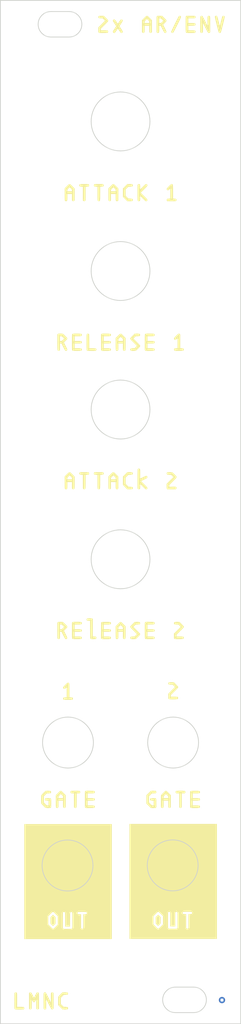
<source format=kicad_pcb>
(kicad_pcb (version 20171130) (host pcbnew "(5.1.10-1-10_14)")

  (general
    (thickness 1.6)
    (drawings 0)
    (tracks 1)
    (zones 0)
    (modules 1)
    (nets 1)
  )

  (page A4)
  (layers
    (0 F.Cu signal)
    (31 B.Cu signal)
    (32 B.Adhes user)
    (33 F.Adhes user)
    (34 B.Paste user)
    (35 F.Paste user)
    (36 B.SilkS user)
    (37 F.SilkS user)
    (38 B.Mask user)
    (39 F.Mask user)
    (40 Dwgs.User user)
    (41 Cmts.User user)
    (42 Eco1.User user)
    (43 Eco2.User user)
    (44 Edge.Cuts user)
    (45 Margin user)
    (46 B.CrtYd user)
    (47 F.CrtYd user)
    (48 B.Fab user)
    (49 F.Fab user)
  )

  (setup
    (last_trace_width 0.25)
    (trace_clearance 0.2)
    (zone_clearance 0.508)
    (zone_45_only no)
    (trace_min 0.2)
    (via_size 0.8)
    (via_drill 0.4)
    (via_min_size 0.4)
    (via_min_drill 0.3)
    (uvia_size 0.3)
    (uvia_drill 0.1)
    (uvias_allowed no)
    (uvia_min_size 0.2)
    (uvia_min_drill 0.1)
    (edge_width 0.05)
    (segment_width 0.2)
    (pcb_text_width 0.3)
    (pcb_text_size 1.5 1.5)
    (mod_edge_width 0.12)
    (mod_text_size 1 1)
    (mod_text_width 0.15)
    (pad_size 1.524 1.524)
    (pad_drill 0.762)
    (pad_to_mask_clearance 0)
    (aux_axis_origin 0 0)
    (visible_elements FFFFFF7F)
    (pcbplotparams
      (layerselection 0x010fc_ffffffff)
      (usegerberextensions false)
      (usegerberattributes true)
      (usegerberadvancedattributes true)
      (creategerberjobfile true)
      (excludeedgelayer true)
      (linewidth 0.100000)
      (plotframeref false)
      (viasonmask false)
      (mode 1)
      (useauxorigin false)
      (hpglpennumber 1)
      (hpglpenspeed 20)
      (hpglpendiameter 15.000000)
      (psnegative false)
      (psa4output false)
      (plotreference true)
      (plotvalue true)
      (plotinvisibletext false)
      (padsonsilk false)
      (subtractmaskfromsilk false)
      (outputformat 1)
      (mirror false)
      (drillshape 1)
      (scaleselection 1)
      (outputdirectory ""))
  )

  (net 0 "")

  (net_class Default "This is the default net class."
    (clearance 0.2)
    (trace_width 0.25)
    (via_dia 0.8)
    (via_drill 0.4)
    (uvia_dia 0.3)
    (uvia_drill 0.1)
  )

  (module panel:panel (layer F.Cu) (tedit 0) (tstamp 61656BA2)
    (at 148.9075 104.4575)
    (fp_text reference Ref** (at 0 0) (layer F.SilkS) hide
      (effects (font (size 1.27 1.27) (thickness 0.15)))
    )
    (fp_text value Val** (at 0 0) (layer F.SilkS) hide
      (effects (font (size 1.27 1.27) (thickness 0.15)))
    )
    (fp_line (start 9.8155 28.9416) (end 9.8155 28.9416) (layer Edge.Cuts) (width 0.1))
    (fp_line (start 9.8155 28.9416) (end 9.8155 28.9416) (layer Edge.Cuts) (width 0.1))
    (fp_line (start 9.7999 28.6253) (end 9.8155 28.9416) (layer Edge.Cuts) (width 0.1))
    (fp_line (start 9.7535 28.3144) (end 9.7999 28.6253) (layer Edge.Cuts) (width 0.1))
    (fp_line (start 9.6772 28.0109) (end 9.7535 28.3144) (layer Edge.Cuts) (width 0.1))
    (fp_line (start 9.5719 27.717) (end 9.6772 28.0109) (layer Edge.Cuts) (width 0.1))
    (fp_line (start 9.4386 27.4347) (end 9.5719 27.717) (layer Edge.Cuts) (width 0.1))
    (fp_line (start 9.2779 27.1662) (end 9.4386 27.4347) (layer Edge.Cuts) (width 0.1))
    (fp_line (start 9.0908 26.9136) (end 9.2779 27.1662) (layer Edge.Cuts) (width 0.1))
    (fp_line (start 8.8783 26.6789) (end 9.0908 26.9136) (layer Edge.Cuts) (width 0.1))
    (fp_line (start 8.6436 26.4663) (end 8.8783 26.6789) (layer Edge.Cuts) (width 0.1))
    (fp_line (start 8.3909 26.2792) (end 8.6436 26.4663) (layer Edge.Cuts) (width 0.1))
    (fp_line (start 8.1224 26.1186) (end 8.3909 26.2792) (layer Edge.Cuts) (width 0.1))
    (fp_line (start 7.8401 25.9852) (end 8.1224 26.1186) (layer Edge.Cuts) (width 0.1))
    (fp_line (start 7.5462 25.8799) (end 7.8401 25.9852) (layer Edge.Cuts) (width 0.1))
    (fp_line (start 7.2427 25.8036) (end 7.5462 25.8799) (layer Edge.Cuts) (width 0.1))
    (fp_line (start 6.9318 25.7573) (end 7.2427 25.8036) (layer Edge.Cuts) (width 0.1))
    (fp_line (start 6.6155 25.7416) (end 6.9318 25.7573) (layer Edge.Cuts) (width 0.1))
    (fp_line (start 6.2992 25.7573) (end 6.6155 25.7416) (layer Edge.Cuts) (width 0.1))
    (fp_line (start 5.9883 25.8036) (end 6.2992 25.7573) (layer Edge.Cuts) (width 0.1))
    (fp_line (start 5.6849 25.8799) (end 5.9883 25.8036) (layer Edge.Cuts) (width 0.1))
    (fp_line (start 5.3909 25.9852) (end 5.6849 25.8799) (layer Edge.Cuts) (width 0.1))
    (fp_line (start 5.1087 26.1186) (end 5.3909 25.9852) (layer Edge.Cuts) (width 0.1))
    (fp_line (start 4.8402 26.2792) (end 5.1087 26.1186) (layer Edge.Cuts) (width 0.1))
    (fp_line (start 4.5875 26.4663) (end 4.8402 26.2792) (layer Edge.Cuts) (width 0.1))
    (fp_line (start 4.3528 26.6789) (end 4.5875 26.4663) (layer Edge.Cuts) (width 0.1))
    (fp_line (start 4.1402 26.9136) (end 4.3528 26.6789) (layer Edge.Cuts) (width 0.1))
    (fp_line (start 3.9532 27.1662) (end 4.1402 26.9136) (layer Edge.Cuts) (width 0.1))
    (fp_line (start 3.7925 27.4347) (end 3.9532 27.1662) (layer Edge.Cuts) (width 0.1))
    (fp_line (start 3.6591 27.717) (end 3.7925 27.4347) (layer Edge.Cuts) (width 0.1))
    (fp_line (start 3.5538 28.0109) (end 3.6591 27.717) (layer Edge.Cuts) (width 0.1))
    (fp_line (start 3.4776 28.3144) (end 3.5538 28.0109) (layer Edge.Cuts) (width 0.1))
    (fp_line (start 3.4312 28.6253) (end 3.4776 28.3144) (layer Edge.Cuts) (width 0.1))
    (fp_line (start 3.4155 28.9416) (end 3.4312 28.6253) (layer Edge.Cuts) (width 0.1))
    (fp_line (start 3.4312 29.2579) (end 3.4155 28.9416) (layer Edge.Cuts) (width 0.1))
    (fp_line (start 3.4776 29.5688) (end 3.4312 29.2579) (layer Edge.Cuts) (width 0.1))
    (fp_line (start 3.5538 29.8723) (end 3.4776 29.5688) (layer Edge.Cuts) (width 0.1))
    (fp_line (start 3.6591 30.1662) (end 3.5538 29.8723) (layer Edge.Cuts) (width 0.1))
    (fp_line (start 3.7925 30.4484) (end 3.6591 30.1662) (layer Edge.Cuts) (width 0.1))
    (fp_line (start 3.9532 30.717) (end 3.7925 30.4484) (layer Edge.Cuts) (width 0.1))
    (fp_line (start 4.1402 30.9696) (end 3.9532 30.717) (layer Edge.Cuts) (width 0.1))
    (fp_line (start 4.3528 31.2043) (end 4.1402 30.9696) (layer Edge.Cuts) (width 0.1))
    (fp_line (start 4.5875 31.4169) (end 4.3528 31.2043) (layer Edge.Cuts) (width 0.1))
    (fp_line (start 4.8402 31.604) (end 4.5875 31.4169) (layer Edge.Cuts) (width 0.1))
    (fp_line (start 5.1087 31.7646) (end 4.8402 31.604) (layer Edge.Cuts) (width 0.1))
    (fp_line (start 5.3909 31.898) (end 5.1087 31.7646) (layer Edge.Cuts) (width 0.1))
    (fp_line (start 5.6849 32.0033) (end 5.3909 31.898) (layer Edge.Cuts) (width 0.1))
    (fp_line (start 5.9883 32.0795) (end 5.6849 32.0033) (layer Edge.Cuts) (width 0.1))
    (fp_line (start 6.2992 32.1259) (end 5.9883 32.0795) (layer Edge.Cuts) (width 0.1))
    (fp_line (start 6.6155 32.1416) (end 6.2992 32.1259) (layer Edge.Cuts) (width 0.1))
    (fp_line (start 6.9318 32.1259) (end 6.6155 32.1416) (layer Edge.Cuts) (width 0.1))
    (fp_line (start 7.2427 32.0795) (end 6.9318 32.1259) (layer Edge.Cuts) (width 0.1))
    (fp_line (start 7.5462 32.0033) (end 7.2427 32.0795) (layer Edge.Cuts) (width 0.1))
    (fp_line (start 7.8401 31.898) (end 7.5462 32.0033) (layer Edge.Cuts) (width 0.1))
    (fp_line (start 8.1224 31.7646) (end 7.8401 31.898) (layer Edge.Cuts) (width 0.1))
    (fp_line (start 8.3909 31.604) (end 8.1224 31.7646) (layer Edge.Cuts) (width 0.1))
    (fp_line (start 8.6436 31.4169) (end 8.3909 31.604) (layer Edge.Cuts) (width 0.1))
    (fp_line (start 8.8783 31.2043) (end 8.6436 31.4169) (layer Edge.Cuts) (width 0.1))
    (fp_line (start 9.0908 30.9696) (end 8.8783 31.2043) (layer Edge.Cuts) (width 0.1))
    (fp_line (start 9.2779 30.717) (end 9.0908 30.9696) (layer Edge.Cuts) (width 0.1))
    (fp_line (start 9.4386 30.4484) (end 9.2779 30.717) (layer Edge.Cuts) (width 0.1))
    (fp_line (start 9.5719 30.1662) (end 9.4386 30.4484) (layer Edge.Cuts) (width 0.1))
    (fp_line (start 9.6772 29.8723) (end 9.5719 30.1662) (layer Edge.Cuts) (width 0.1))
    (fp_line (start 9.7535 29.5688) (end 9.6772 29.8723) (layer Edge.Cuts) (width 0.1))
    (fp_line (start 9.7999 29.2579) (end 9.7535 29.5688) (layer Edge.Cuts) (width 0.1))
    (fp_line (start 9.8155 28.9416) (end 9.7999 29.2579) (layer Edge.Cuts) (width 0.1))
    (fp_line (start -3.4155 28.9416) (end -3.4155 28.9416) (layer Edge.Cuts) (width 0.1))
    (fp_line (start -3.4155 28.9416) (end -3.4155 28.9416) (layer Edge.Cuts) (width 0.1))
    (fp_line (start -3.4311 28.6253) (end -3.4155 28.9416) (layer Edge.Cuts) (width 0.1))
    (fp_line (start -3.4775 28.3144) (end -3.4311 28.6253) (layer Edge.Cuts) (width 0.1))
    (fp_line (start -3.5538 28.0109) (end -3.4775 28.3144) (layer Edge.Cuts) (width 0.1))
    (fp_line (start -3.6591 27.717) (end -3.5538 28.0109) (layer Edge.Cuts) (width 0.1))
    (fp_line (start -3.7924 27.4347) (end -3.6591 27.717) (layer Edge.Cuts) (width 0.1))
    (fp_line (start -3.9531 27.1662) (end -3.7924 27.4347) (layer Edge.Cuts) (width 0.1))
    (fp_line (start -4.1402 26.9136) (end -3.9531 27.1662) (layer Edge.Cuts) (width 0.1))
    (fp_line (start -4.3527 26.6789) (end -4.1402 26.9136) (layer Edge.Cuts) (width 0.1))
    (fp_line (start -4.5875 26.4663) (end -4.3527 26.6789) (layer Edge.Cuts) (width 0.1))
    (fp_line (start -4.8401 26.2792) (end -4.5875 26.4663) (layer Edge.Cuts) (width 0.1))
    (fp_line (start -5.1086 26.1186) (end -4.8401 26.2792) (layer Edge.Cuts) (width 0.1))
    (fp_line (start -5.39091 25.9852) (end -5.1086 26.1186) (layer Edge.Cuts) (width 0.1))
    (fp_line (start -5.68483 25.8799) (end -5.39091 25.9852) (layer Edge.Cuts) (width 0.1))
    (fp_line (start -5.98829 25.8036) (end -5.68483 25.8799) (layer Edge.Cuts) (width 0.1))
    (fp_line (start -6.29922 25.7573) (end -5.98829 25.8036) (layer Edge.Cuts) (width 0.1))
    (fp_line (start -6.6155 25.7416) (end -6.29922 25.7573) (layer Edge.Cuts) (width 0.1))
    (fp_line (start -6.93178 25.7573) (end -6.6155 25.7416) (layer Edge.Cuts) (width 0.1))
    (fp_line (start -7.2427 25.8036) (end -6.93178 25.7573) (layer Edge.Cuts) (width 0.1))
    (fp_line (start -7.54617 25.8799) (end -7.2427 25.8036) (layer Edge.Cuts) (width 0.1))
    (fp_line (start -7.84009 25.9852) (end -7.54617 25.8799) (layer Edge.Cuts) (width 0.1))
    (fp_line (start -8.12235 26.1186) (end -7.84009 25.9852) (layer Edge.Cuts) (width 0.1))
    (fp_line (start -8.39086 26.2792) (end -8.12235 26.1186) (layer Edge.Cuts) (width 0.1))
    (fp_line (start -8.64352 26.4663) (end -8.39086 26.2792) (layer Edge.Cuts) (width 0.1))
    (fp_line (start -8.87824 26.6789) (end -8.64352 26.4663) (layer Edge.Cuts) (width 0.1))
    (fp_line (start -9.09081 26.9136) (end -8.87824 26.6789) (layer Edge.Cuts) (width 0.1))
    (fp_line (start -9.27786 27.1662) (end -9.09081 26.9136) (layer Edge.Cuts) (width 0.1))
    (fp_line (start -9.43852 27.4347) (end -9.27786 27.1662) (layer Edge.Cuts) (width 0.1))
    (fp_line (start -9.57191 27.717) (end -9.43852 27.4347) (layer Edge.Cuts) (width 0.1))
    (fp_line (start -9.67718 28.0109) (end -9.57191 27.717) (layer Edge.Cuts) (width 0.1))
    (fp_line (start -9.75344 28.3144) (end -9.67718 28.0109) (layer Edge.Cuts) (width 0.1))
    (fp_line (start -9.79984 28.6253) (end -9.75344 28.3144) (layer Edge.Cuts) (width 0.1))
    (fp_line (start -9.8155 28.9416) (end -9.79984 28.6253) (layer Edge.Cuts) (width 0.1))
    (fp_line (start -9.79984 29.2579) (end -9.8155 28.9416) (layer Edge.Cuts) (width 0.1))
    (fp_line (start -9.75344 29.5688) (end -9.79984 29.2579) (layer Edge.Cuts) (width 0.1))
    (fp_line (start -9.67718 29.8723) (end -9.75344 29.5688) (layer Edge.Cuts) (width 0.1))
    (fp_line (start -9.57191 30.1662) (end -9.67718 29.8723) (layer Edge.Cuts) (width 0.1))
    (fp_line (start -9.43852 30.4484) (end -9.57191 30.1662) (layer Edge.Cuts) (width 0.1))
    (fp_line (start -9.27786 30.717) (end -9.43852 30.4484) (layer Edge.Cuts) (width 0.1))
    (fp_line (start -9.09081 30.9696) (end -9.27786 30.717) (layer Edge.Cuts) (width 0.1))
    (fp_line (start -8.87824 31.2043) (end -9.09081 30.9696) (layer Edge.Cuts) (width 0.1))
    (fp_line (start -8.64352 31.4169) (end -8.87824 31.2043) (layer Edge.Cuts) (width 0.1))
    (fp_line (start -8.39086 31.604) (end -8.64352 31.4169) (layer Edge.Cuts) (width 0.1))
    (fp_line (start -8.12235 31.7646) (end -8.39086 31.604) (layer Edge.Cuts) (width 0.1))
    (fp_line (start -7.84009 31.898) (end -8.12235 31.7646) (layer Edge.Cuts) (width 0.1))
    (fp_line (start -7.54617 32.0033) (end -7.84009 31.898) (layer Edge.Cuts) (width 0.1))
    (fp_line (start -7.2427 32.0795) (end -7.54617 32.0033) (layer Edge.Cuts) (width 0.1))
    (fp_line (start -6.93178 32.1259) (end -7.2427 32.0795) (layer Edge.Cuts) (width 0.1))
    (fp_line (start -6.6155 32.1416) (end -6.93178 32.1259) (layer Edge.Cuts) (width 0.1))
    (fp_line (start -6.29922 32.1259) (end -6.6155 32.1416) (layer Edge.Cuts) (width 0.1))
    (fp_line (start -5.98829 32.0795) (end -6.29922 32.1259) (layer Edge.Cuts) (width 0.1))
    (fp_line (start -5.68483 32.0033) (end -5.98829 32.0795) (layer Edge.Cuts) (width 0.1))
    (fp_line (start -5.39091 31.898) (end -5.68483 32.0033) (layer Edge.Cuts) (width 0.1))
    (fp_line (start -5.1086 31.7646) (end -5.39091 31.898) (layer Edge.Cuts) (width 0.1))
    (fp_line (start -4.8401 31.604) (end -5.1086 31.7646) (layer Edge.Cuts) (width 0.1))
    (fp_line (start -4.5875 31.4169) (end -4.8401 31.604) (layer Edge.Cuts) (width 0.1))
    (fp_line (start -4.3527 31.2043) (end -4.5875 31.4169) (layer Edge.Cuts) (width 0.1))
    (fp_line (start -4.1402 30.9696) (end -4.3527 31.2043) (layer Edge.Cuts) (width 0.1))
    (fp_line (start -3.9531 30.717) (end -4.1402 30.9696) (layer Edge.Cuts) (width 0.1))
    (fp_line (start -3.7924 30.4484) (end -3.9531 30.717) (layer Edge.Cuts) (width 0.1))
    (fp_line (start -3.6591 30.1662) (end -3.7924 30.4484) (layer Edge.Cuts) (width 0.1))
    (fp_line (start -3.5538 29.8723) (end -3.6591 30.1662) (layer Edge.Cuts) (width 0.1))
    (fp_line (start -3.4775 29.5688) (end -3.5538 29.8723) (layer Edge.Cuts) (width 0.1))
    (fp_line (start -3.4311 29.2579) (end -3.4775 29.5688) (layer Edge.Cuts) (width 0.1))
    (fp_line (start -3.4155 28.9416) (end -3.4311 29.2579) (layer Edge.Cuts) (width 0.1))
    (fp_line (start -3.4714 44.378) (end -3.4714 44.378) (layer Edge.Cuts) (width 0.1))
    (fp_line (start -3.4714 44.378) (end -3.4714 44.378) (layer Edge.Cuts) (width 0.1))
    (fp_line (start -3.487 44.061) (end -3.4714 44.378) (layer Edge.Cuts) (width 0.1))
    (fp_line (start -3.5334 43.75) (end -3.487 44.061) (layer Edge.Cuts) (width 0.1))
    (fp_line (start -3.6097 43.447) (end -3.5334 43.75) (layer Edge.Cuts) (width 0.1))
    (fp_line (start -3.715 43.153) (end -3.6097 43.447) (layer Edge.Cuts) (width 0.1))
    (fp_line (start -3.8483 42.871) (end -3.715 43.153) (layer Edge.Cuts) (width 0.1))
    (fp_line (start -4.009 42.602) (end -3.8483 42.871) (layer Edge.Cuts) (width 0.1))
    (fp_line (start -4.1961 42.35) (end -4.009 42.602) (layer Edge.Cuts) (width 0.1))
    (fp_line (start -4.4086 42.115) (end -4.1961 42.35) (layer Edge.Cuts) (width 0.1))
    (fp_line (start -4.6433 41.902) (end -4.4086 42.115) (layer Edge.Cuts) (width 0.1))
    (fp_line (start -4.896 41.715) (end -4.6433 41.902) (layer Edge.Cuts) (width 0.1))
    (fp_line (start -5.16454 41.555) (end -4.896 41.715) (layer Edge.Cuts) (width 0.1))
    (fp_line (start -5.44684 41.421) (end -5.16454 41.555) (layer Edge.Cuts) (width 0.1))
    (fp_line (start -5.74074 41.316) (end -5.44684 41.421) (layer Edge.Cuts) (width 0.1))
    (fp_line (start -6.04424 41.24) (end -5.74074 41.316) (layer Edge.Cuts) (width 0.1))
    (fp_line (start -6.35514 41.193) (end -6.04424 41.24) (layer Edge.Cuts) (width 0.1))
    (fp_line (start -6.67144 41.178) (end -6.35514 41.193) (layer Edge.Cuts) (width 0.1))
    (fp_line (start -6.98774 41.193) (end -6.67144 41.178) (layer Edge.Cuts) (width 0.1))
    (fp_line (start -7.29864 41.24) (end -6.98774 41.193) (layer Edge.Cuts) (width 0.1))
    (fp_line (start -7.60204 41.316) (end -7.29864 41.24) (layer Edge.Cuts) (width 0.1))
    (fp_line (start -7.89604 41.421) (end -7.60204 41.316) (layer Edge.Cuts) (width 0.1))
    (fp_line (start -8.17824 41.555) (end -7.89604 41.421) (layer Edge.Cuts) (width 0.1))
    (fp_line (start -8.44674 41.715) (end -8.17824 41.555) (layer Edge.Cuts) (width 0.1))
    (fp_line (start -8.69944 41.902) (end -8.44674 41.715) (layer Edge.Cuts) (width 0.1))
    (fp_line (start -8.93414 42.115) (end -8.69944 41.902) (layer Edge.Cuts) (width 0.1))
    (fp_line (start -9.14674 42.35) (end -8.93414 42.115) (layer Edge.Cuts) (width 0.1))
    (fp_line (start -9.33374 42.602) (end -9.14674 42.35) (layer Edge.Cuts) (width 0.1))
    (fp_line (start -9.49444 42.871) (end -9.33374 42.602) (layer Edge.Cuts) (width 0.1))
    (fp_line (start -9.62784 43.153) (end -9.49444 42.871) (layer Edge.Cuts) (width 0.1))
    (fp_line (start -9.73314 43.447) (end -9.62784 43.153) (layer Edge.Cuts) (width 0.1))
    (fp_line (start -9.80934 43.75) (end -9.73314 43.447) (layer Edge.Cuts) (width 0.1))
    (fp_line (start -9.85574 44.061) (end -9.80934 43.75) (layer Edge.Cuts) (width 0.1))
    (fp_line (start -9.87144 44.378) (end -9.85574 44.061) (layer Edge.Cuts) (width 0.1))
    (fp_line (start -9.85574 44.694) (end -9.87144 44.378) (layer Edge.Cuts) (width 0.1))
    (fp_line (start -9.80934 45.005) (end -9.85574 44.694) (layer Edge.Cuts) (width 0.1))
    (fp_line (start -9.73314 45.308) (end -9.80934 45.005) (layer Edge.Cuts) (width 0.1))
    (fp_line (start -9.62784 45.602) (end -9.73314 45.308) (layer Edge.Cuts) (width 0.1))
    (fp_line (start -9.49444 45.884) (end -9.62784 45.602) (layer Edge.Cuts) (width 0.1))
    (fp_line (start -9.33374 46.153) (end -9.49444 45.884) (layer Edge.Cuts) (width 0.1))
    (fp_line (start -9.14674 46.406) (end -9.33374 46.153) (layer Edge.Cuts) (width 0.1))
    (fp_line (start -8.93414 46.64) (end -9.14674 46.406) (layer Edge.Cuts) (width 0.1))
    (fp_line (start -8.69944 46.853) (end -8.93414 46.64) (layer Edge.Cuts) (width 0.1))
    (fp_line (start -8.44674 47.04) (end -8.69944 46.853) (layer Edge.Cuts) (width 0.1))
    (fp_line (start -8.17824 47.201) (end -8.44674 47.04) (layer Edge.Cuts) (width 0.1))
    (fp_line (start -7.89604 47.334) (end -8.17824 47.201) (layer Edge.Cuts) (width 0.1))
    (fp_line (start -7.60204 47.439) (end -7.89604 47.334) (layer Edge.Cuts) (width 0.1))
    (fp_line (start -7.29864 47.515) (end -7.60204 47.439) (layer Edge.Cuts) (width 0.1))
    (fp_line (start -6.98773 47.562) (end -7.29864 47.515) (layer Edge.Cuts) (width 0.1))
    (fp_line (start -6.67143 47.578) (end -6.98773 47.562) (layer Edge.Cuts) (width 0.1))
    (fp_line (start -6.35514 47.562) (end -6.67143 47.578) (layer Edge.Cuts) (width 0.1))
    (fp_line (start -6.04424 47.515) (end -6.35514 47.562) (layer Edge.Cuts) (width 0.1))
    (fp_line (start -5.74073 47.439) (end -6.04424 47.515) (layer Edge.Cuts) (width 0.1))
    (fp_line (start -5.44683 47.334) (end -5.74073 47.439) (layer Edge.Cuts) (width 0.1))
    (fp_line (start -5.16453 47.201) (end -5.44683 47.334) (layer Edge.Cuts) (width 0.1))
    (fp_line (start -4.896 47.04) (end -5.16453 47.201) (layer Edge.Cuts) (width 0.1))
    (fp_line (start -4.6433 46.853) (end -4.896 47.04) (layer Edge.Cuts) (width 0.1))
    (fp_line (start -4.4086 46.64) (end -4.6433 46.853) (layer Edge.Cuts) (width 0.1))
    (fp_line (start -4.1961 46.406) (end -4.4086 46.64) (layer Edge.Cuts) (width 0.1))
    (fp_line (start -4.009 46.153) (end -4.1961 46.406) (layer Edge.Cuts) (width 0.1))
    (fp_line (start -3.8483 45.884) (end -4.009 46.153) (layer Edge.Cuts) (width 0.1))
    (fp_line (start -3.715 45.602) (end -3.8483 45.884) (layer Edge.Cuts) (width 0.1))
    (fp_line (start -3.6097 45.308) (end -3.715 45.602) (layer Edge.Cuts) (width 0.1))
    (fp_line (start -3.5334 45.005) (end -3.6097 45.308) (layer Edge.Cuts) (width 0.1))
    (fp_line (start -3.487 44.694) (end -3.5334 45.005) (layer Edge.Cuts) (width 0.1))
    (fp_line (start -3.4714 44.378) (end -3.487 44.694) (layer Edge.Cuts) (width 0.1))
    (fp_line (start 9.7596 44.364) (end 9.7596 44.364) (layer Edge.Cuts) (width 0.1))
    (fp_line (start 9.7596 44.364) (end 9.7596 44.364) (layer Edge.Cuts) (width 0.1))
    (fp_line (start 9.744 44.047) (end 9.7596 44.364) (layer Edge.Cuts) (width 0.1))
    (fp_line (start 9.6976 43.736) (end 9.744 44.047) (layer Edge.Cuts) (width 0.1))
    (fp_line (start 9.6213 43.433) (end 9.6976 43.736) (layer Edge.Cuts) (width 0.1))
    (fp_line (start 9.516 43.139) (end 9.6213 43.433) (layer Edge.Cuts) (width 0.1))
    (fp_line (start 9.3827 42.857) (end 9.516 43.139) (layer Edge.Cuts) (width 0.1))
    (fp_line (start 9.222 42.588) (end 9.3827 42.857) (layer Edge.Cuts) (width 0.1))
    (fp_line (start 9.0349 42.336) (end 9.222 42.588) (layer Edge.Cuts) (width 0.1))
    (fp_line (start 8.8224 42.101) (end 9.0349 42.336) (layer Edge.Cuts) (width 0.1))
    (fp_line (start 8.5877 41.888) (end 8.8224 42.101) (layer Edge.Cuts) (width 0.1))
    (fp_line (start 8.335 41.701) (end 8.5877 41.888) (layer Edge.Cuts) (width 0.1))
    (fp_line (start 8.0665 41.541) (end 8.335 41.701) (layer Edge.Cuts) (width 0.1))
    (fp_line (start 7.7842 41.407) (end 8.0665 41.541) (layer Edge.Cuts) (width 0.1))
    (fp_line (start 7.4903 41.302) (end 7.7842 41.407) (layer Edge.Cuts) (width 0.1))
    (fp_line (start 7.1868 41.226) (end 7.4903 41.302) (layer Edge.Cuts) (width 0.1))
    (fp_line (start 6.8759 41.179) (end 7.1868 41.226) (layer Edge.Cuts) (width 0.1))
    (fp_line (start 6.5596 41.164) (end 6.8759 41.179) (layer Edge.Cuts) (width 0.1))
    (fp_line (start 6.2433 41.179) (end 6.5596 41.164) (layer Edge.Cuts) (width 0.1))
    (fp_line (start 5.9324 41.226) (end 6.2433 41.179) (layer Edge.Cuts) (width 0.1))
    (fp_line (start 5.629 41.302) (end 5.9324 41.226) (layer Edge.Cuts) (width 0.1))
    (fp_line (start 5.335 41.407) (end 5.629 41.302) (layer Edge.Cuts) (width 0.1))
    (fp_line (start 5.0528 41.541) (end 5.335 41.407) (layer Edge.Cuts) (width 0.1))
    (fp_line (start 4.7843 41.701) (end 5.0528 41.541) (layer Edge.Cuts) (width 0.1))
    (fp_line (start 4.5316 41.888) (end 4.7843 41.701) (layer Edge.Cuts) (width 0.1))
    (fp_line (start 4.2969 42.101) (end 4.5316 41.888) (layer Edge.Cuts) (width 0.1))
    (fp_line (start 4.0843 42.336) (end 4.2969 42.101) (layer Edge.Cuts) (width 0.1))
    (fp_line (start 3.8973 42.588) (end 4.0843 42.336) (layer Edge.Cuts) (width 0.1))
    (fp_line (start 3.7366 42.857) (end 3.8973 42.588) (layer Edge.Cuts) (width 0.1))
    (fp_line (start 3.6032 43.139) (end 3.7366 42.857) (layer Edge.Cuts) (width 0.1))
    (fp_line (start 3.4979 43.433) (end 3.6032 43.139) (layer Edge.Cuts) (width 0.1))
    (fp_line (start 3.4217 43.736) (end 3.4979 43.433) (layer Edge.Cuts) (width 0.1))
    (fp_line (start 3.3753 44.047) (end 3.4217 43.736) (layer Edge.Cuts) (width 0.1))
    (fp_line (start 3.3596 44.364) (end 3.3753 44.047) (layer Edge.Cuts) (width 0.1))
    (fp_line (start 3.3753 44.68) (end 3.3596 44.364) (layer Edge.Cuts) (width 0.1))
    (fp_line (start 3.4217 44.991) (end 3.3753 44.68) (layer Edge.Cuts) (width 0.1))
    (fp_line (start 3.4979 45.294) (end 3.4217 44.991) (layer Edge.Cuts) (width 0.1))
    (fp_line (start 3.6032 45.588) (end 3.4979 45.294) (layer Edge.Cuts) (width 0.1))
    (fp_line (start 3.7366 45.87) (end 3.6032 45.588) (layer Edge.Cuts) (width 0.1))
    (fp_line (start 3.8973 46.139) (end 3.7366 45.87) (layer Edge.Cuts) (width 0.1))
    (fp_line (start 4.0843 46.392) (end 3.8973 46.139) (layer Edge.Cuts) (width 0.1))
    (fp_line (start 4.2969 46.626) (end 4.0843 46.392) (layer Edge.Cuts) (width 0.1))
    (fp_line (start 4.5316 46.839) (end 4.2969 46.626) (layer Edge.Cuts) (width 0.1))
    (fp_line (start 4.7843 47.026) (end 4.5316 46.839) (layer Edge.Cuts) (width 0.1))
    (fp_line (start 5.0528 47.187) (end 4.7843 47.026) (layer Edge.Cuts) (width 0.1))
    (fp_line (start 5.335 47.32) (end 5.0528 47.187) (layer Edge.Cuts) (width 0.1))
    (fp_line (start 5.629 47.425) (end 5.335 47.32) (layer Edge.Cuts) (width 0.1))
    (fp_line (start 5.9324 47.501) (end 5.629 47.425) (layer Edge.Cuts) (width 0.1))
    (fp_line (start 6.2433 47.548) (end 5.9324 47.501) (layer Edge.Cuts) (width 0.1))
    (fp_line (start 6.5596 47.564) (end 6.2433 47.548) (layer Edge.Cuts) (width 0.1))
    (fp_line (start 6.8759 47.548) (end 6.5596 47.564) (layer Edge.Cuts) (width 0.1))
    (fp_line (start 7.1868 47.501) (end 6.8759 47.548) (layer Edge.Cuts) (width 0.1))
    (fp_line (start 7.4903 47.425) (end 7.1868 47.501) (layer Edge.Cuts) (width 0.1))
    (fp_line (start 7.7842 47.32) (end 7.4903 47.425) (layer Edge.Cuts) (width 0.1))
    (fp_line (start 8.0665 47.187) (end 7.7842 47.32) (layer Edge.Cuts) (width 0.1))
    (fp_line (start 8.335 47.026) (end 8.0665 47.187) (layer Edge.Cuts) (width 0.1))
    (fp_line (start 8.5877 46.839) (end 8.335 47.026) (layer Edge.Cuts) (width 0.1))
    (fp_line (start 8.8224 46.626) (end 8.5877 46.839) (layer Edge.Cuts) (width 0.1))
    (fp_line (start 9.0349 46.392) (end 8.8224 46.626) (layer Edge.Cuts) (width 0.1))
    (fp_line (start 9.222 46.139) (end 9.0349 46.392) (layer Edge.Cuts) (width 0.1))
    (fp_line (start 9.3827 45.87) (end 9.222 46.139) (layer Edge.Cuts) (width 0.1))
    (fp_line (start 9.516 45.588) (end 9.3827 45.87) (layer Edge.Cuts) (width 0.1))
    (fp_line (start 9.6213 45.294) (end 9.516 45.588) (layer Edge.Cuts) (width 0.1))
    (fp_line (start 9.6976 44.991) (end 9.6213 45.294) (layer Edge.Cuts) (width 0.1))
    (fp_line (start 9.744 44.68) (end 9.6976 44.991) (layer Edge.Cuts) (width 0.1))
    (fp_line (start 9.7596 44.364) (end 9.744 44.68) (layer Edge.Cuts) (width 0.1))
    (fp_line (start 3.7 5.9279) (end 3.7 5.9279) (layer Edge.Cuts) (width 0.1))
    (fp_line (start 3.6819 5.5622) (end 3.7 5.9279) (layer Edge.Cuts) (width 0.1))
    (fp_line (start 3.6282 5.2027) (end 3.6819 5.5622) (layer Edge.Cuts) (width 0.1))
    (fp_line (start 3.54 4.8518) (end 3.6282 5.2027) (layer Edge.Cuts) (width 0.1))
    (fp_line (start 3.4183 4.5119) (end 3.54 4.8518) (layer Edge.Cuts) (width 0.1))
    (fp_line (start 3.2641 4.1856) (end 3.4183 4.5119) (layer Edge.Cuts) (width 0.1))
    (fp_line (start 3.0783 3.8751) (end 3.2641 4.1856) (layer Edge.Cuts) (width 0.1))
    (fp_line (start 2.8621 3.583) (end 3.0783 3.8751) (layer Edge.Cuts) (width 0.1))
    (fp_line (start 2.6163 3.3116) (end 2.8621 3.583) (layer Edge.Cuts) (width 0.1))
    (fp_line (start 2.3449 3.0658) (end 2.6163 3.3116) (layer Edge.Cuts) (width 0.1))
    (fp_line (start 2.0527 2.8495) (end 2.3449 3.0658) (layer Edge.Cuts) (width 0.1))
    (fp_line (start 1.7423 2.6638) (end 2.0527 2.8495) (layer Edge.Cuts) (width 0.1))
    (fp_line (start 1.4159 2.5095) (end 1.7423 2.6638) (layer Edge.Cuts) (width 0.1))
    (fp_line (start 1.0761 2.3878) (end 1.4159 2.5095) (layer Edge.Cuts) (width 0.1))
    (fp_line (start 0.7252 2.2996) (end 1.0761 2.3878) (layer Edge.Cuts) (width 0.1))
    (fp_line (start 0.3657 2.246) (end 0.7252 2.2996) (layer Edge.Cuts) (width 0.1))
    (fp_line (start 0 2.2279) (end 0.3657 2.246) (layer Edge.Cuts) (width 0.1))
    (fp_line (start -0.3657 2.246) (end 0 2.2279) (layer Edge.Cuts) (width 0.1))
    (fp_line (start -0.7252 2.2996) (end -0.3657 2.246) (layer Edge.Cuts) (width 0.1))
    (fp_line (start -1.0761 2.3878) (end -0.7252 2.2996) (layer Edge.Cuts) (width 0.1))
    (fp_line (start -1.416 2.5095) (end -1.0761 2.3878) (layer Edge.Cuts) (width 0.1))
    (fp_line (start -1.7423 2.6638) (end -1.416 2.5095) (layer Edge.Cuts) (width 0.1))
    (fp_line (start -2.0528 2.8495) (end -1.7423 2.6638) (layer Edge.Cuts) (width 0.1))
    (fp_line (start -2.3449 3.0658) (end -2.0528 2.8495) (layer Edge.Cuts) (width 0.1))
    (fp_line (start -2.6163 3.3116) (end -2.3449 3.0658) (layer Edge.Cuts) (width 0.1))
    (fp_line (start -2.8621 3.583) (end -2.6163 3.3116) (layer Edge.Cuts) (width 0.1))
    (fp_line (start -3.0784 3.8751) (end -2.8621 3.583) (layer Edge.Cuts) (width 0.1))
    (fp_line (start -3.2641 4.1856) (end -3.0784 3.8751) (layer Edge.Cuts) (width 0.1))
    (fp_line (start -3.4184 4.5119) (end -3.2641 4.1856) (layer Edge.Cuts) (width 0.1))
    (fp_line (start -3.5401 4.8518) (end -3.4184 4.5119) (layer Edge.Cuts) (width 0.1))
    (fp_line (start -3.6283 5.2027) (end -3.5401 4.8518) (layer Edge.Cuts) (width 0.1))
    (fp_line (start -3.6819 5.5622) (end -3.6283 5.2027) (layer Edge.Cuts) (width 0.1))
    (fp_line (start -3.7 5.9279) (end -3.6819 5.5622) (layer Edge.Cuts) (width 0.1))
    (fp_line (start -3.6819 6.2936) (end -3.7 5.9279) (layer Edge.Cuts) (width 0.1))
    (fp_line (start -3.6283 6.6531) (end -3.6819 6.2936) (layer Edge.Cuts) (width 0.1))
    (fp_line (start -3.5401 7.004) (end -3.6283 6.6531) (layer Edge.Cuts) (width 0.1))
    (fp_line (start -3.4184 7.3438) (end -3.5401 7.004) (layer Edge.Cuts) (width 0.1))
    (fp_line (start -3.2641 7.6702) (end -3.4184 7.3438) (layer Edge.Cuts) (width 0.1))
    (fp_line (start -3.0784 7.9806) (end -3.2641 7.6702) (layer Edge.Cuts) (width 0.1))
    (fp_line (start -2.8621 8.2728) (end -3.0784 7.9806) (layer Edge.Cuts) (width 0.1))
    (fp_line (start -2.6163 8.5442) (end -2.8621 8.2728) (layer Edge.Cuts) (width 0.1))
    (fp_line (start -2.3449 8.7899) (end -2.6163 8.5442) (layer Edge.Cuts) (width 0.1))
    (fp_line (start -2.0528 9.0062) (end -2.3449 8.7899) (layer Edge.Cuts) (width 0.1))
    (fp_line (start -1.7423 9.192) (end -2.0528 9.0062) (layer Edge.Cuts) (width 0.1))
    (fp_line (start -1.416 9.3462) (end -1.7423 9.192) (layer Edge.Cuts) (width 0.1))
    (fp_line (start -1.0761 9.4679) (end -1.416 9.3462) (layer Edge.Cuts) (width 0.1))
    (fp_line (start -0.7252 9.5561) (end -1.0761 9.4679) (layer Edge.Cuts) (width 0.1))
    (fp_line (start -0.3657 9.6098) (end -0.7252 9.5561) (layer Edge.Cuts) (width 0.1))
    (fp_line (start 0 9.6279) (end -0.3657 9.6098) (layer Edge.Cuts) (width 0.1))
    (fp_line (start 0.3783 9.6088) (end 0 9.6279) (layer Edge.Cuts) (width 0.1))
    (fp_line (start 0.7457 9.5527) (end 0.3783 9.6088) (layer Edge.Cuts) (width 0.1))
    (fp_line (start 1.1002 9.4615) (end 0.7457 9.5527) (layer Edge.Cuts) (width 0.1))
    (fp_line (start 1.4402 9.3371) (end 1.1002 9.4615) (layer Edge.Cuts) (width 0.1))
    (fp_line (start 1.7636 9.1813) (end 1.4402 9.3371) (layer Edge.Cuts) (width 0.1))
    (fp_line (start 2.0687 8.996) (end 1.7636 9.1813) (layer Edge.Cuts) (width 0.1))
    (fp_line (start 2.3535 8.783) (end 2.0687 8.996) (layer Edge.Cuts) (width 0.1))
    (fp_line (start 2.6163 8.5442) (end 2.3535 8.783) (layer Edge.Cuts) (width 0.1))
    (fp_line (start 2.8551 8.2814) (end 2.6163 8.5442) (layer Edge.Cuts) (width 0.1))
    (fp_line (start 3.0681 7.9966) (end 2.8551 8.2814) (layer Edge.Cuts) (width 0.1))
    (fp_line (start 3.2534 7.6915) (end 3.0681 7.9966) (layer Edge.Cuts) (width 0.1))
    (fp_line (start 3.4092 7.3681) (end 3.2534 7.6915) (layer Edge.Cuts) (width 0.1))
    (fp_line (start 3.5336 7.0281) (end 3.4092 7.3681) (layer Edge.Cuts) (width 0.1))
    (fp_line (start 3.6248 6.6735) (end 3.5336 7.0281) (layer Edge.Cuts) (width 0.1))
    (fp_line (start 3.6809 6.3062) (end 3.6248 6.6735) (layer Edge.Cuts) (width 0.1))
    (fp_line (start 3.7 5.9279) (end 3.6809 6.3062) (layer Edge.Cuts) (width 0.1))
    (fp_line (start 3.7 -12.8752) (end 3.7 -12.8752) (layer Edge.Cuts) (width 0.1))
    (fp_line (start 3.6819 -13.2409) (end 3.7 -12.8752) (layer Edge.Cuts) (width 0.1))
    (fp_line (start 3.6282 -13.6004) (end 3.6819 -13.2409) (layer Edge.Cuts) (width 0.1))
    (fp_line (start 3.54 -13.9513) (end 3.6282 -13.6004) (layer Edge.Cuts) (width 0.1))
    (fp_line (start 3.4183 -14.2912) (end 3.54 -13.9513) (layer Edge.Cuts) (width 0.1))
    (fp_line (start 3.2641 -14.6175) (end 3.4183 -14.2912) (layer Edge.Cuts) (width 0.1))
    (fp_line (start 3.0783 -14.928) (end 3.2641 -14.6175) (layer Edge.Cuts) (width 0.1))
    (fp_line (start 2.8621 -15.2201) (end 3.0783 -14.928) (layer Edge.Cuts) (width 0.1))
    (fp_line (start 2.6163 -15.4915) (end 2.8621 -15.2201) (layer Edge.Cuts) (width 0.1))
    (fp_line (start 2.3449 -15.7373) (end 2.6163 -15.4915) (layer Edge.Cuts) (width 0.1))
    (fp_line (start 2.0527 -15.9536) (end 2.3449 -15.7373) (layer Edge.Cuts) (width 0.1))
    (fp_line (start 1.7423 -16.1393) (end 2.0527 -15.9536) (layer Edge.Cuts) (width 0.1))
    (fp_line (start 1.4159 -16.2936) (end 1.7423 -16.1393) (layer Edge.Cuts) (width 0.1))
    (fp_line (start 1.0761 -16.4153) (end 1.4159 -16.2936) (layer Edge.Cuts) (width 0.1))
    (fp_line (start 0.7252 -16.5035) (end 1.0761 -16.4153) (layer Edge.Cuts) (width 0.1))
    (fp_line (start 0.3657 -16.5571) (end 0.7252 -16.5035) (layer Edge.Cuts) (width 0.1))
    (fp_line (start 0 -16.5752) (end 0.3657 -16.5571) (layer Edge.Cuts) (width 0.1))
    (fp_line (start -0.3657 -16.5571) (end 0 -16.5752) (layer Edge.Cuts) (width 0.1))
    (fp_line (start -0.7252 -16.5035) (end -0.3657 -16.5571) (layer Edge.Cuts) (width 0.1))
    (fp_line (start -1.0761 -16.4153) (end -0.7252 -16.5035) (layer Edge.Cuts) (width 0.1))
    (fp_line (start -1.416 -16.2936) (end -1.0761 -16.4153) (layer Edge.Cuts) (width 0.1))
    (fp_line (start -1.7423 -16.1393) (end -1.416 -16.2936) (layer Edge.Cuts) (width 0.1))
    (fp_line (start -2.0528 -15.9536) (end -1.7423 -16.1393) (layer Edge.Cuts) (width 0.1))
    (fp_line (start -2.3449 -15.7373) (end -2.0528 -15.9536) (layer Edge.Cuts) (width 0.1))
    (fp_line (start -2.6163 -15.4915) (end -2.3449 -15.7373) (layer Edge.Cuts) (width 0.1))
    (fp_line (start -2.8621 -15.2201) (end -2.6163 -15.4915) (layer Edge.Cuts) (width 0.1))
    (fp_line (start -3.0784 -14.928) (end -2.8621 -15.2201) (layer Edge.Cuts) (width 0.1))
    (fp_line (start -3.2641 -14.6175) (end -3.0784 -14.928) (layer Edge.Cuts) (width 0.1))
    (fp_line (start -3.4184 -14.2912) (end -3.2641 -14.6175) (layer Edge.Cuts) (width 0.1))
    (fp_line (start -3.5401 -13.9513) (end -3.4184 -14.2912) (layer Edge.Cuts) (width 0.1))
    (fp_line (start -3.6283 -13.6004) (end -3.5401 -13.9513) (layer Edge.Cuts) (width 0.1))
    (fp_line (start -3.6819 -13.2409) (end -3.6283 -13.6004) (layer Edge.Cuts) (width 0.1))
    (fp_line (start -3.7 -12.8752) (end -3.6819 -13.2409) (layer Edge.Cuts) (width 0.1))
    (fp_line (start -3.6819 -12.5095) (end -3.7 -12.8752) (layer Edge.Cuts) (width 0.1))
    (fp_line (start -3.6283 -12.15) (end -3.6819 -12.5095) (layer Edge.Cuts) (width 0.1))
    (fp_line (start -3.5401 -11.7991) (end -3.6283 -12.15) (layer Edge.Cuts) (width 0.1))
    (fp_line (start -3.4184 -11.4593) (end -3.5401 -11.7991) (layer Edge.Cuts) (width 0.1))
    (fp_line (start -3.2641 -11.1329) (end -3.4184 -11.4593) (layer Edge.Cuts) (width 0.1))
    (fp_line (start -3.0784 -10.8225) (end -3.2641 -11.1329) (layer Edge.Cuts) (width 0.1))
    (fp_line (start -2.8621 -10.5303) (end -3.0784 -10.8225) (layer Edge.Cuts) (width 0.1))
    (fp_line (start -2.6163 -10.2589) (end -2.8621 -10.5303) (layer Edge.Cuts) (width 0.1))
    (fp_line (start -2.3449 -10.0132) (end -2.6163 -10.2589) (layer Edge.Cuts) (width 0.1))
    (fp_line (start -2.0528 -9.7969) (end -2.3449 -10.0132) (layer Edge.Cuts) (width 0.1))
    (fp_line (start -1.7423 -9.6111) (end -2.0528 -9.7969) (layer Edge.Cuts) (width 0.1))
    (fp_line (start -1.416 -9.4569) (end -1.7423 -9.6111) (layer Edge.Cuts) (width 0.1))
    (fp_line (start -1.0761 -9.3352) (end -1.416 -9.4569) (layer Edge.Cuts) (width 0.1))
    (fp_line (start -0.7252 -9.247) (end -1.0761 -9.3352) (layer Edge.Cuts) (width 0.1))
    (fp_line (start -0.3657 -9.1933) (end -0.7252 -9.247) (layer Edge.Cuts) (width 0.1))
    (fp_line (start 0 -9.1752) (end -0.3657 -9.1933) (layer Edge.Cuts) (width 0.1))
    (fp_line (start 0.3783 -9.1943) (end 0 -9.1752) (layer Edge.Cuts) (width 0.1))
    (fp_line (start 0.7457 -9.2504) (end 0.3783 -9.1943) (layer Edge.Cuts) (width 0.1))
    (fp_line (start 1.1002 -9.3416) (end 0.7457 -9.2504) (layer Edge.Cuts) (width 0.1))
    (fp_line (start 1.4402 -9.466) (end 1.1002 -9.3416) (layer Edge.Cuts) (width 0.1))
    (fp_line (start 1.7636 -9.6218) (end 1.4402 -9.466) (layer Edge.Cuts) (width 0.1))
    (fp_line (start 2.0687 -9.8071) (end 1.7636 -9.6218) (layer Edge.Cuts) (width 0.1))
    (fp_line (start 2.3535 -10.0201) (end 2.0687 -9.8071) (layer Edge.Cuts) (width 0.1))
    (fp_line (start 2.6163 -10.2589) (end 2.3535 -10.0201) (layer Edge.Cuts) (width 0.1))
    (fp_line (start 2.8551 -10.5217) (end 2.6163 -10.2589) (layer Edge.Cuts) (width 0.1))
    (fp_line (start 3.0681 -10.8065) (end 2.8551 -10.5217) (layer Edge.Cuts) (width 0.1))
    (fp_line (start 3.2534 -11.1116) (end 3.0681 -10.8065) (layer Edge.Cuts) (width 0.1))
    (fp_line (start 3.4092 -11.435) (end 3.2534 -11.1116) (layer Edge.Cuts) (width 0.1))
    (fp_line (start 3.5336 -11.775) (end 3.4092 -11.435) (layer Edge.Cuts) (width 0.1))
    (fp_line (start 3.6248 -12.1296) (end 3.5336 -11.775) (layer Edge.Cuts) (width 0.1))
    (fp_line (start 3.6809 -12.4969) (end 3.6248 -12.1296) (layer Edge.Cuts) (width 0.1))
    (fp_line (start 3.7 -12.8752) (end 3.6809 -12.4969) (layer Edge.Cuts) (width 0.1))
    (fp_line (start 3.7 -30.268) (end 3.7 -30.268) (layer Edge.Cuts) (width 0.1))
    (fp_line (start 3.6819 -30.6337) (end 3.7 -30.268) (layer Edge.Cuts) (width 0.1))
    (fp_line (start 3.6282 -30.9932) (end 3.6819 -30.6337) (layer Edge.Cuts) (width 0.1))
    (fp_line (start 3.54 -31.3441) (end 3.6282 -30.9932) (layer Edge.Cuts) (width 0.1))
    (fp_line (start 3.4183 -31.684) (end 3.54 -31.3441) (layer Edge.Cuts) (width 0.1))
    (fp_line (start 3.2641 -32.0103) (end 3.4183 -31.684) (layer Edge.Cuts) (width 0.1))
    (fp_line (start 3.0783 -32.3208) (end 3.2641 -32.0103) (layer Edge.Cuts) (width 0.1))
    (fp_line (start 2.8621 -32.6129) (end 3.0783 -32.3208) (layer Edge.Cuts) (width 0.1))
    (fp_line (start 2.6163 -32.8843) (end 2.8621 -32.6129) (layer Edge.Cuts) (width 0.1))
    (fp_line (start 2.3449 -33.1301) (end 2.6163 -32.8843) (layer Edge.Cuts) (width 0.1))
    (fp_line (start 2.0527 -33.3464) (end 2.3449 -33.1301) (layer Edge.Cuts) (width 0.1))
    (fp_line (start 1.7423 -33.5321) (end 2.0527 -33.3464) (layer Edge.Cuts) (width 0.1))
    (fp_line (start 1.4159 -33.6864) (end 1.7423 -33.5321) (layer Edge.Cuts) (width 0.1))
    (fp_line (start 1.0761 -33.8081) (end 1.4159 -33.6864) (layer Edge.Cuts) (width 0.1))
    (fp_line (start 0.7252 -33.8963) (end 1.0761 -33.8081) (layer Edge.Cuts) (width 0.1))
    (fp_line (start 0.3657 -33.9499) (end 0.7252 -33.8963) (layer Edge.Cuts) (width 0.1))
    (fp_line (start 0 -33.968) (end 0.3657 -33.9499) (layer Edge.Cuts) (width 0.1))
    (fp_line (start -0.3657 -33.9499) (end 0 -33.968) (layer Edge.Cuts) (width 0.1))
    (fp_line (start -0.7252 -33.8963) (end -0.3657 -33.9499) (layer Edge.Cuts) (width 0.1))
    (fp_line (start -1.0761 -33.8081) (end -0.7252 -33.8963) (layer Edge.Cuts) (width 0.1))
    (fp_line (start -1.416 -33.6864) (end -1.0761 -33.8081) (layer Edge.Cuts) (width 0.1))
    (fp_line (start -1.7423 -33.5321) (end -1.416 -33.6864) (layer Edge.Cuts) (width 0.1))
    (fp_line (start -2.0528 -33.3464) (end -1.7423 -33.5321) (layer Edge.Cuts) (width 0.1))
    (fp_line (start -2.3449 -33.1301) (end -2.0528 -33.3464) (layer Edge.Cuts) (width 0.1))
    (fp_line (start -2.6163 -32.8843) (end -2.3449 -33.1301) (layer Edge.Cuts) (width 0.1))
    (fp_line (start -2.8621 -32.6129) (end -2.6163 -32.8843) (layer Edge.Cuts) (width 0.1))
    (fp_line (start -3.0784 -32.3208) (end -2.8621 -32.6129) (layer Edge.Cuts) (width 0.1))
    (fp_line (start -3.2641 -32.0103) (end -3.0784 -32.3208) (layer Edge.Cuts) (width 0.1))
    (fp_line (start -3.4184 -31.684) (end -3.2641 -32.0103) (layer Edge.Cuts) (width 0.1))
    (fp_line (start -3.5401 -31.3441) (end -3.4184 -31.684) (layer Edge.Cuts) (width 0.1))
    (fp_line (start -3.6283 -30.9932) (end -3.5401 -31.3441) (layer Edge.Cuts) (width 0.1))
    (fp_line (start -3.6819 -30.6337) (end -3.6283 -30.9932) (layer Edge.Cuts) (width 0.1))
    (fp_line (start -3.7 -30.268) (end -3.6819 -30.6337) (layer Edge.Cuts) (width 0.1))
    (fp_line (start -3.6819 -29.9023) (end -3.7 -30.268) (layer Edge.Cuts) (width 0.1))
    (fp_line (start -3.6283 -29.5428) (end -3.6819 -29.9023) (layer Edge.Cuts) (width 0.1))
    (fp_line (start -3.5401 -29.1919) (end -3.6283 -29.5428) (layer Edge.Cuts) (width 0.1))
    (fp_line (start -3.4184 -28.8521) (end -3.5401 -29.1919) (layer Edge.Cuts) (width 0.1))
    (fp_line (start -3.2641 -28.5257) (end -3.4184 -28.8521) (layer Edge.Cuts) (width 0.1))
    (fp_line (start -3.0784 -28.2153) (end -3.2641 -28.5257) (layer Edge.Cuts) (width 0.1))
    (fp_line (start -2.8621 -27.9231) (end -3.0784 -28.2153) (layer Edge.Cuts) (width 0.1))
    (fp_line (start -2.6163 -27.6517) (end -2.8621 -27.9231) (layer Edge.Cuts) (width 0.1))
    (fp_line (start -2.3449 -27.406) (end -2.6163 -27.6517) (layer Edge.Cuts) (width 0.1))
    (fp_line (start -2.0528 -27.1897) (end -2.3449 -27.406) (layer Edge.Cuts) (width 0.1))
    (fp_line (start -1.7423 -27.0039) (end -2.0528 -27.1897) (layer Edge.Cuts) (width 0.1))
    (fp_line (start -1.416 -26.8497) (end -1.7423 -27.0039) (layer Edge.Cuts) (width 0.1))
    (fp_line (start -1.0761 -26.728) (end -1.416 -26.8497) (layer Edge.Cuts) (width 0.1))
    (fp_line (start -0.7252 -26.6398) (end -1.0761 -26.728) (layer Edge.Cuts) (width 0.1))
    (fp_line (start -0.3657 -26.5861) (end -0.7252 -26.6398) (layer Edge.Cuts) (width 0.1))
    (fp_line (start 0 -26.568) (end -0.3657 -26.5861) (layer Edge.Cuts) (width 0.1))
    (fp_line (start 0.3783 -26.5871) (end 0 -26.568) (layer Edge.Cuts) (width 0.1))
    (fp_line (start 0.7457 -26.6432) (end 0.3783 -26.5871) (layer Edge.Cuts) (width 0.1))
    (fp_line (start 1.1002 -26.7344) (end 0.7457 -26.6432) (layer Edge.Cuts) (width 0.1))
    (fp_line (start 1.4402 -26.8588) (end 1.1002 -26.7344) (layer Edge.Cuts) (width 0.1))
    (fp_line (start 1.7636 -27.0146) (end 1.4402 -26.8588) (layer Edge.Cuts) (width 0.1))
    (fp_line (start 2.0687 -27.1999) (end 1.7636 -27.0146) (layer Edge.Cuts) (width 0.1))
    (fp_line (start 2.3535 -27.4129) (end 2.0687 -27.1999) (layer Edge.Cuts) (width 0.1))
    (fp_line (start 2.6163 -27.6517) (end 2.3535 -27.4129) (layer Edge.Cuts) (width 0.1))
    (fp_line (start 2.8551 -27.9145) (end 2.6163 -27.6517) (layer Edge.Cuts) (width 0.1))
    (fp_line (start 3.0681 -28.1993) (end 2.8551 -27.9145) (layer Edge.Cuts) (width 0.1))
    (fp_line (start 3.2534 -28.5044) (end 3.0681 -28.1993) (layer Edge.Cuts) (width 0.1))
    (fp_line (start 3.4092 -28.8278) (end 3.2534 -28.5044) (layer Edge.Cuts) (width 0.1))
    (fp_line (start 3.5336 -29.1678) (end 3.4092 -28.8278) (layer Edge.Cuts) (width 0.1))
    (fp_line (start 3.6248 -29.5224) (end 3.5336 -29.1678) (layer Edge.Cuts) (width 0.1))
    (fp_line (start 3.6809 -29.8897) (end 3.6248 -29.5224) (layer Edge.Cuts) (width 0.1))
    (fp_line (start 3.7 -30.268) (end 3.6809 -29.8897) (layer Edge.Cuts) (width 0.1))
    (fp_line (start 3.7 -49.0516) (end 3.7 -49.0516) (layer Edge.Cuts) (width 0.1))
    (fp_line (start 3.6819 -49.4173) (end 3.7 -49.0516) (layer Edge.Cuts) (width 0.1))
    (fp_line (start 3.6282 -49.7768) (end 3.6819 -49.4173) (layer Edge.Cuts) (width 0.1))
    (fp_line (start 3.54 -50.1277) (end 3.6282 -49.7768) (layer Edge.Cuts) (width 0.1))
    (fp_line (start 3.4183 -50.4676) (end 3.54 -50.1277) (layer Edge.Cuts) (width 0.1))
    (fp_line (start 3.2641 -50.7939) (end 3.4183 -50.4676) (layer Edge.Cuts) (width 0.1))
    (fp_line (start 3.0783 -51.1044) (end 3.2641 -50.7939) (layer Edge.Cuts) (width 0.1))
    (fp_line (start 2.8621 -51.3965) (end 3.0783 -51.1044) (layer Edge.Cuts) (width 0.1))
    (fp_line (start 2.6163 -51.6679) (end 2.8621 -51.3965) (layer Edge.Cuts) (width 0.1))
    (fp_line (start 2.3449 -51.9137) (end 2.6163 -51.6679) (layer Edge.Cuts) (width 0.1))
    (fp_line (start 2.0527 -52.13) (end 2.3449 -51.9137) (layer Edge.Cuts) (width 0.1))
    (fp_line (start 1.7423 -52.3157) (end 2.0527 -52.13) (layer Edge.Cuts) (width 0.1))
    (fp_line (start 1.4159 -52.47) (end 1.7423 -52.3157) (layer Edge.Cuts) (width 0.1))
    (fp_line (start 1.0761 -52.5917) (end 1.4159 -52.47) (layer Edge.Cuts) (width 0.1))
    (fp_line (start 0.7252 -52.6799) (end 1.0761 -52.5917) (layer Edge.Cuts) (width 0.1))
    (fp_line (start 0.3657 -52.7335) (end 0.7252 -52.6799) (layer Edge.Cuts) (width 0.1))
    (fp_line (start 0 -52.7516) (end 0.3657 -52.7335) (layer Edge.Cuts) (width 0.1))
    (fp_line (start -0.3657 -52.7335) (end 0 -52.7516) (layer Edge.Cuts) (width 0.1))
    (fp_line (start -0.7252 -52.6799) (end -0.3657 -52.7335) (layer Edge.Cuts) (width 0.1))
    (fp_line (start -1.0761 -52.5917) (end -0.7252 -52.6799) (layer Edge.Cuts) (width 0.1))
    (fp_line (start -1.416 -52.47) (end -1.0761 -52.5917) (layer Edge.Cuts) (width 0.1))
    (fp_line (start -1.7423 -52.3157) (end -1.416 -52.47) (layer Edge.Cuts) (width 0.1))
    (fp_line (start -2.0528 -52.13) (end -1.7423 -52.3157) (layer Edge.Cuts) (width 0.1))
    (fp_line (start -2.3449 -51.9137) (end -2.0528 -52.13) (layer Edge.Cuts) (width 0.1))
    (fp_line (start -2.6163 -51.6679) (end -2.3449 -51.9137) (layer Edge.Cuts) (width 0.1))
    (fp_line (start -2.8621 -51.3965) (end -2.6163 -51.6679) (layer Edge.Cuts) (width 0.1))
    (fp_line (start -3.0784 -51.1044) (end -2.8621 -51.3965) (layer Edge.Cuts) (width 0.1))
    (fp_line (start -3.2641 -50.7939) (end -3.0784 -51.1044) (layer Edge.Cuts) (width 0.1))
    (fp_line (start -3.4184 -50.4676) (end -3.2641 -50.7939) (layer Edge.Cuts) (width 0.1))
    (fp_line (start -3.5401 -50.1277) (end -3.4184 -50.4676) (layer Edge.Cuts) (width 0.1))
    (fp_line (start -3.6283 -49.7768) (end -3.5401 -50.1277) (layer Edge.Cuts) (width 0.1))
    (fp_line (start -3.6819 -49.4173) (end -3.6283 -49.7768) (layer Edge.Cuts) (width 0.1))
    (fp_line (start -3.7 -49.0516) (end -3.6819 -49.4173) (layer Edge.Cuts) (width 0.1))
    (fp_line (start -3.6819 -48.6859) (end -3.7 -49.0516) (layer Edge.Cuts) (width 0.1))
    (fp_line (start -3.6283 -48.3264) (end -3.6819 -48.6859) (layer Edge.Cuts) (width 0.1))
    (fp_line (start -3.5401 -47.9755) (end -3.6283 -48.3264) (layer Edge.Cuts) (width 0.1))
    (fp_line (start -3.4184 -47.6357) (end -3.5401 -47.9755) (layer Edge.Cuts) (width 0.1))
    (fp_line (start -3.2641 -47.3093) (end -3.4184 -47.6357) (layer Edge.Cuts) (width 0.1))
    (fp_line (start -3.0784 -46.9989) (end -3.2641 -47.3093) (layer Edge.Cuts) (width 0.1))
    (fp_line (start -2.8621 -46.7067) (end -3.0784 -46.9989) (layer Edge.Cuts) (width 0.1))
    (fp_line (start -2.6163 -46.4353) (end -2.8621 -46.7067) (layer Edge.Cuts) (width 0.1))
    (fp_line (start -2.3449 -46.1896) (end -2.6163 -46.4353) (layer Edge.Cuts) (width 0.1))
    (fp_line (start -2.0528 -45.9733) (end -2.3449 -46.1896) (layer Edge.Cuts) (width 0.1))
    (fp_line (start -1.7423 -45.7875) (end -2.0528 -45.9733) (layer Edge.Cuts) (width 0.1))
    (fp_line (start -1.416 -45.6333) (end -1.7423 -45.7875) (layer Edge.Cuts) (width 0.1))
    (fp_line (start -1.0761 -45.5116) (end -1.416 -45.6333) (layer Edge.Cuts) (width 0.1))
    (fp_line (start -0.7252 -45.4234) (end -1.0761 -45.5116) (layer Edge.Cuts) (width 0.1))
    (fp_line (start -0.3657 -45.3697) (end -0.7252 -45.4234) (layer Edge.Cuts) (width 0.1))
    (fp_line (start 0 -45.3516) (end -0.3657 -45.3697) (layer Edge.Cuts) (width 0.1))
    (fp_line (start 0.3783 -45.3707) (end 0 -45.3516) (layer Edge.Cuts) (width 0.1))
    (fp_line (start 0.7457 -45.4268) (end 0.3783 -45.3707) (layer Edge.Cuts) (width 0.1))
    (fp_line (start 1.1002 -45.518) (end 0.7457 -45.4268) (layer Edge.Cuts) (width 0.1))
    (fp_line (start 1.4402 -45.6424) (end 1.1002 -45.518) (layer Edge.Cuts) (width 0.1))
    (fp_line (start 1.7636 -45.7982) (end 1.4402 -45.6424) (layer Edge.Cuts) (width 0.1))
    (fp_line (start 2.0687 -45.9835) (end 1.7636 -45.7982) (layer Edge.Cuts) (width 0.1))
    (fp_line (start 2.3535 -46.1965) (end 2.0687 -45.9835) (layer Edge.Cuts) (width 0.1))
    (fp_line (start 2.6163 -46.4353) (end 2.3535 -46.1965) (layer Edge.Cuts) (width 0.1))
    (fp_line (start 2.8551 -46.6981) (end 2.6163 -46.4353) (layer Edge.Cuts) (width 0.1))
    (fp_line (start 3.0681 -46.9829) (end 2.8551 -46.6981) (layer Edge.Cuts) (width 0.1))
    (fp_line (start 3.2534 -47.288) (end 3.0681 -46.9829) (layer Edge.Cuts) (width 0.1))
    (fp_line (start 3.4092 -47.6114) (end 3.2534 -47.288) (layer Edge.Cuts) (width 0.1))
    (fp_line (start 3.5336 -47.9514) (end 3.4092 -47.6114) (layer Edge.Cuts) (width 0.1))
    (fp_line (start 3.6248 -48.306) (end 3.5336 -47.9514) (layer Edge.Cuts) (width 0.1))
    (fp_line (start 3.6809 -48.6733) (end 3.6248 -48.306) (layer Edge.Cuts) (width 0.1))
    (fp_line (start 3.7 -49.0516) (end 3.6809 -48.6733) (layer Edge.Cuts) (width 0.1))
    (fp_line (start 6.9005 59.65) (end 6.9005 59.65) (layer Edge.Cuts) (width 0.1))
    (fp_line (start 6.9005 59.65) (end 6.9005 59.65) (layer Edge.Cuts) (width 0.1))
    (fp_line (start 6.7365 59.658) (end 6.9005 59.65) (layer Edge.Cuts) (width 0.1))
    (fp_line (start 6.5773 59.682) (end 6.7365 59.658) (layer Edge.Cuts) (width 0.1))
    (fp_line (start 6.4237 59.722) (end 6.5773 59.682) (layer Edge.Cuts) (width 0.1))
    (fp_line (start 6.2766 59.775) (end 6.4237 59.722) (layer Edge.Cuts) (width 0.1))
    (fp_line (start 6.1367 59.843) (end 6.2766 59.775) (layer Edge.Cuts) (width 0.1))
    (fp_line (start 6.0048 59.923) (end 6.1367 59.843) (layer Edge.Cuts) (width 0.1))
    (fp_line (start 5.7681 60.118) (end 6.0048 59.923) (layer Edge.Cuts) (width 0.1))
    (fp_line (start 5.5731 60.354) (end 5.7681 60.118) (layer Edge.Cuts) (width 0.1))
    (fp_line (start 5.4931 60.486) (end 5.5731 60.354) (layer Edge.Cuts) (width 0.1))
    (fp_line (start 5.4259 60.626) (end 5.4931 60.486) (layer Edge.Cuts) (width 0.1))
    (fp_line (start 5.3722 60.773) (end 5.4259 60.626) (layer Edge.Cuts) (width 0.1))
    (fp_line (start 5.3329 60.927) (end 5.3722 60.773) (layer Edge.Cuts) (width 0.1))
    (fp_line (start 5.3088 61.086) (end 5.3329 60.927) (layer Edge.Cuts) (width 0.1))
    (fp_line (start 5.3005 61.25) (end 5.3088 61.086) (layer Edge.Cuts) (width 0.1))
    (fp_line (start 5.3088 61.414) (end 5.3005 61.25) (layer Edge.Cuts) (width 0.1))
    (fp_line (start 5.3329 61.573) (end 5.3088 61.414) (layer Edge.Cuts) (width 0.1))
    (fp_line (start 5.3722 61.727) (end 5.3329 61.573) (layer Edge.Cuts) (width 0.1))
    (fp_line (start 5.4259 61.874) (end 5.3722 61.727) (layer Edge.Cuts) (width 0.1))
    (fp_line (start 5.4931 62.014) (end 5.4259 61.874) (layer Edge.Cuts) (width 0.1))
    (fp_line (start 5.5731 62.146) (end 5.4931 62.014) (layer Edge.Cuts) (width 0.1))
    (fp_line (start 5.7681 62.382) (end 5.5731 62.146) (layer Edge.Cuts) (width 0.1))
    (fp_line (start 6.0048 62.577) (end 5.7681 62.382) (layer Edge.Cuts) (width 0.1))
    (fp_line (start 6.1367 62.657) (end 6.0048 62.577) (layer Edge.Cuts) (width 0.1))
    (fp_line (start 6.2766 62.725) (end 6.1367 62.657) (layer Edge.Cuts) (width 0.1))
    (fp_line (start 6.4237 62.778) (end 6.2766 62.725) (layer Edge.Cuts) (width 0.1))
    (fp_line (start 6.5773 62.818) (end 6.4237 62.778) (layer Edge.Cuts) (width 0.1))
    (fp_line (start 6.7365 62.842) (end 6.5773 62.818) (layer Edge.Cuts) (width 0.1))
    (fp_line (start 6.9005 62.85) (end 6.7365 62.842) (layer Edge.Cuts) (width 0.1))
    (fp_line (start 9.2005 62.85) (end 6.9005 62.85) (layer Edge.Cuts) (width 0.1))
    (fp_line (start 9.3646 62.842) (end 9.2005 62.85) (layer Edge.Cuts) (width 0.1))
    (fp_line (start 9.5238 62.818) (end 9.3646 62.842) (layer Edge.Cuts) (width 0.1))
    (fp_line (start 9.6773 62.778) (end 9.5238 62.818) (layer Edge.Cuts) (width 0.1))
    (fp_line (start 9.8245 62.725) (end 9.6773 62.778) (layer Edge.Cuts) (width 0.1))
    (fp_line (start 9.9644 62.657) (end 9.8245 62.725) (layer Edge.Cuts) (width 0.1))
    (fp_line (start 10.0963 62.577) (end 9.9644 62.657) (layer Edge.Cuts) (width 0.1))
    (fp_line (start 10.3329 62.382) (end 10.0963 62.577) (layer Edge.Cuts) (width 0.1))
    (fp_line (start 10.528 62.146) (end 10.3329 62.382) (layer Edge.Cuts) (width 0.1))
    (fp_line (start 10.608 62.014) (end 10.528 62.146) (layer Edge.Cuts) (width 0.1))
    (fp_line (start 10.6752 61.874) (end 10.608 62.014) (layer Edge.Cuts) (width 0.1))
    (fp_line (start 10.7288 61.727) (end 10.6752 61.874) (layer Edge.Cuts) (width 0.1))
    (fp_line (start 10.7681 61.573) (end 10.7288 61.727) (layer Edge.Cuts) (width 0.1))
    (fp_line (start 10.7923 61.414) (end 10.7681 61.573) (layer Edge.Cuts) (width 0.1))
    (fp_line (start 10.8005 61.25) (end 10.7923 61.414) (layer Edge.Cuts) (width 0.1))
    (fp_line (start 10.7923 61.086) (end 10.8005 61.25) (layer Edge.Cuts) (width 0.1))
    (fp_line (start 10.7681 60.927) (end 10.7923 61.086) (layer Edge.Cuts) (width 0.1))
    (fp_line (start 10.7288 60.773) (end 10.7681 60.927) (layer Edge.Cuts) (width 0.1))
    (fp_line (start 10.6752 60.626) (end 10.7288 60.773) (layer Edge.Cuts) (width 0.1))
    (fp_line (start 10.608 60.486) (end 10.6752 60.626) (layer Edge.Cuts) (width 0.1))
    (fp_line (start 10.528 60.354) (end 10.608 60.486) (layer Edge.Cuts) (width 0.1))
    (fp_line (start 10.3329 60.118) (end 10.528 60.354) (layer Edge.Cuts) (width 0.1))
    (fp_line (start 10.0963 59.923) (end 10.3329 60.118) (layer Edge.Cuts) (width 0.1))
    (fp_line (start 9.9644 59.843) (end 10.0963 59.923) (layer Edge.Cuts) (width 0.1))
    (fp_line (start 9.8245 59.775) (end 9.9644 59.843) (layer Edge.Cuts) (width 0.1))
    (fp_line (start 9.6773 59.722) (end 9.8245 59.775) (layer Edge.Cuts) (width 0.1))
    (fp_line (start 9.5238 59.682) (end 9.6773 59.722) (layer Edge.Cuts) (width 0.1))
    (fp_line (start 9.3646 59.658) (end 9.5238 59.682) (layer Edge.Cuts) (width 0.1))
    (fp_line (start 9.2005 59.65) (end 9.3646 59.658) (layer Edge.Cuts) (width 0.1))
    (fp_line (start 6.9005 59.65) (end 9.2005 59.65) (layer Edge.Cuts) (width 0.1))
    (fp_line (start -8.77 -62.85) (end -8.77 -62.85) (layer Edge.Cuts) (width 0.1))
    (fp_line (start -8.77 -62.85) (end -8.77 -62.85) (layer Edge.Cuts) (width 0.1))
    (fp_line (start -8.93404 -62.84177) (end -8.77 -62.85) (layer Edge.Cuts) (width 0.1))
    (fp_line (start -9.09324 -62.81761) (end -8.93404 -62.84177) (layer Edge.Cuts) (width 0.1))
    (fp_line (start -9.24681 -62.7783) (end -9.09324 -62.81761) (layer Edge.Cuts) (width 0.1))
    (fp_line (start -9.39395 -62.72465) (end -9.24681 -62.7783) (layer Edge.Cuts) (width 0.1))
    (fp_line (start -9.53387 -62.65744) (end -9.39395 -62.72465) (layer Edge.Cuts) (width 0.1))
    (fp_line (start -9.66578 -62.57747) (end -9.53387 -62.65744) (layer Edge.Cuts) (width 0.1))
    (fp_line (start -9.9024 -62.3824) (end -9.66578 -62.57747) (layer Edge.Cuts) (width 0.1))
    (fp_line (start -10.09747 -62.14578) (end -9.9024 -62.3824) (layer Edge.Cuts) (width 0.1))
    (fp_line (start -10.17744 -62.01387) (end -10.09747 -62.14578) (layer Edge.Cuts) (width 0.1))
    (fp_line (start -10.24465 -61.87395) (end -10.17744 -62.01387) (layer Edge.Cuts) (width 0.1))
    (fp_line (start -10.2983 -61.72681) (end -10.24465 -61.87395) (layer Edge.Cuts) (width 0.1))
    (fp_line (start -10.33761 -61.57324) (end -10.2983 -61.72681) (layer Edge.Cuts) (width 0.1))
    (fp_line (start -10.36177 -61.41404) (end -10.33761 -61.57324) (layer Edge.Cuts) (width 0.1))
    (fp_line (start -10.37 -61.25) (end -10.36177 -61.41404) (layer Edge.Cuts) (width 0.1))
    (fp_line (start -10.36177 -61.08596) (end -10.37 -61.25) (layer Edge.Cuts) (width 0.1))
    (fp_line (start -10.33761 -60.92676) (end -10.36177 -61.08596) (layer Edge.Cuts) (width 0.1))
    (fp_line (start -10.2983 -60.77319) (end -10.33761 -60.92676) (layer Edge.Cuts) (width 0.1))
    (fp_line (start -10.24465 -60.62605) (end -10.2983 -60.77319) (layer Edge.Cuts) (width 0.1))
    (fp_line (start -10.17744 -60.48613) (end -10.24465 -60.62605) (layer Edge.Cuts) (width 0.1))
    (fp_line (start -10.09747 -60.35422) (end -10.17744 -60.48613) (layer Edge.Cuts) (width 0.1))
    (fp_line (start -9.9024 -60.1176) (end -10.09747 -60.35422) (layer Edge.Cuts) (width 0.1))
    (fp_line (start -9.66578 -59.92253) (end -9.9024 -60.1176) (layer Edge.Cuts) (width 0.1))
    (fp_line (start -9.53387 -59.84256) (end -9.66578 -59.92253) (layer Edge.Cuts) (width 0.1))
    (fp_line (start -9.39395 -59.77535) (end -9.53387 -59.84256) (layer Edge.Cuts) (width 0.1))
    (fp_line (start -9.24681 -59.7217) (end -9.39395 -59.77535) (layer Edge.Cuts) (width 0.1))
    (fp_line (start -9.09324 -59.68239) (end -9.24681 -59.7217) (layer Edge.Cuts) (width 0.1))
    (fp_line (start -8.93404 -59.65823) (end -9.09324 -59.68239) (layer Edge.Cuts) (width 0.1))
    (fp_line (start -8.77 -59.65) (end -8.93404 -59.65823) (layer Edge.Cuts) (width 0.1))
    (fp_line (start -6.47 -59.65) (end -8.77 -59.65) (layer Edge.Cuts) (width 0.1))
    (fp_line (start -6.30596 -59.65823) (end -6.47 -59.65) (layer Edge.Cuts) (width 0.1))
    (fp_line (start -6.14676 -59.68239) (end -6.30596 -59.65823) (layer Edge.Cuts) (width 0.1))
    (fp_line (start -5.99319 -59.7217) (end -6.14676 -59.68239) (layer Edge.Cuts) (width 0.1))
    (fp_line (start -5.84605 -59.77535) (end -5.99319 -59.7217) (layer Edge.Cuts) (width 0.1))
    (fp_line (start -5.70613 -59.84256) (end -5.84605 -59.77535) (layer Edge.Cuts) (width 0.1))
    (fp_line (start -5.57422 -59.92253) (end -5.70613 -59.84256) (layer Edge.Cuts) (width 0.1))
    (fp_line (start -5.3376 -60.1176) (end -5.57422 -59.92253) (layer Edge.Cuts) (width 0.1))
    (fp_line (start -5.14253 -60.35422) (end -5.3376 -60.1176) (layer Edge.Cuts) (width 0.1))
    (fp_line (start -5.0626 -60.48613) (end -5.14253 -60.35422) (layer Edge.Cuts) (width 0.1))
    (fp_line (start -4.9954 -60.62605) (end -5.0626 -60.48613) (layer Edge.Cuts) (width 0.1))
    (fp_line (start -4.9417 -60.77319) (end -4.9954 -60.62605) (layer Edge.Cuts) (width 0.1))
    (fp_line (start -4.9024 -60.92676) (end -4.9417 -60.77319) (layer Edge.Cuts) (width 0.1))
    (fp_line (start -4.8782 -61.08596) (end -4.9024 -60.92676) (layer Edge.Cuts) (width 0.1))
    (fp_line (start -4.87 -61.25) (end -4.8782 -61.08596) (layer Edge.Cuts) (width 0.1))
    (fp_line (start -4.8782 -61.41404) (end -4.87 -61.25) (layer Edge.Cuts) (width 0.1))
    (fp_line (start -4.9024 -61.57324) (end -4.8782 -61.41404) (layer Edge.Cuts) (width 0.1))
    (fp_line (start -4.9417 -61.72681) (end -4.9024 -61.57324) (layer Edge.Cuts) (width 0.1))
    (fp_line (start -4.9954 -61.87395) (end -4.9417 -61.72681) (layer Edge.Cuts) (width 0.1))
    (fp_line (start -5.0626 -62.01387) (end -4.9954 -61.87395) (layer Edge.Cuts) (width 0.1))
    (fp_line (start -5.14253 -62.14578) (end -5.0626 -62.01387) (layer Edge.Cuts) (width 0.1))
    (fp_line (start -5.3376 -62.3824) (end -5.14253 -62.14578) (layer Edge.Cuts) (width 0.1))
    (fp_line (start -5.57422 -62.57747) (end -5.3376 -62.3824) (layer Edge.Cuts) (width 0.1))
    (fp_line (start -5.70613 -62.65744) (end -5.57422 -62.57747) (layer Edge.Cuts) (width 0.1))
    (fp_line (start -5.84605 -62.72465) (end -5.70613 -62.65744) (layer Edge.Cuts) (width 0.1))
    (fp_line (start -5.99319 -62.7783) (end -5.84605 -62.72465) (layer Edge.Cuts) (width 0.1))
    (fp_line (start -6.14676 -62.81761) (end -5.99319 -62.7783) (layer Edge.Cuts) (width 0.1))
    (fp_line (start -6.30596 -62.84177) (end -6.14676 -62.81761) (layer Edge.Cuts) (width 0.1))
    (fp_line (start -6.47 -62.85) (end -6.30596 -62.84177) (layer Edge.Cuts) (width 0.1))
    (fp_line (start -8.77 -62.85) (end -6.47 -62.85) (layer Edge.Cuts) (width 0.1))
    (fp_line (start -15.12 -64.25) (end -15.12 -64.25) (layer Edge.Cuts) (width 0.1))
    (fp_line (start -15.12 64.25) (end -15.12 -64.25) (layer Edge.Cuts) (width 0.1))
    (fp_line (start 15.12 64.25) (end -15.12 64.25) (layer Edge.Cuts) (width 0.1))
    (fp_line (start 15.12 -64.25) (end 15.12 64.25) (layer Edge.Cuts) (width 0.1))
    (fp_line (start -15.12 -64.25) (end 15.12 -64.25) (layer Edge.Cuts) (width 0.1))
    (fp_poly (pts (xy 4.88948 50.704731) (xy 5.037666 50.851781) (xy 5.037666 51.658309) (xy 4.883694 51.811254)
      (xy 4.729722 51.964198) (xy 4.576777 51.810226) (xy 4.423833 51.656254) (xy 4.423833 50.873024)
      (xy 4.582564 50.715352) (xy 4.741295 50.557681) (xy 4.88948 50.704731)) (layer F.SilkS) (width 0.01))
    (fp_poly (pts (xy -8.344445 50.721107) (xy -8.1915 50.875079) (xy -8.1915 51.679552) (xy -8.334907 51.821859)
      (xy -8.399224 51.88339) (xy -8.453945 51.931533) (xy -8.491287 51.959646) (xy -8.501676 51.964167)
      (xy -8.525433 51.949634) (xy -8.570158 51.910579) (xy -8.628353 51.853813) (xy -8.665187 51.815603)
      (xy -8.805334 51.66704) (xy -8.805334 50.873024) (xy -8.651362 50.720079) (xy -8.497389 50.567135)
      (xy -8.344445 50.721107)) (layer F.SilkS) (width 0.01))
    (fp_poly (pts (xy 12.996434 -62.312577) (xy 13.056746 -62.287013) (xy 13.074599 -62.270785) (xy 13.08827 -62.252136)
      (xy 13.097183 -62.22749) (xy 13.100761 -62.193272) (xy 13.098428 -62.145904) (xy 13.089607 -62.081813)
      (xy 13.073722 -61.997422) (xy 13.050196 -61.889155) (xy 13.018452 -61.753436) (xy 12.977914 -61.586691)
      (xy 12.928005 -61.385342) (xy 12.881038 -61.197324) (xy 12.822575 -60.963972) (xy 12.773108 -60.768364)
      (xy 12.731381 -60.60717) (xy 12.696141 -60.477061) (xy 12.666131 -60.374707) (xy 12.640097 -60.296778)
      (xy 12.616782 -60.239946) (xy 12.594932 -60.200879) (xy 12.573292 -60.17625) (xy 12.550606 -60.162727)
      (xy 12.525619 -60.156983) (xy 12.497075 -60.155686) (xy 12.488333 -60.155667) (xy 12.426297 -60.169217)
      (xy 12.383568 -60.192879) (xy 12.370948 -60.208234) (xy 12.356405 -60.2371) (xy 12.338998 -60.282757)
      (xy 12.317787 -60.348488) (xy 12.291832 -60.437575) (xy 12.26019 -60.553299) (xy 12.221922 -60.698942)
      (xy 12.176086 -60.877786) (xy 12.121742 -61.093114) (xy 12.095628 -61.197324) (xy 12.037822 -61.42887)
      (xy 11.989848 -61.622959) (xy 11.951128 -61.783165) (xy 11.921087 -61.913064) (xy 11.899147 -62.016233)
      (xy 11.884731 -62.096246) (xy 11.877264 -62.156679) (xy 11.876169 -62.201109) (xy 11.880868 -62.233111)
      (xy 11.890786 -62.256261) (xy 11.905346 -62.274135) (xy 11.919919 -62.287013) (xy 11.980977 -62.312726)
      (xy 12.070291 -62.317104) (xy 12.098199 -62.311703) (xy 12.123094 -62.296667) (xy 12.146607 -62.267832)
      (xy 12.17037 -62.221032) (xy 12.196015 -62.152103) (xy 12.225173 -62.056882) (xy 12.259476 -61.931203)
      (xy 12.300556 -61.770903) (xy 12.329073 -61.65662) (xy 12.366789 -61.50595) (xy 12.401811 -61.368708)
      (xy 12.432714 -61.25027) (xy 12.458072 -61.15601) (xy 12.47646 -61.091304) (xy 12.486453 -61.061527)
      (xy 12.48715 -61.060393) (xy 12.495519 -61.07595) (xy 12.512254 -61.127763) (xy 12.536001 -61.210884)
      (xy 12.565406 -61.320368) (xy 12.599114 -61.451266) (xy 12.63577 -61.598632) (xy 12.645863 -61.640049)
      (xy 12.691357 -61.825508) (xy 12.729209 -61.973783) (xy 12.76101 -62.089002) (xy 12.788347 -62.175296)
      (xy 12.812811 -62.236796) (xy 12.83599 -62.277629) (xy 12.859473 -62.301928) (xy 12.884849 -62.313821)
      (xy 12.906375 -62.317104) (xy 12.996434 -62.312577)) (layer F.SilkS) (width 0.01))
    (fp_poly (pts (xy 10.285757 -62.300103) (xy 10.304968 -62.287106) (xy 10.321175 -62.263015) (xy 10.3537 -62.205738)
      (xy 10.400037 -62.120005) (xy 10.457683 -62.010549) (xy 10.524132 -61.882101) (xy 10.59688 -61.739392)
      (xy 10.637199 -61.659463) (xy 10.940879 -61.05525) (xy 10.942023 -61.629187) (xy 10.942505 -61.800477)
      (xy 10.943437 -61.934603) (xy 10.945186 -62.036732) (xy 10.948123 -62.112035) (xy 10.952617 -62.165679)
      (xy 10.959037 -62.202834) (xy 10.967754 -62.228667) (xy 10.979135 -62.248349) (xy 10.987036 -62.258896)
      (xy 11.047011 -62.30469) (xy 11.119766 -62.317831) (xy 11.191139 -62.298318) (xy 11.237963 -62.258896)
      (xy 11.248258 -62.244735) (xy 11.256802 -62.228245) (xy 11.263758 -62.205606) (xy 11.26929 -62.173001)
      (xy 11.273561 -62.12661) (xy 11.276733 -62.062615) (xy 11.27897 -61.977197) (xy 11.280435 -61.866537)
      (xy 11.28129 -61.726817) (xy 11.281699 -61.554218) (xy 11.281825 -61.344922) (xy 11.281833 -61.23135)
      (xy 11.281833 -60.259576) (xy 11.229878 -60.207621) (xy 11.163383 -60.1661) (xy 11.088454 -60.157173)
      (xy 11.020245 -60.182612) (xy 11.019657 -60.183039) (xy 11.001196 -60.208131) (xy 10.966501 -60.266359)
      (xy 10.918166 -60.352942) (xy 10.858785 -60.463103) (xy 10.790954 -60.592061) (xy 10.717268 -60.735036)
      (xy 10.677796 -60.812747) (xy 10.373368 -61.415083) (xy 10.372517 -60.860454) (xy 10.371824 -60.678454)
      (xy 10.369903 -60.534022) (xy 10.366058 -60.422399) (xy 10.359596 -60.338823) (xy 10.349821 -60.278535)
      (xy 10.336038 -60.236772) (xy 10.317553 -60.208775) (xy 10.293671 -60.189783) (xy 10.273086 -60.179168)
      (xy 10.194819 -60.157357) (xy 10.129234 -60.172947) (xy 10.084954 -60.207621) (xy 10.033 -60.259576)
      (xy 10.033 -61.240797) (xy 10.033049 -61.470089) (xy 10.033302 -61.66081) (xy 10.033917 -61.816723)
      (xy 10.035052 -61.94159) (xy 10.036865 -62.039173) (xy 10.039514 -62.113235) (xy 10.043157 -62.167539)
      (xy 10.047952 -62.205845) (xy 10.054057 -62.231918) (xy 10.06163 -62.24952) (xy 10.07083 -62.262412)
      (xy 10.076157 -62.268342) (xy 10.138839 -62.30842) (xy 10.214489 -62.319481) (xy 10.285757 -62.300103)) (layer F.SilkS) (width 0.01))
    (fp_poly (pts (xy 8.982739 -62.314505) (xy 9.110931 -62.313766) (xy 9.207267 -62.312066) (xy 9.276985 -62.309025)
      (xy 9.325323 -62.304259) (xy 9.357521 -62.297388) (xy 9.378816 -62.288029) (xy 9.394446 -62.275801)
      (xy 9.398 -62.272333) (xy 9.43236 -62.211288) (xy 9.440333 -62.155917) (xy 9.425084 -62.080537)
      (xy 9.398 -62.0395) (xy 9.38076 -62.024877) (xy 9.358396 -62.014061) (xy 9.324785 -62.006484)
      (xy 9.273804 -62.001575) (xy 9.199332 -61.998766) (xy 9.095247 -61.997487) (xy 8.955426 -61.997168)
      (xy 8.942916 -61.997167) (xy 8.530166 -61.997167) (xy 8.530166 -61.4045) (xy 8.939227 -61.4045)
      (xy 9.080507 -61.404331) (xy 9.185658 -61.40338) (xy 9.260885 -61.400978) (xy 9.312391 -61.396457)
      (xy 9.346381 -61.389151) (xy 9.369058 -61.37839) (xy 9.386628 -61.363507) (xy 9.39431 -61.355511)
      (xy 9.432482 -61.286615) (xy 9.436253 -61.207559) (xy 9.405258 -61.13336) (xy 9.39991 -61.126387)
      (xy 9.384696 -61.109233) (xy 9.366679 -61.096422) (xy 9.339783 -61.0872) (xy 9.297935 -61.080812)
      (xy 9.235062 -61.076505) (xy 9.145089 -61.073523) (xy 9.021942 -61.071113) (xy 8.944827 -61.069867)
      (xy 8.530166 -61.063318) (xy 8.530166 -60.494333) (xy 8.929478 -60.494333) (xy 9.069951 -60.494043)
      (xy 9.174553 -60.492755) (xy 9.249749 -60.489848) (xy 9.302 -60.484698) (xy 9.337768 -60.476682)
      (xy 9.363515 -60.465178) (xy 9.384562 -60.450464) (xy 9.425223 -60.405499) (xy 9.43974 -60.346447)
      (xy 9.440333 -60.325) (xy 9.431461 -60.258533) (xy 9.398902 -60.211685) (xy 9.384562 -60.199536)
      (xy 9.365021 -60.185756) (xy 9.342219 -60.175216) (xy 9.310609 -60.167493) (xy 9.264644 -60.162165)
      (xy 9.198778 -60.158807) (xy 9.107463 -60.156998) (xy 8.985155 -60.156313) (xy 8.826306 -60.15633)
      (xy 8.818353 -60.15634) (xy 8.639535 -60.157305) (xy 8.499908 -60.159776) (xy 8.39635 -60.163903)
      (xy 8.32574 -60.16984) (xy 8.284957 -60.177737) (xy 8.274332 -60.182798) (xy 8.255182 -60.198819)
      (xy 8.239235 -60.217385) (xy 8.226196 -60.242272) (xy 8.215775 -60.277257) (xy 8.207677 -60.326114)
      (xy 8.201612 -60.392619) (xy 8.197286 -60.480549) (xy 8.194406 -60.59368) (xy 8.192681 -60.735786)
      (xy 8.191818 -60.910643) (xy 8.191524 -61.122029) (xy 8.1915 -61.252087) (xy 8.19155 -61.477539)
      (xy 8.191814 -61.664522) (xy 8.19246 -61.816902) (xy 8.193656 -61.938543) (xy 8.195571 -62.03331)
      (xy 8.198373 -62.105069) (xy 8.202231 -62.157683) (xy 8.207312 -62.195019) (xy 8.213786 -62.22094)
      (xy 8.22182 -62.239312) (xy 8.231583 -62.254) (xy 8.235369 -62.258896) (xy 8.279239 -62.314667)
      (xy 8.817452 -62.314667) (xy 8.982739 -62.314505)) (layer F.SilkS) (width 0.01))
    (fp_poly (pts (xy 7.52257 -62.302635) (xy 7.562153 -62.277625) (xy 7.580738 -62.256109) (xy 7.594766 -62.234755)
      (xy 7.602992 -62.210276) (xy 7.604176 -62.179383) (xy 7.597074 -62.138789) (xy 7.580445 -62.085208)
      (xy 7.553046 -62.01535) (xy 7.513634 -61.92593) (xy 7.460968 -61.813659) (xy 7.393805 -61.675249)
      (xy 7.310901 -61.507414) (xy 7.211016 -61.306866) (xy 7.146335 -61.177311) (xy 7.032895 -60.951416)
      (xy 6.930875 -60.750831) (xy 6.841332 -60.577553) (xy 6.765326 -60.433573) (xy 6.703916 -60.320885)
      (xy 6.658161 -60.241484) (xy 6.629119 -60.197362) (xy 6.621652 -60.189455) (xy 6.548487 -60.158625)
      (xy 6.475382 -60.169785) (xy 6.426937 -60.199536) (xy 6.380265 -60.257903) (xy 6.371166 -60.305464)
      (xy 6.380389 -60.334602) (xy 6.406593 -60.397003) (xy 6.447577 -60.488188) (xy 6.501144 -60.603679)
      (xy 6.565094 -60.739) (xy 6.637228 -60.889672) (xy 6.715347 -61.051219) (xy 6.797253 -61.219162)
      (xy 6.880745 -61.389024) (xy 6.963625 -61.556327) (xy 7.043694 -61.716594) (xy 7.118753 -61.865347)
      (xy 7.186603 -61.99811) (xy 7.245045 -62.110403) (xy 7.291879 -62.19775) (xy 7.324908 -62.255673)
      (xy 7.339741 -62.277625) (xy 7.389281 -62.3061) (xy 7.456683 -62.314437) (xy 7.52257 -62.302635)) (layer F.SilkS) (width 0.01))
    (fp_poly (pts (xy 5.507726 -62.043893) (xy 5.617033 -61.934231) (xy 5.697699 -61.848518) (xy 5.750371 -61.780135)
      (xy 5.775693 -61.722463) (xy 5.774313 -61.668884) (xy 5.746876 -61.612779) (xy 5.694029 -61.547528)
      (xy 5.616417 -61.466514) (xy 5.568788 -61.418294) (xy 5.359077 -61.205782) (xy 5.568788 -60.786759)
      (xy 5.630201 -60.66167) (xy 5.684515 -60.546486) (xy 5.728938 -60.447504) (xy 5.760679 -60.371018)
      (xy 5.776949 -60.323325) (xy 5.7785 -60.313656) (xy 5.760875 -60.255067) (xy 5.717161 -60.200229)
      (xy 5.661102 -60.163324) (xy 5.625421 -60.155667) (xy 5.588621 -60.160138) (xy 5.553766 -60.176346)
      (xy 5.517806 -60.208477) (xy 5.477691 -60.260721) (xy 5.430371 -60.337268) (xy 5.372795 -60.442304)
      (xy 5.301913 -60.58002) (xy 5.269629 -60.644239) (xy 5.058631 -61.065833) (xy 4.868333 -61.065833)
      (xy 4.868333 -60.683782) (xy 4.867004 -60.519645) (xy 4.861923 -60.393044) (xy 4.851451 -60.299236)
      (xy 4.833946 -60.233477) (xy 4.807769 -60.191023) (xy 4.771279 -60.16713) (xy 4.722836 -60.157055)
      (xy 4.685723 -60.155667) (xy 4.634971 -60.170266) (xy 4.583679 -60.205602) (xy 4.581621 -60.207621)
      (xy 4.529666 -60.259576) (xy 4.529666 -61.23135) (xy 4.529715 -61.459448) (xy 4.529969 -61.649031)
      (xy 4.530591 -61.803918) (xy 4.531746 -61.927928) (xy 4.533066 -61.997167) (xy 4.868333 -61.997167)
      (xy 4.868333 -61.4045) (xy 4.980026 -61.4045) (xy 5.033018 -61.405708) (xy 5.073012 -61.413111)
      (xy 5.110051 -61.432379) (xy 5.154177 -61.469183) (xy 5.215433 -61.529193) (xy 5.234025 -61.547906)
      (xy 5.376331 -61.691311) (xy 5.222376 -61.844239) (xy 5.151658 -61.91344) (xy 5.10141 -61.957841)
      (xy 5.062522 -61.982928) (xy 5.025882 -61.994186) (xy 4.982383 -61.997099) (xy 4.968377 -61.997167)
      (xy 4.868333 -61.997167) (xy 4.533066 -61.997167) (xy 4.533595 -62.02488) (xy 4.536302 -62.098591)
      (xy 4.54003 -62.152882) (xy 4.544941 -62.19157) (xy 4.5512 -62.218474) (xy 4.558968 -62.237414)
      (xy 4.568409 -62.252207) (xy 4.573536 -62.258896) (xy 4.59164 -62.280529) (xy 4.611089 -62.295689)
      (xy 4.639178 -62.305528) (xy 4.683202 -62.311196) (xy 4.750457 -62.313843) (xy 4.848238 -62.31462)
      (xy 4.927179 -62.314667) (xy 5.236952 -62.314667) (xy 5.507726 -62.043893)) (layer F.SilkS) (width 0.01))
    (fp_poly (pts (xy 3.358733 -62.308777) (xy 3.420511 -62.276716) (xy 3.493801 -62.215995) (xy 3.585713 -62.126616)
      (xy 3.672722 -62.039194) (xy 3.947583 -61.763721) (xy 3.947583 -60.257835) (xy 3.888194 -60.206751)
      (xy 3.814429 -60.163808) (xy 3.742924 -60.162793) (xy 3.675469 -60.203699) (xy 3.671454 -60.207621)
      (xy 3.653433 -60.226756) (xy 3.64015 -60.247118) (xy 3.630883 -60.275038) (xy 3.62491 -60.316849)
      (xy 3.621507 -60.378883) (xy 3.619951 -60.467472) (xy 3.619519 -60.588946) (xy 3.6195 -60.662705)
      (xy 3.6195 -61.065833) (xy 3.026833 -61.065833) (xy 3.026833 -60.662705) (xy 3.026689 -60.522728)
      (xy 3.025777 -60.418752) (xy 3.023373 -60.344446) (xy 3.018754 -60.293478) (xy 3.011198 -60.259515)
      (xy 2.999981 -60.236226) (xy 2.984382 -60.217279) (xy 2.974878 -60.207621) (xy 2.907734 -60.164113)
      (xy 2.836429 -60.162524) (xy 2.762752 -60.202863) (xy 2.758138 -60.206751) (xy 2.69875 -60.257835)
      (xy 2.69875 -61.516193) (xy 3.026833 -61.516193) (xy 3.026833 -61.4045) (xy 3.6195 -61.4045)
      (xy 3.6195 -61.516193) (xy 3.61836 -61.56841) (xy 3.611232 -61.607995) (xy 3.592546 -61.644669)
      (xy 3.556738 -61.688153) (xy 3.49824 -61.748166) (xy 3.471333 -61.774917) (xy 3.323166 -61.921948)
      (xy 3.175 -61.774917) (xy 3.107231 -61.706808) (xy 3.064103 -61.658637) (xy 3.040049 -61.620683)
      (xy 3.029504 -61.583224) (xy 3.026899 -61.536542) (xy 3.026833 -61.516193) (xy 2.69875 -61.516193)
      (xy 2.69875 -61.763721) (xy 2.973611 -62.039194) (xy 3.084504 -62.150429) (xy 3.171351 -62.233005)
      (xy 3.241264 -62.286922) (xy 3.301354 -62.312179) (xy 3.358733 -62.308777)) (layer F.SilkS) (width 0.01))
    (fp_poly (pts (xy -0.76812 -61.861756) (xy -0.715539 -61.82672) (xy -0.653789 -61.761173) (xy -0.578776 -61.662665)
      (xy -0.514832 -61.570803) (xy -0.341747 -61.316484) (xy -0.171 -61.571346) (xy -0.106778 -61.664402)
      (xy -0.047196 -61.745637) (xy 0.002287 -61.807965) (xy 0.036211 -61.844303) (xy 0.043448 -61.849597)
      (xy 0.10856 -61.863329) (xy 0.179455 -61.848275) (xy 0.23627 -61.809335) (xy 0.24339 -61.800281)
      (xy 0.264762 -61.762189) (xy 0.273058 -61.721956) (xy 0.266221 -61.674042) (xy 0.242194 -61.612908)
      (xy 0.198919 -61.533014) (xy 0.134339 -61.428819) (xy 0.067505 -61.326584) (xy -0.140157 -61.012917)
      (xy 0.067505 -60.697528) (xy 0.153206 -60.564777) (xy 0.215218 -60.461036) (xy 0.255064 -60.381308)
      (xy 0.274268 -60.320599) (xy 0.274354 -60.273913) (xy 0.256845 -60.236253) (xy 0.223264 -60.202623)
      (xy 0.219395 -60.199536) (xy 0.168129 -60.165721) (xy 0.121282 -60.152603) (xy 0.074484 -60.163039)
      (xy 0.023363 -60.199888) (xy -0.036451 -60.266008) (xy -0.10933 -60.364258) (xy -0.171397 -60.455079)
      (xy -0.34254 -60.710533) (xy -0.518815 -60.446602) (xy -0.583054 -60.352934) (xy -0.641713 -60.272029)
      (xy -0.689754 -60.210493) (xy -0.722142 -60.174937) (xy -0.730277 -60.169169) (xy -0.803614 -60.156819)
      (xy -0.871712 -60.17132) (xy -0.890835 -60.182798) (xy -0.933984 -60.231142) (xy -0.965328 -60.292277)
      (xy -0.973667 -60.332733) (xy -0.96242 -60.359871) (xy -0.93119 -60.415807) (xy -0.883741 -60.494298)
      (xy -0.82384 -60.589097) (xy -0.762 -60.683792) (xy -0.694412 -60.786287) (xy -0.635751 -60.876222)
      (xy -0.589723 -60.947837) (xy -0.560034 -60.99537) (xy -0.550334 -61.012917) (xy -0.561465 -61.032825)
      (xy -0.592387 -61.082184) (xy -0.639395 -61.155232) (xy -0.698783 -61.246209) (xy -0.762 -61.342041)
      (xy -0.830099 -61.447063) (xy -0.889096 -61.542384) (xy -0.935197 -61.621516) (xy -0.964606 -61.67797)
      (xy -0.973667 -61.703921) (xy -0.959359 -61.745335) (xy -0.923799 -61.795483) (xy -0.911795 -61.808295)
      (xy -0.862154 -61.850094) (xy -0.815627 -61.868731) (xy -0.76812 -61.861756)) (layer F.SilkS) (width 0.01))
    (fp_poly (pts (xy -2.106084 -62.314357) (xy -1.836572 -62.049767) (xy -1.748351 -61.961086) (xy -1.670778 -61.879184)
      (xy -1.609068 -61.809884) (xy -1.568436 -61.759007) (xy -1.554391 -61.734702) (xy -1.555213 -61.678303)
      (xy -1.573777 -61.623738) (xy -1.596742 -61.593509) (xy -1.645774 -61.53801) (xy -1.716725 -61.461626)
      (xy -1.805451 -61.368742) (xy -1.907805 -61.263741) (xy -2.019641 -61.151007) (xy -2.041166 -61.129527)
      (xy -2.4765 -60.695804) (xy -2.4765 -60.494333) (xy -2.06375 -60.494333) (xy -1.920804 -60.494056)
      (xy -1.814078 -60.492849) (xy -1.737462 -60.490151) (xy -1.684845 -60.485399) (xy -1.650115 -60.478032)
      (xy -1.627162 -60.467488) (xy -1.609874 -60.453204) (xy -1.609206 -60.452539) (xy -1.563775 -60.382401)
      (xy -1.555073 -60.307867) (xy -1.581041 -60.239314) (xy -1.639621 -60.18712) (xy -1.664069 -60.175889)
      (xy -1.70011 -60.170045) (xy -1.771645 -60.164863) (xy -1.871835 -60.160601) (xy -1.993842 -60.157518)
      (xy -2.130828 -60.155871) (xy -2.199857 -60.155667) (xy -2.355624 -60.155864) (xy -2.474798 -60.156767)
      (xy -2.56312 -60.158844) (xy -2.626329 -60.162562) (xy -2.670164 -60.168389) (xy -2.700367 -60.176793)
      (xy -2.722677 -60.188242) (xy -2.738229 -60.199536) (xy -2.759872 -60.21765) (xy -2.775036 -60.237111)
      (xy -2.784874 -60.265218) (xy -2.790538 -60.309272) (xy -2.793181 -60.376572) (xy -2.793954 -60.474419)
      (xy -2.794 -60.552872) (xy -2.794 -60.862338) (xy -1.959182 -61.700964) (xy -2.106148 -61.849065)
      (xy -2.253115 -61.997167) (xy -2.481224 -61.997167) (xy -2.604183 -62.000138) (xy -2.690947 -62.01103)
      (xy -2.747362 -62.03281) (xy -2.779276 -62.068446) (xy -2.792536 -62.120907) (xy -2.794 -62.155917)
      (xy -2.778752 -62.231297) (xy -2.751667 -62.272333) (xy -2.731301 -62.28915) (xy -2.704621 -62.300836)
      (xy -2.664203 -62.308303) (xy -2.602622 -62.312462) (xy -2.512454 -62.314222) (xy -2.407709 -62.314512)
      (xy -2.106084 -62.314357)) (layer F.SilkS) (width 0.01))
    (fp_poly (pts (xy 6.469235 -41.190391) (xy 6.509914 -41.174094) (xy 6.518498 -41.169614) (xy 6.539095 -41.155636)
      (xy 6.556121 -41.135227) (xy 6.569911 -41.104557) (xy 6.580799 -41.059796) (xy 6.589121 -40.997112)
      (xy 6.595212 -40.912677) (xy 6.599407 -40.80266) (xy 6.602041 -40.663231) (xy 6.603449 -40.490559)
      (xy 6.603967 -40.280814) (xy 6.604 -40.192342) (xy 6.604 -39.37) (xy 6.738424 -39.37)
      (xy 6.864305 -39.361884) (xy 6.958304 -39.338246) (xy 7.016822 -39.300149) (xy 7.02778 -39.284499)
      (xy 7.048192 -39.208079) (xy 7.035438 -39.131183) (xy 6.99951 -39.077356) (xy 6.982852 -39.063091)
      (xy 6.963473 -39.052125) (xy 6.935983 -39.044025) (xy 6.894991 -39.038357) (xy 6.835107 -39.034688)
      (xy 6.750941 -39.032585) (xy 6.637102 -39.031615) (xy 6.488199 -39.031344) (xy 6.427048 -39.031333)
      (xy 5.903575 -39.031333) (xy 5.851621 -39.083288) (xy 5.808099 -39.150594) (xy 5.806429 -39.222033)
      (xy 5.846636 -39.2952) (xy 5.849315 -39.298359) (xy 5.877272 -39.326764) (xy 5.908814 -39.344822)
      (xy 5.954792 -39.355671) (xy 6.026058 -39.362449) (xy 6.082148 -39.365694) (xy 6.265333 -39.375309)
      (xy 6.265333 -40.624974) (xy 6.150183 -40.516071) (xy 6.063018 -40.444297) (xy 5.989706 -40.409472)
      (xy 5.925245 -40.410642) (xy 5.864633 -40.446851) (xy 5.851621 -40.459121) (xy 5.818584 -40.496725)
      (xy 5.800957 -40.532809) (xy 5.80114 -40.572111) (xy 5.821532 -40.619366) (xy 5.864532 -40.679311)
      (xy 5.932542 -40.756682) (xy 6.027959 -40.856215) (xy 6.079115 -40.90812) (xy 6.186673 -41.015378)
      (xy 6.270509 -41.09456) (xy 6.335653 -41.148658) (xy 6.387135 -41.180667) (xy 6.429986 -41.19358)
      (xy 6.469235 -41.190391)) (layer F.SilkS) (width 0.01))
    (fp_poly (pts (xy 3.280786 -41.174139) (xy 3.339906 -41.133135) (xy 3.378655 -41.078689) (xy 3.386666 -41.042078)
      (xy 3.383222 -41.010166) (xy 3.370829 -40.975311) (xy 3.346398 -40.933765) (xy 3.30684 -40.881783)
      (xy 3.249064 -40.815618) (xy 3.169981 -40.731524) (xy 3.066501 -40.625755) (xy 2.935535 -40.494564)
      (xy 2.933232 -40.49227) (xy 2.540445 -40.101124) (xy 2.963555 -39.676176) (xy 3.094299 -39.544393)
      (xy 3.197402 -39.438521) (xy 3.275337 -39.354719) (xy 3.330578 -39.289146) (xy 3.365599 -39.237959)
      (xy 3.382872 -39.197317) (xy 3.384871 -39.163377) (xy 3.374069 -39.132299) (xy 3.352939 -39.100241)
      (xy 3.342797 -39.087105) (xy 3.294029 -39.044585) (xy 3.229223 -39.031399) (xy 3.222582 -39.031333)
      (xy 3.195575 -39.033381) (xy 3.168071 -39.041964) (xy 3.135542 -39.060743) (xy 3.093463 -39.093377)
      (xy 3.037307 -39.143526) (xy 2.962548 -39.214851) (xy 2.86466 -39.31101) (xy 2.811368 -39.363847)
      (xy 2.4765 -39.696361) (xy 2.4765 -39.436879) (xy 2.473686 -39.293869) (xy 2.46367 -39.187826)
      (xy 2.444085 -39.113665) (xy 2.412567 -39.066298) (xy 2.36675 -39.040638) (xy 2.304269 -39.031597)
      (xy 2.287958 -39.031333) (xy 2.228113 -39.047832) (xy 2.183856 -39.080323) (xy 2.173099 -39.092437)
      (xy 2.164163 -39.106338) (xy 2.156881 -39.125799) (xy 2.151084 -39.154597) (xy 2.1466 -39.196506)
      (xy 2.143263 -39.255303) (xy 2.140903 -39.334762) (xy 2.13935 -39.438659) (xy 2.138435 -39.57077)
      (xy 2.137991 -39.73487) (xy 2.137846 -39.934734) (xy 2.137833 -40.107868) (xy 2.137833 -41.086424)
      (xy 2.189787 -41.138379) (xy 2.240459 -41.174397) (xy 2.291823 -41.190294) (xy 2.29389 -41.190333)
      (xy 2.358466 -41.183866) (xy 2.406374 -41.161124) (xy 2.439869 -41.117096) (xy 2.46121 -41.046771)
      (xy 2.472651 -40.945137) (xy 2.476449 -40.807185) (xy 2.4765 -40.784788) (xy 2.4765 -40.525306)
      (xy 2.811368 -40.85782) (xy 2.922475 -40.967513) (xy 3.008425 -41.050472) (xy 3.073584 -41.110298)
      (xy 3.122322 -41.150594) (xy 3.159005 -41.174963) (xy 3.188001 -41.187008) (xy 3.213678 -41.190331)
      (xy 3.214497 -41.190333) (xy 3.280786 -41.174139)) (layer F.SilkS) (width 0.01))
    (fp_poly (pts (xy 1.274214 -41.189971) (xy 1.357642 -41.18816) (xy 1.413931 -41.183816) (xy 1.450676 -41.175855)
      (xy 1.475475 -41.163191) (xy 1.495923 -41.14474) (xy 1.499143 -41.141344) (xy 1.537315 -41.072448)
      (xy 1.541087 -40.993392) (xy 1.510091 -40.919193) (xy 1.504744 -40.91222) (xy 1.4841 -40.890383)
      (xy 1.458463 -40.875648) (xy 1.419256 -40.86628) (xy 1.357903 -40.860543) (xy 1.265829 -40.856702)
      (xy 1.224286 -40.855472) (xy 0.98425 -40.848693) (xy 0.635 -40.503351) (xy 0.635 -39.718316)
      (xy 0.985134 -39.37) (xy 1.177325 -39.37) (xy 1.318171 -39.364828) (xy 1.421128 -39.348781)
      (xy 1.489419 -39.321065) (xy 1.524446 -39.284499) (xy 1.544858 -39.208079) (xy 1.532104 -39.131183)
      (xy 1.496177 -39.077356) (xy 1.473732 -39.058993) (xy 1.447098 -39.046276) (xy 1.408575 -39.038179)
      (xy 1.350462 -39.033675) (xy 1.26506 -39.031735) (xy 1.151209 -39.031333) (xy 0.85523 -39.031333)
      (xy 0.575781 -39.313547) (xy 0.296333 -39.595761) (xy 0.296333 -40.627685) (xy 0.858981 -41.190333)
      (xy 1.156051 -41.190333) (xy 1.274214 -41.189971)) (layer F.SilkS) (width 0.01))
    (fp_poly (pts (xy -0.876199 -41.183364) (xy -0.815202 -41.152123) (xy -0.742776 -41.092618) (xy -0.651963 -41.004734)
      (xy -0.555708 -40.908226) (xy -0.2736 -40.626118) (xy -0.279675 -39.86917) (xy -0.28575 -39.112221)
      (xy -0.33572 -39.071777) (xy -0.407554 -39.036096) (xy -0.483252 -39.034493) (xy -0.549594 -39.066104)
      (xy -0.569964 -39.087105) (xy -0.585356 -39.109319) (xy -0.596668 -39.13542) (xy -0.604524 -39.17187)
      (xy -0.609545 -39.22513) (xy -0.612355 -39.301664) (xy -0.613577 -39.407934) (xy -0.613834 -39.542188)
      (xy -0.613834 -39.9415) (xy -1.2065 -39.9415) (xy -1.2065 -39.52875) (xy -1.206769 -39.385903)
      (xy -1.207953 -39.279267) (xy -1.210623 -39.202718) (xy -1.215349 -39.150135) (xy -1.222699 -39.115395)
      (xy -1.233243 -39.092378) (xy -1.247551 -39.07496) (xy -1.248834 -39.073667) (xy -1.311863 -39.037699)
      (xy -1.386089 -39.033578) (xy -1.455362 -39.060834) (xy -1.477978 -39.080323) (xy -1.490047 -39.094103)
      (xy -1.499797 -39.110002) (xy -1.507476 -39.132366) (xy -1.513331 -39.165543) (xy -1.517608 -39.21388)
      (xy -1.520556 -39.281722) (xy -1.522422 -39.373417) (xy -1.523452 -39.493311) (xy -1.523896 -39.645751)
      (xy -1.523999 -39.835084) (xy -1.524 -39.889049) (xy -1.524 -40.380211) (xy -1.2065 -40.380211)
      (xy -1.2065 -40.280167) (xy -0.613834 -40.280167) (xy -0.613834 -40.39186) (xy -0.615041 -40.444852)
      (xy -0.622444 -40.484846) (xy -0.641713 -40.521885) (xy -0.678517 -40.566011) (xy -0.738527 -40.627267)
      (xy -0.757239 -40.645859) (xy -0.900645 -40.788165) (xy -1.053573 -40.63421) (xy -1.122773 -40.563492)
      (xy -1.167175 -40.513244) (xy -1.192262 -40.474356) (xy -1.20352 -40.437716) (xy -1.206433 -40.394217)
      (xy -1.2065 -40.380211) (xy -1.524 -40.380211) (xy -1.524 -40.648786) (xy -1.253227 -40.91956)
      (xy -1.145026 -41.027945) (xy -1.060179 -41.108632) (xy -0.99173 -41.161505) (xy -0.932722 -41.186454)
      (xy -0.876199 -41.183364)) (layer F.SilkS) (width 0.01))
    (fp_poly (pts (xy -2.168622 -41.138379) (xy -2.124683 -41.0669) (xy -2.119654 -40.984225) (xy -2.129816 -40.947865)
      (xy -2.169765 -40.901332) (xy -2.24609 -40.869395) (xy -2.354972 -40.853354) (xy -2.411949 -40.851667)
      (xy -2.561167 -40.851667) (xy -2.561285 -40.042042) (xy -2.561661 -39.814624) (xy -2.562929 -39.625785)
      (xy -2.565409 -39.471774) (xy -2.569417 -39.348839) (xy -2.575275 -39.253231) (xy -2.5833 -39.181198)
      (xy -2.593811 -39.12899) (xy -2.607127 -39.092855) (xy -2.623567 -39.069042) (xy -2.643449 -39.053802)
      (xy -2.645368 -39.052749) (xy -2.722538 -39.03177) (xy -2.799653 -39.044211) (xy -2.853811 -39.080323)
      (xy -2.865227 -39.093268) (xy -2.874579 -39.108166) (xy -2.882074 -39.129072) (xy -2.887916 -39.160044)
      (xy -2.892313 -39.205141) (xy -2.895468 -39.26842) (xy -2.897589 -39.353938) (xy -2.89888 -39.465754)
      (xy -2.899547 -39.607924) (xy -2.899797 -39.784507) (xy -2.899834 -39.988317) (xy -2.899834 -40.847323)
      (xy -3.081584 -40.854787) (xy -3.171318 -40.859504) (xy -3.229687 -40.866796) (xy -3.267657 -40.879811)
      (xy -3.296193 -40.901698) (xy -3.314417 -40.921639) (xy -3.357359 -40.995404) (xy -3.358374 -41.06691)
      (xy -3.317469 -41.134364) (xy -3.313546 -41.138379) (xy -3.261591 -41.190333) (xy -2.220576 -41.190333)
      (xy -2.168622 -41.138379)) (layer F.SilkS) (width 0.01))
    (fp_poly (pts (xy -4.400623 -41.190161) (xy -4.275427 -41.189375) (xy -4.181875 -41.187574) (xy -4.114626 -41.184355)
      (xy -4.068333 -41.179316) (xy -4.037655 -41.172055) (xy -4.017247 -41.162168) (xy -4.001765 -41.149255)
      (xy -4.0005 -41.148) (xy -3.960542 -41.080876) (xy -3.954739 -41.003143) (xy -3.982958 -40.929024)
      (xy -4.002751 -40.904583) (xy -4.032395 -40.882406) (xy -4.075711 -40.868104) (xy -4.142838 -40.859391)
      (xy -4.22333 -40.854786) (xy -4.402667 -40.847323) (xy -4.402667 -39.135243) (xy -4.454622 -39.083288)
      (xy -4.52282 -39.040006) (xy -4.572 -39.031333) (xy -4.64629 -39.05112) (xy -4.689379 -39.083288)
      (xy -4.741334 -39.135243) (xy -4.741334 -40.851667) (xy -4.894792 -40.851979) (xy -5.011685 -40.858463)
      (xy -5.094639 -40.879085) (xy -5.150443 -40.916428) (xy -5.180391 -40.960686) (xy -5.193106 -41.02688)
      (xy -5.178919 -41.097252) (xy -5.142909 -41.153786) (xy -5.121499 -41.169614) (xy -5.089179 -41.175737)
      (xy -5.020022 -41.181051) (xy -4.919522 -41.185352) (xy -4.793171 -41.188435) (xy -4.646463 -41.190098)
      (xy -4.562809 -41.190333) (xy -4.400623 -41.190161)) (layer F.SilkS) (width 0.01))
    (fp_poly (pts (xy -6.377089 -41.184311) (xy -6.315867 -41.152643) (xy -6.243308 -41.092504) (xy -6.152456 -41.003779)
      (xy -6.057949 -40.90812) (xy -5.7785 -40.625906) (xy -5.7785 -39.135243) (xy -5.830455 -39.083288)
      (xy -5.898654 -39.040006) (xy -5.947834 -39.031333) (xy -6.022124 -39.05112) (xy -6.065213 -39.083288)
      (xy -6.083234 -39.102423) (xy -6.096517 -39.122784) (xy -6.105783 -39.150705) (xy -6.111757 -39.192516)
      (xy -6.11516 -39.25455) (xy -6.116716 -39.343138) (xy -6.117147 -39.464613) (xy -6.117167 -39.538371)
      (xy -6.117167 -39.9415) (xy -6.688667 -39.9415) (xy -6.688667 -39.574242) (xy -6.690125 -39.411991)
      (xy -6.695052 -39.286916) (xy -6.704279 -39.193942) (xy -6.718637 -39.127994) (xy -6.738958 -39.083998)
      (xy -6.766072 -39.056877) (xy -6.774169 -39.052053) (xy -6.850588 -39.031641) (xy -6.927484 -39.044395)
      (xy -6.981311 -39.080323) (xy -6.99338 -39.094103) (xy -7.003131 -39.110002) (xy -7.01081 -39.132366)
      (xy -7.016664 -39.165543) (xy -7.020941 -39.21388) (xy -7.023889 -39.281722) (xy -7.025755 -39.373417)
      (xy -7.026786 -39.493311) (xy -7.027229 -39.645751) (xy -7.027332 -39.835084) (xy -7.027334 -39.889049)
      (xy -7.027334 -40.39186) (xy -6.688667 -40.39186) (xy -6.688667 -40.280167) (xy -6.117167 -40.280167)
      (xy -6.117167 -40.390761) (xy -6.118454 -40.44339) (xy -6.126075 -40.48341) (xy -6.145674 -40.52089)
      (xy -6.182893 -40.565903) (xy -6.243376 -40.62852) (xy -6.259493 -40.644779) (xy -6.401818 -40.788203)
      (xy -6.545243 -40.645878) (xy -6.611748 -40.578942) (xy -6.653671 -40.531576) (xy -6.67668 -40.49374)
      (xy -6.686446 -40.45539) (xy -6.688638 -40.406487) (xy -6.688667 -40.39186) (xy -7.027334 -40.39186)
      (xy -7.027334 -40.648786) (xy -6.75656 -40.91956) (xy -6.647702 -41.028542) (xy -6.56228 -41.109623)
      (xy -6.493341 -41.162687) (xy -6.433929 -41.187621) (xy -6.377089 -41.184311)) (layer F.SilkS) (width 0.01))
    (fp_poly (pts (xy 7.384393 -22.405611) (xy 7.44007 -22.365514) (xy 7.452294 -22.353628) (xy 7.514166 -22.291757)
      (xy 7.514166 -20.574) (xy 7.690393 -20.574) (xy 7.77965 -20.572736) (xy 7.837587 -20.56733)
      (xy 7.875181 -20.555363) (xy 7.903411 -20.534414) (xy 7.912643 -20.525011) (xy 7.949887 -20.459806)
      (xy 7.958284 -20.384736) (xy 7.937735 -20.315739) (xy 7.914154 -20.286239) (xy 7.897127 -20.273497)
      (xy 7.874071 -20.263611) (xy 7.839592 -20.25613) (xy 7.788299 -20.250603) (xy 7.714799 -20.246577)
      (xy 7.613699 -20.243601) (xy 7.479607 -20.241223) (xy 7.357395 -20.2396) (xy 7.196571 -20.237782)
      (xy 7.072551 -20.237033) (xy 6.979816 -20.237711) (xy 6.912841 -20.240172) (xy 6.866106 -20.244775)
      (xy 6.834088 -20.251876) (xy 6.811265 -20.261834) (xy 6.792116 -20.275006) (xy 6.790453 -20.276307)
      (xy 6.736356 -20.341556) (xy 6.72008 -20.415893) (xy 6.741544 -20.489547) (xy 6.792665 -20.546869)
      (xy 6.831919 -20.56034) (xy 6.903618 -20.56957) (xy 6.997982 -20.573313) (xy 7.000875 -20.573327)
      (xy 7.1755 -20.574) (xy 7.1755 -21.828626) (xy 7.073347 -21.733075) (xy 6.994817 -21.665594)
      (xy 6.93303 -21.628846) (xy 6.879491 -21.619575) (xy 6.825708 -21.634523) (xy 6.821491 -21.6365)
      (xy 6.757157 -21.686842) (xy 6.724987 -21.755182) (xy 6.72977 -21.830818) (xy 6.731852 -21.836755)
      (xy 6.755208 -21.873796) (xy 6.803094 -21.932741) (xy 6.868918 -22.006801) (xy 6.946085 -22.089184)
      (xy 7.028002 -22.173099) (xy 7.108075 -22.251757) (xy 7.179712 -22.318366) (xy 7.236318 -22.366136)
      (xy 7.264407 -22.385234) (xy 7.330816 -22.411347) (xy 7.384393 -22.405611)) (layer F.SilkS) (width 0.01))
    (fp_poly (pts (xy 3.666968 -22.411881) (xy 3.713137 -22.41132) (xy 3.871614 -22.409205) (xy 3.993182 -22.407037)
      (xy 4.083262 -22.404254) (xy 4.147276 -22.400293) (xy 4.190646 -22.394592) (xy 4.218792 -22.386587)
      (xy 4.237136 -22.375717) (xy 4.251099 -22.361419) (xy 4.256403 -22.354947) (xy 4.292076 -22.283104)
      (xy 4.293671 -22.207403) (xy 4.262053 -22.141063) (xy 4.241062 -22.120703) (xy 4.218847 -22.105311)
      (xy 4.192746 -22.093999) (xy 4.156297 -22.086144) (xy 4.103036 -22.081123) (xy 4.026502 -22.078313)
      (xy 3.920233 -22.077091) (xy 3.785978 -22.076833) (xy 3.386666 -22.076833) (xy 3.386666 -21.484167)
      (xy 3.799416 -21.484167) (xy 3.942263 -21.483899) (xy 4.0489 -21.482714) (xy 4.125449 -21.480044)
      (xy 4.178032 -21.475319) (xy 4.212771 -21.467969) (xy 4.235788 -21.457424) (xy 4.253206 -21.443116)
      (xy 4.2545 -21.441833) (xy 4.290468 -21.378804) (xy 4.294589 -21.304579) (xy 4.267332 -21.235306)
      (xy 4.247844 -21.21269) (xy 4.22886 -21.196723) (xy 4.20662 -21.184947) (xy 4.174837 -21.176726)
      (xy 4.127223 -21.171424) (xy 4.057493 -21.168405) (xy 3.959359 -21.167033) (xy 3.826534 -21.166673)
      (xy 3.79276 -21.166667) (xy 3.386666 -21.166667) (xy 3.386666 -20.574) (xy 3.785978 -20.574)
      (xy 3.926451 -20.573709) (xy 4.031053 -20.572422) (xy 4.106249 -20.569514) (xy 4.1585 -20.564364)
      (xy 4.194268 -20.556349) (xy 4.220015 -20.544844) (xy 4.241062 -20.530131) (xy 4.285314 -20.47097)
      (xy 4.29669 -20.397327) (xy 4.274323 -20.322422) (xy 4.256402 -20.295887) (xy 4.24294 -20.28038)
      (xy 4.227246 -20.268399) (xy 4.204012 -20.259412) (xy 4.167924 -20.252885) (xy 4.113674 -20.248286)
      (xy 4.03595 -20.245082) (xy 3.929442 -20.242741) (xy 3.788839 -20.24073) (xy 3.694912 -20.23957)
      (xy 3.173854 -20.233223) (xy 3.048 -20.359077) (xy 3.048 -21.312209) (xy 3.048436 -21.570808)
      (xy 3.049768 -21.78855) (xy 3.05203 -21.966902) (xy 3.055258 -22.107332) (xy 3.059487 -22.211307)
      (xy 3.064751 -22.280296) (xy 3.071085 -22.315764) (xy 3.071912 -22.317824) (xy 3.088742 -22.347622)
      (xy 3.112145 -22.370826) (xy 3.147056 -22.388156) (xy 3.198411 -22.400332) (xy 3.271145 -22.408073)
      (xy 3.370192 -22.412098) (xy 3.500488 -22.413128) (xy 3.666968 -22.411881)) (layer F.SilkS) (width 0.01))
    (fp_poly (pts (xy 2.183756 -22.414808) (xy 2.265426 -22.412038) (xy 2.321127 -22.406146) (xy 2.359036 -22.396089)
      (xy 2.387329 -22.380824) (xy 2.397183 -22.373502) (xy 2.450443 -22.308791) (xy 2.466206 -22.234671)
      (xy 2.444603 -22.161132) (xy 2.393667 -22.103965) (xy 2.353306 -22.090655) (xy 2.275128 -22.08175)
      (xy 2.163465 -22.077697) (xy 2.137265 -22.077507) (xy 1.914447 -22.076833) (xy 1.620017 -21.780129)
      (xy 2.035603 -21.362273) (xy 2.14483 -21.251299) (xy 2.244313 -21.148026) (xy 2.330043 -21.056792)
      (xy 2.39801 -20.981937) (xy 2.444204 -20.9278) (xy 2.464614 -20.89872) (xy 2.465017 -20.897591)
      (xy 2.466446 -20.842301) (xy 2.454196 -20.802341) (xy 2.42787 -20.765705) (xy 2.377275 -20.70721)
      (xy 2.309231 -20.633733) (xy 2.230555 -20.55215) (xy 2.148067 -20.469337) (xy 2.068587 -20.392171)
      (xy 1.998932 -20.327528) (xy 1.945921 -20.282283) (xy 1.921926 -20.265599) (xy 1.876142 -20.250606)
      (xy 1.803068 -20.241318) (xy 1.697006 -20.237207) (xy 1.615009 -20.237005) (xy 1.513955 -20.238614)
      (xy 1.426751 -20.241736) (xy 1.363103 -20.245908) (xy 1.3335 -20.25035) (xy 1.269007 -20.29369)
      (xy 1.232629 -20.358336) (xy 1.226892 -20.431944) (xy 1.254324 -20.502168) (xy 1.276655 -20.527977)
      (xy 1.303098 -20.548896) (xy 1.335087 -20.562357) (xy 1.382032 -20.569959) (xy 1.453341 -20.573305)
      (xy 1.547098 -20.574) (xy 1.768552 -20.574) (xy 2.062982 -20.870704) (xy 1.645324 -21.288754)
      (xy 1.521901 -21.412638) (xy 1.425375 -21.510683) (xy 1.352475 -21.586748) (xy 1.29993 -21.644694)
      (xy 1.26447 -21.688381) (xy 1.242824 -21.721668) (xy 1.231722 -21.748416) (xy 1.227894 -21.772486)
      (xy 1.227666 -21.781704) (xy 1.23005 -21.810518) (xy 1.239887 -21.839678) (xy 1.261204 -21.87424)
      (xy 1.298029 -21.919262) (xy 1.35439 -21.979801) (xy 1.434314 -22.060914) (xy 1.50988 -22.136052)
      (xy 1.792093 -22.4155) (xy 2.067942 -22.4155) (xy 2.183756 -22.414808)) (layer F.SilkS) (width 0.01))
    (fp_poly (pts (xy 0.040277 -22.400652) (xy 0.06952 -22.391488) (xy 0.103505 -22.371227) (xy 0.147424 -22.335791)
      (xy 0.206472 -22.281099) (xy 0.28584 -22.20307) (xy 0.361513 -22.127097) (xy 0.635 -21.851394)
      (xy 0.635 -21.108595) (xy 0.634635 -20.934223) (xy 0.6336 -20.772466) (xy 0.63198 -20.628405)
      (xy 0.62986 -20.507123) (xy 0.627327 -20.413701) (xy 0.624467 -20.353222) (xy 0.621851 -20.331532)
      (xy 0.59163 -20.295815) (xy 0.538402 -20.261421) (xy 0.480479 -20.238878) (xy 0.454506 -20.235333)
      (xy 0.418559 -20.249451) (xy 0.371538 -20.284595) (xy 0.358205 -20.297205) (xy 0.296333 -20.359077)
      (xy 0.296333 -21.166667) (xy -0.275167 -21.166667) (xy -0.275167 -20.359077) (xy -0.337039 -20.297205)
      (xy -0.400115 -20.248878) (xy -0.459968 -20.238635) (xy -0.518584 -20.259775) (xy -0.543139 -20.27389)
      (xy -0.563064 -20.289511) (xy -0.578842 -20.310908) (xy -0.590957 -20.342349) (xy -0.599893 -20.388106)
      (xy -0.606133 -20.452446) (xy -0.610162 -20.53964) (xy -0.612464 -20.653957) (xy -0.613521 -20.799667)
      (xy -0.613819 -20.98104) (xy -0.613834 -21.100326) (xy -0.613834 -21.606487) (xy -0.275167 -21.606487)
      (xy -0.275167 -21.484167) (xy 0.296333 -21.484167) (xy 0.296333 -21.605306) (xy 0.295244 -21.66425)
      (xy 0.288097 -21.707144) (xy 0.269075 -21.745212) (xy 0.232357 -21.789677) (xy 0.172125 -21.851765)
      (xy 0.164653 -21.859306) (xy 0.103451 -21.918779) (xy 0.052105 -21.964497) (xy 0.018616 -21.989509)
      (xy 0.011764 -21.992167) (xy -0.011877 -21.978146) (xy -0.056977 -21.940681) (xy -0.115472 -21.886662)
      (xy -0.142306 -21.860487) (xy -0.205685 -21.796737) (xy -0.244811 -21.751569) (xy -0.265532 -21.713797)
      (xy -0.2737 -21.672239) (xy -0.275164 -21.61571) (xy -0.275167 -21.606487) (xy -0.613834 -21.606487)
      (xy -0.613834 -21.851394) (xy -0.340347 -22.127097) (xy -0.242405 -22.225225) (xy -0.168664 -22.296968)
      (xy -0.113932 -22.346407) (xy -0.073014 -22.377622) (xy -0.040719 -22.394692) (xy -0.011852 -22.401697)
      (xy 0.010583 -22.4028) (xy 0.040277 -22.400652)) (layer F.SilkS) (width 0.01))
    (fp_poly (pts (xy -1.812502 -22.411264) (xy -1.650028 -22.40904) (xy -1.524522 -22.406558) (xy -1.430622 -22.403373)
      (xy -1.362962 -22.399038) (xy -1.316181 -22.393107) (xy -1.284912 -22.385136) (xy -1.263793 -22.374678)
      (xy -1.251013 -22.364595) (xy -1.212828 -22.304304) (xy -1.205242 -22.231232) (xy -1.227531 -22.161075)
      (xy -1.262272 -22.120703) (xy -1.284486 -22.105311) (xy -1.310587 -22.093999) (xy -1.347037 -22.086144)
      (xy -1.400297 -22.081123) (xy -1.476831 -22.078313) (xy -1.583101 -22.077091) (xy -1.717355 -22.076833)
      (xy -2.116667 -22.076833) (xy -2.116667 -21.484167) (xy -1.703917 -21.484167) (xy -1.56107 -21.483899)
      (xy -1.454434 -21.482714) (xy -1.377885 -21.480044) (xy -1.325302 -21.475319) (xy -1.290562 -21.467969)
      (xy -1.267545 -21.457424) (xy -1.250127 -21.443116) (xy -1.248834 -21.441833) (xy -1.214473 -21.380788)
      (xy -1.2065 -21.325417) (xy -1.221749 -21.250037) (xy -1.248834 -21.209) (xy -1.266073 -21.194377)
      (xy -1.288437 -21.183561) (xy -1.322049 -21.175984) (xy -1.373029 -21.171075) (xy -1.447501 -21.168266)
      (xy -1.551587 -21.166987) (xy -1.691407 -21.166668) (xy -1.703917 -21.166667) (xy -2.116667 -21.166667)
      (xy -2.116667 -20.574) (xy -1.707607 -20.574) (xy -1.566326 -20.573831) (xy -1.461175 -20.57288)
      (xy -1.385948 -20.570478) (xy -1.334442 -20.565957) (xy -1.300452 -20.558651) (xy -1.277775 -20.54789)
      (xy -1.260205 -20.533007) (xy -1.252523 -20.525011) (xy -1.21528 -20.459806) (xy -1.206882 -20.384736)
      (xy -1.227432 -20.315739) (xy -1.251013 -20.286239) (xy -1.268009 -20.273517) (xy -1.291024 -20.263642)
      (xy -1.325438 -20.256165) (xy -1.376633 -20.250636) (xy -1.449992 -20.246607) (xy -1.550896 -20.243626)
      (xy -1.684727 -20.241246) (xy -1.809544 -20.239589) (xy -2.323563 -20.23326) (xy -2.384157 -20.285367)
      (xy -2.44475 -20.337474) (xy -2.456568 -22.290522) (xy -2.393024 -22.354066) (xy -2.32948 -22.417611)
      (xy -1.812502 -22.411264)) (layer F.SilkS) (width 0.01))
    (fp_poly (pts (xy -4.026785 -22.379834) (xy -4.009246 -22.36639) (xy -3.947584 -22.31337) (xy -3.9414 -21.443685)
      (xy -3.935215 -20.574) (xy -3.536286 -20.574) (xy -3.382359 -20.573292) (xy -3.265299 -20.570138)
      (xy -3.179648 -20.562991) (xy -3.119949 -20.550305) (xy -3.080745 -20.530535) (xy -3.056579 -20.502133)
      (xy -3.041993 -20.463554) (xy -3.035005 -20.431973) (xy -3.031801 -20.381656) (xy -3.050332 -20.339882)
      (xy -3.086229 -20.299682) (xy -3.150577 -20.235333) (xy -3.644331 -20.236675) (xy -3.787158 -20.237836)
      (xy -3.917805 -20.240356) (xy -4.029649 -20.243992) (xy -4.116068 -20.248499) (xy -4.170439 -20.253631)
      (xy -4.184325 -20.256648) (xy -4.231506 -20.289598) (xy -4.253117 -20.317415) (xy -4.259393 -20.351247)
      (xy -4.264649 -20.427356) (xy -4.268885 -20.545698) (xy -4.272099 -20.706229) (xy -4.27429 -20.908905)
      (xy -4.275458 -21.153681) (xy -4.275667 -21.332264) (xy -4.275568 -21.561729) (xy -4.275179 -21.752609)
      (xy -4.274363 -21.90865) (xy -4.272986 -22.033601) (xy -4.270909 -22.131207) (xy -4.267996 -22.205218)
      (xy -4.264112 -22.259379) (xy -4.259119 -22.297438) (xy -4.252881 -22.323143) (xy -4.245263 -22.340241)
      (xy -4.238625 -22.349591) (xy -4.174714 -22.397615) (xy -4.100596 -22.407953) (xy -4.026785 -22.379834)) (layer F.SilkS) (width 0.01))
    (fp_poly (pts (xy -5.498198 -22.411881) (xy -5.45203 -22.41132) (xy -5.293553 -22.409205) (xy -5.171985 -22.407037)
      (xy -5.081905 -22.404254) (xy -5.01789 -22.400293) (xy -4.974521 -22.394592) (xy -4.946375 -22.386587)
      (xy -4.928031 -22.375717) (xy -4.914067 -22.361419) (xy -4.908763 -22.354947) (xy -4.872999 -22.280783)
      (xy -4.875956 -22.202682) (xy -4.917048 -22.132109) (xy -4.920288 -22.128788) (xy -4.939423 -22.110767)
      (xy -4.959785 -22.097484) (xy -4.987705 -22.088217) (xy -5.029516 -22.082244) (xy -5.09155 -22.078841)
      (xy -5.180139 -22.077285) (xy -5.301613 -22.076853) (xy -5.375372 -22.076833) (xy -5.7785 -22.076833)
      (xy -5.7785 -21.484167) (xy -5.36944 -21.484167) (xy -5.22816 -21.483998) (xy -5.123008 -21.483047)
      (xy -5.047782 -21.480645) (xy -4.996276 -21.476124) (xy -4.962286 -21.468817) (xy -4.939608 -21.458056)
      (xy -4.922039 -21.443173) (xy -4.914357 -21.435178) (xy -4.875422 -21.367021) (xy -4.872506 -21.292648)
      (xy -4.905434 -21.225168) (xy -4.917323 -21.21269) (xy -4.936307 -21.196723) (xy -4.958547 -21.184947)
      (xy -4.99033 -21.176726) (xy -5.037943 -21.171424) (xy -5.107673 -21.168405) (xy -5.205807 -21.167033)
      (xy -5.338632 -21.166673) (xy -5.372406 -21.166667) (xy -5.7785 -21.166667) (xy -5.7785 -20.574)
      (xy -5.379188 -20.574) (xy -5.238716 -20.573709) (xy -5.134113 -20.572422) (xy -5.058918 -20.569514)
      (xy -5.006667 -20.564364) (xy -4.970899 -20.556349) (xy -4.945152 -20.544844) (xy -4.924105 -20.530131)
      (xy -4.879852 -20.47097) (xy -4.868477 -20.397327) (xy -4.890844 -20.322422) (xy -4.908765 -20.295887)
      (xy -4.922262 -20.280307) (xy -4.937924 -20.26831) (xy -4.961096 -20.259372) (xy -4.997122 -20.252971)
      (xy -5.051347 -20.248583) (xy -5.129116 -20.245685) (xy -5.235773 -20.243754) (xy -5.376662 -20.242267)
      (xy -5.46439 -20.241503) (xy -5.647875 -20.240921) (xy -5.797984 -20.242544) (xy -5.912463 -20.246299)
      (xy -5.98906 -20.252115) (xy -6.024794 -20.259535) (xy -6.068611 -20.296138) (xy -6.093586 -20.333737)
      (xy -6.09949 -20.367849) (xy -6.10459 -20.438935) (xy -6.108888 -20.541644) (xy -6.112383 -20.670624)
      (xy -6.115078 -20.820525) (xy -6.116972 -20.985994) (xy -6.118066 -21.16168) (xy -6.118362 -21.342232)
      (xy -6.117861 -21.522298) (xy -6.116563 -21.696526) (xy -6.114469 -21.859566) (xy -6.11158 -22.006066)
      (xy -6.107898 -22.130675) (xy -6.103422 -22.22804) (xy -6.098154 -22.292812) (xy -6.093255 -22.317824)
      (xy -6.076425 -22.347622) (xy -6.053022 -22.370826) (xy -6.01811 -22.388156) (xy -5.966756 -22.400332)
      (xy -5.894022 -22.408073) (xy -5.794975 -22.412098) (xy -5.664679 -22.413128) (xy -5.498198 -22.411881)) (layer F.SilkS) (width 0.01))
    (fp_poly (pts (xy -7.432203 -22.413514) (xy -7.336428 -22.407224) (xy -7.272236 -22.396133) (xy -7.243241 -22.385234)
      (xy -7.202317 -22.35587) (xy -7.141453 -22.302747) (xy -7.067235 -22.23263) (xy -6.986249 -22.152289)
      (xy -6.905082 -22.068488) (xy -6.83032 -21.987996) (xy -6.768549 -21.917579) (xy -6.726355 -21.864005)
      (xy -6.711499 -21.838892) (xy -6.699714 -21.783711) (xy -6.702708 -21.743642) (xy -6.72177 -21.715375)
      (xy -6.764967 -21.664062) (xy -6.826337 -21.596426) (xy -6.899922 -21.519193) (xy -6.918374 -21.500345)
      (xy -7.121186 -21.294272) (xy -6.902401 -20.852329) (xy -6.832823 -20.711341) (xy -6.78026 -20.603028)
      (xy -6.742758 -20.522218) (xy -6.718363 -20.463741) (xy -6.705121 -20.422425) (xy -6.701077 -20.393099)
      (xy -6.704278 -20.370594) (xy -6.7126 -20.350087) (xy -6.752022 -20.295504) (xy -6.796887 -20.25879)
      (xy -6.843185 -20.239697) (xy -6.887805 -20.243962) (xy -6.920095 -20.255918) (xy -6.943883 -20.268698)
      (xy -6.967633 -20.289693) (xy -6.994285 -20.323686) (xy -7.026784 -20.37546) (xy -7.068071 -20.449798)
      (xy -7.121088 -20.551484) (xy -7.188777 -20.685302) (xy -7.208846 -20.725356) (xy -7.429693 -21.166667)
      (xy -7.62 -21.166667) (xy -7.62 -20.756262) (xy -7.620399 -20.611957) (xy -7.621925 -20.503902)
      (xy -7.625074 -20.42602) (xy -7.630342 -20.372233) (xy -7.638225 -20.336461) (xy -7.649217 -20.312627)
      (xy -7.657042 -20.302081) (xy -7.718799 -20.258017) (xy -7.793934 -20.244475) (xy -7.842985 -20.255018)
      (xy -7.866958 -20.265165) (xy -7.886977 -20.27635) (xy -7.9034 -20.292214) (xy -7.916583 -20.316402)
      (xy -7.92688 -20.352555) (xy -7.934648 -20.404316) (xy -7.940244 -20.475328) (xy -7.944023 -20.569232)
      (xy -7.94634 -20.689672) (xy -7.947553 -20.840289) (xy -7.948016 -21.024728) (xy -7.948086 -21.246629)
      (xy -7.948084 -21.330503) (xy -7.948084 -22.076833) (xy -7.62 -22.076833) (xy -7.62 -21.484167)
      (xy -7.508308 -21.484167) (xy -7.456091 -21.485306) (xy -7.416506 -21.492435) (xy -7.379832 -21.51112)
      (xy -7.336348 -21.546928) (xy -7.276334 -21.605426) (xy -7.249584 -21.632333) (xy -7.102553 -21.7805)
      (xy -7.249584 -21.928667) (xy -7.317692 -21.996436) (xy -7.365863 -22.039564) (xy -7.403818 -22.063617)
      (xy -7.441276 -22.074163) (xy -7.487959 -22.076768) (xy -7.508308 -22.076833) (xy -7.62 -22.076833)
      (xy -7.948084 -22.076833) (xy -7.948084 -22.313332) (xy -7.888695 -22.364416) (xy -7.861293 -22.38576)
      (xy -7.832101 -22.40016) (xy -7.792515 -22.408976) (xy -7.733931 -22.413563) (xy -7.647745 -22.41528)
      (xy -7.564852 -22.4155) (xy -7.432203 -22.413514)) (layer F.SilkS) (width 0.01))
    (fp_poly (pts (xy 6.317473 -5.014589) (xy 6.416796 -5.008571) (xy 6.483499 -4.998024) (xy 6.515092 -4.986836)
      (xy 6.54923 -4.961782) (xy 6.606023 -4.91206) (xy 6.678971 -4.843693) (xy 6.76157 -4.762705)
      (xy 6.810375 -4.713309) (xy 6.893984 -4.628609) (xy 6.960628 -4.559264) (xy 7.009141 -4.50066)
      (xy 7.038361 -4.448182) (xy 7.047123 -4.397218) (xy 7.034263 -4.343154) (xy 6.998618 -4.281377)
      (xy 6.939023 -4.207272) (xy 6.854315 -4.116226) (xy 6.74333 -4.003625) (xy 6.604904 -3.864857)
      (xy 6.593416 -3.853299) (xy 6.138333 -3.395191) (xy 6.138333 -3.171934) (xy 6.507752 -3.187031)
      (xy 6.665815 -3.192177) (xy 6.787213 -3.192507) (xy 6.877426 -3.18721) (xy 6.941933 -3.175475)
      (xy 6.986212 -3.156489) (xy 7.015743 -3.129443) (xy 7.028142 -3.109989) (xy 7.047806 -3.032005)
      (xy 7.029256 -2.954464) (xy 6.996545 -2.909455) (xy 6.94459 -2.8575) (xy 5.887405 -2.8575)
      (xy 5.843536 -2.913271) (xy 5.825661 -2.939829) (xy 5.813387 -2.971423) (xy 5.805685 -3.016099)
      (xy 5.801525 -3.0819) (xy 5.799878 -3.17687) (xy 5.799666 -3.256052) (xy 5.799666 -3.543061)
      (xy 6.64624 -4.393311) (xy 6.35952 -4.677833) (xy 6.154673 -4.677833) (xy 6.030747 -4.681021)
      (xy 5.941891 -4.691948) (xy 5.881222 -4.71266) (xy 5.841861 -4.745203) (xy 5.823167 -4.776414)
      (xy 5.801356 -4.85468) (xy 5.816947 -4.920265) (xy 5.851621 -4.964546) (xy 5.874891 -4.98575)
      (xy 5.900118 -5.000231) (xy 5.935399 -5.009269) (xy 5.988829 -5.014142) (xy 6.068505 -5.016126)
      (xy 6.180755 -5.0165) (xy 6.317473 -5.014589)) (layer F.SilkS) (width 0.01))
    (fp_poly (pts (xy 2.346197 -5.464322) (xy 2.363174 -5.457621) (xy 2.39531 -5.440182) (xy 2.420693 -5.418938)
      (xy 2.44012 -5.389035) (xy 2.454387 -5.345619) (xy 2.464291 -5.283837) (xy 2.470627 -5.198833)
      (xy 2.474192 -5.085756) (xy 2.475782 -4.93975) (xy 2.476187 -4.768722) (xy 2.4765 -4.214027)
      (xy 2.809875 -4.375084) (xy 2.952071 -4.442825) (xy 3.062186 -4.492276) (xy 3.145663 -4.52475)
      (xy 3.207942 -4.541558) (xy 3.254465 -4.544011) (xy 3.290673 -4.533421) (xy 3.322009 -4.511099)
      (xy 3.332537 -4.501053) (xy 3.377631 -4.432511) (xy 3.38085 -4.36078) (xy 3.346564 -4.294396)
      (xy 3.315334 -4.269262) (xy 3.252663 -4.2298) (xy 3.165331 -4.179885) (xy 3.060116 -4.123394)
      (xy 2.944527 -4.064562) (xy 2.582592 -3.885207) (xy 2.984629 -3.481243) (xy 3.11208 -3.352644)
      (xy 3.211875 -3.249789) (xy 3.286515 -3.168715) (xy 3.338502 -3.105453) (xy 3.370335 -3.05604)
      (xy 3.384516 -3.016509) (xy 3.383545 -2.982896) (xy 3.369922 -2.951233) (xy 3.34615 -2.917556)
      (xy 3.342797 -2.913271) (xy 3.295384 -2.871398) (xy 3.23258 -2.857695) (xy 3.220832 -2.8575)
      (xy 3.193308 -2.859364) (xy 3.165904 -2.867431) (xy 3.134032 -2.885413) (xy 3.093102 -2.917025)
      (xy 3.038528 -2.965979) (xy 2.965719 -3.035987) (xy 2.870087 -3.130764) (xy 2.81491 -3.185964)
      (xy 2.487083 -3.514428) (xy 2.4765 -3.226383) (xy 2.471797 -3.11013) (xy 2.466759 -3.028586)
      (xy 2.459981 -2.974142) (xy 2.450062 -2.939187) (xy 2.435598 -2.916112) (xy 2.415946 -2.89792)
      (xy 2.344199 -2.863098) (xy 2.26668 -2.861724) (xy 2.198125 -2.893255) (xy 2.183856 -2.906489)
      (xy 2.137833 -2.955479) (xy 2.137833 -4.156714) (xy 2.138191 -4.414649) (xy 2.139238 -4.648128)
      (xy 2.140932 -4.854638) (xy 2.143232 -5.031667) (xy 2.146097 -5.176703) (xy 2.149486 -5.287234)
      (xy 2.153356 -5.360746) (xy 2.157668 -5.394729) (xy 2.158191 -5.395989) (xy 2.205961 -5.444868)
      (xy 2.274331 -5.46936) (xy 2.346197 -5.464322)) (layer F.SilkS) (width 0.01))
    (fp_poly (pts (xy 1.264629 -5.015912) (xy 1.347953 -5.013461) (xy 1.405056 -5.008114) (xy 1.443991 -4.99884)
      (xy 1.472809 -4.984608) (xy 1.489395 -4.972631) (xy 1.533647 -4.91347) (xy 1.545024 -4.839825)
      (xy 1.522658 -4.764916) (xy 1.504744 -4.738387) (xy 1.4841 -4.71655) (xy 1.458463 -4.701815)
      (xy 1.419256 -4.692446) (xy 1.357903 -4.68671) (xy 1.265829 -4.682869) (xy 1.224286 -4.681638)
      (xy 0.98425 -4.67486) (xy 0.635 -4.329518) (xy 0.635 -3.544534) (xy 1.006254 -3.175)
      (xy 1.233377 -3.175) (xy 1.356135 -3.172001) (xy 1.442705 -3.16102) (xy 1.498937 -3.139077)
      (xy 1.530678 -3.103195) (xy 1.543779 -3.050397) (xy 1.545166 -3.01625) (xy 1.529918 -2.94087)
      (xy 1.502833 -2.899833) (xy 1.482469 -2.883026) (xy 1.455775 -2.871334) (xy 1.415332 -2.863849)
      (xy 1.353725 -2.859657) (xy 1.263535 -2.857847) (xy 1.158406 -2.8575) (xy 0.856312 -2.8575)
      (xy 0.778764 -2.921421) (xy 0.735666 -2.960851) (xy 0.672204 -3.023857) (xy 0.596214 -3.102445)
      (xy 0.515536 -3.18862) (xy 0.497728 -3.20803) (xy 0.29424 -3.430718) (xy 0.306916 -4.467504)
      (xy 0.583678 -4.742002) (xy 0.860439 -5.0165) (xy 1.147032 -5.0165) (xy 1.264629 -5.015912)) (layer F.SilkS) (width 0.01))
    (fp_poly (pts (xy -0.873316 -5.007853) (xy -0.812112 -4.975597) (xy -0.739088 -4.915049) (xy -0.64711 -4.826164)
      (xy -0.562512 -4.741987) (xy -0.28575 -4.467474) (xy -0.279699 -3.719224) (xy -0.278167 -3.521469)
      (xy -0.277241 -3.361615) (xy -0.277134 -3.235233) (xy -0.278059 -3.137894) (xy -0.280226 -3.065167)
      (xy -0.28385 -3.012623) (xy -0.289141 -2.975832) (xy -0.296312 -2.950364) (xy -0.305576 -2.93179)
      (xy -0.317145 -2.915681) (xy -0.318277 -2.914237) (xy -0.378559 -2.867828) (xy -0.45134 -2.854239)
      (xy -0.522721 -2.873525) (xy -0.569964 -2.913271) (xy -0.585356 -2.935486) (xy -0.596668 -2.961587)
      (xy -0.604524 -2.998036) (xy -0.609545 -3.051297) (xy -0.612355 -3.127831) (xy -0.613577 -3.2341)
      (xy -0.613834 -3.368355) (xy -0.613834 -3.767667) (xy -1.2065 -3.767667) (xy -1.2065 -3.354917)
      (xy -1.206769 -3.21207) (xy -1.207953 -3.105433) (xy -1.210623 -3.028884) (xy -1.215349 -2.976301)
      (xy -1.222699 -2.941562) (xy -1.233243 -2.918545) (xy -1.247551 -2.901127) (xy -1.248834 -2.899833)
      (xy -1.309879 -2.865473) (xy -1.36525 -2.8575) (xy -1.44063 -2.872749) (xy -1.481667 -2.899833)
      (xy -1.492737 -2.912423) (xy -1.501689 -2.928644) (xy -1.508748 -2.952786) (xy -1.514139 -2.989137)
      (xy -1.518085 -3.041986) (xy -1.520811 -3.115621) (xy -1.522541 -3.21433) (xy -1.5235 -3.342403)
      (xy -1.523912 -3.504127) (xy -1.524 -3.703791) (xy -1.524 -4.206377) (xy -1.2065 -4.206377)
      (xy -1.2065 -4.106333) (xy -0.613834 -4.106333) (xy -0.613834 -4.218026) (xy -0.615041 -4.271019)
      (xy -0.622444 -4.311013) (xy -0.641713 -4.348052) (xy -0.678517 -4.392178) (xy -0.738527 -4.453434)
      (xy -0.757239 -4.472025) (xy -0.900645 -4.614332) (xy -1.053573 -4.460377) (xy -1.122773 -4.389659)
      (xy -1.167175 -4.339411) (xy -1.192262 -4.300522) (xy -1.20352 -4.263883) (xy -1.206433 -4.220383)
      (xy -1.2065 -4.206377) (xy -1.524 -4.206377) (xy -1.524 -4.476161) (xy -1.251817 -4.746331)
      (xy -1.142665 -4.854859) (xy -1.057376 -4.935321) (xy -0.988812 -4.98767) (xy -0.929837 -5.011863)
      (xy -0.873316 -5.007853)) (layer F.SilkS) (width 0.01))
    (fp_poly (pts (xy -2.168622 -4.964546) (xy -2.125518 -4.894696) (xy -2.120523 -4.816717) (xy -2.154219 -4.742074)
      (xy -2.157129 -4.738389) (xy -2.181837 -4.713521) (xy -2.213816 -4.697736) (xy -2.263463 -4.688346)
      (xy -2.341175 -4.682665) (xy -2.379379 -4.680955) (xy -2.561167 -4.673489) (xy -2.561285 -3.866036)
      (xy -2.561663 -3.638884) (xy -2.562938 -3.450307) (xy -2.565429 -3.296549) (xy -2.569456 -3.173856)
      (xy -2.57534 -3.078472) (xy -2.583399 -3.006643) (xy -2.593955 -2.954613) (xy -2.607326 -2.918629)
      (xy -2.623833 -2.894934) (xy -2.643795 -2.879775) (xy -2.645368 -2.878916) (xy -2.717576 -2.858813)
      (xy -2.793776 -2.865535) (xy -2.854752 -2.897189) (xy -2.8575 -2.899833) (xy -2.867965 -2.911672)
      (xy -2.876547 -2.926923) (xy -2.883433 -2.949593) (xy -2.888809 -2.983689) (xy -2.892863 -3.033216)
      (xy -2.895779 -3.102182) (xy -2.897745 -3.194592) (xy -2.898947 -3.314453) (xy -2.899571 -3.465771)
      (xy -2.899804 -3.652553) (xy -2.899834 -3.81) (xy -2.899834 -4.677833) (xy -3.059635 -4.677833)
      (xy -3.188504 -4.686253) (xy -3.282455 -4.711087) (xy -3.339548 -4.751697) (xy -3.352352 -4.774032)
      (xy -3.364499 -4.85863) (xy -3.336922 -4.93603) (xy -3.313546 -4.964546) (xy -3.261591 -5.0165)
      (xy -2.220576 -5.0165) (xy -2.168622 -4.964546)) (layer F.SilkS) (width 0.01))
    (fp_poly (pts (xy -4.419573 -5.016396) (xy -4.29588 -5.015765) (xy -4.203468 -5.014129) (xy -4.136812 -5.01101)
      (xy -4.090387 -5.00593) (xy -4.058667 -4.998413) (xy -4.036125 -4.987979) (xy -4.017237 -4.974151)
      (xy -4.008943 -4.967111) (xy -3.962265 -4.902797) (xy -3.952832 -4.829671) (xy -3.980551 -4.758865)
      (xy -4.010997 -4.725458) (xy -4.045849 -4.700734) (xy -4.087038 -4.686267) (xy -4.146616 -4.679489)
      (xy -4.234514 -4.677833) (xy -4.402667 -4.677833) (xy -4.402667 -3.823438) (xy -4.40273 -3.610706)
      (xy -4.40305 -3.436203) (xy -4.403824 -3.295824) (xy -4.405252 -3.185465) (xy -4.40753 -3.101021)
      (xy -4.410857 -3.038387) (xy -4.41543 -2.99346) (xy -4.421448 -2.962134) (xy -4.429107 -2.940305)
      (xy -4.438607 -2.923868) (xy -4.446537 -2.913271) (xy -4.491501 -2.87261) (xy -4.550554 -2.858093)
      (xy -4.572 -2.8575) (xy -4.638468 -2.866372) (xy -4.685316 -2.898931) (xy -4.697464 -2.913271)
      (xy -4.708383 -2.928372) (xy -4.717322 -2.945965) (xy -4.724479 -2.970154) (xy -4.730053 -3.005044)
      (xy -4.73424 -3.05474) (xy -4.737239 -3.123345) (xy -4.739247 -3.214965) (xy -4.740463 -3.333704)
      (xy -4.741084 -3.483666) (xy -4.741307 -3.668957) (xy -4.741334 -3.823438) (xy -4.741334 -4.677833)
      (xy -4.909487 -4.677833) (xy -4.998271 -4.679482) (xy -5.057011 -4.686216) (xy -5.097929 -4.700719)
      (xy -5.133244 -4.725673) (xy -5.135265 -4.7274) (xy -5.182663 -4.792342) (xy -5.19184 -4.866497)
      (xy -5.162464 -4.9402) (xy -5.143339 -4.963756) (xy -5.093788 -5.0165) (xy -4.580075 -5.0165)
      (xy -4.419573 -5.016396)) (layer F.SilkS) (width 0.01))
    (fp_poly (pts (xy -6.369232 -5.009945) (xy -6.366113 -5.009196) (xy -6.336126 -4.990691) (xy -6.282558 -4.946772)
      (xy -6.211137 -4.88257) (xy -6.127593 -4.803214) (xy -6.048202 -4.724521) (xy -5.7785 -4.451946)
      (xy -5.7785 -3.710494) (xy -5.778584 -3.513544) (xy -5.778996 -3.354478) (xy -5.779983 -3.228846)
      (xy -5.781789 -3.132197) (xy -5.784659 -3.060083) (xy -5.788838 -3.008054) (xy -5.79457 -2.97166)
      (xy -5.802101 -2.946451) (xy -5.811676 -2.927978) (xy -5.82237 -2.913271) (xy -5.867335 -2.87261)
      (xy -5.926387 -2.858093) (xy -5.947834 -2.8575) (xy -6.014301 -2.866372) (xy -6.061149 -2.898931)
      (xy -6.073298 -2.913271) (xy -6.08869 -2.935486) (xy -6.100002 -2.961587) (xy -6.107857 -2.998036)
      (xy -6.112878 -3.051297) (xy -6.115688 -3.127831) (xy -6.11691 -3.2341) (xy -6.117167 -3.368355)
      (xy -6.117167 -3.767667) (xy -6.686151 -3.767667) (xy -6.692701 -3.353006) (xy -6.69511 -3.210704)
      (xy -6.697707 -3.104657) (xy -6.701248 -3.028792) (xy -6.706485 -2.977034) (xy -6.714175 -2.943311)
      (xy -6.725071 -2.921547) (xy -6.739926 -2.90567) (xy -6.74922 -2.897923) (xy -6.820966 -2.863099)
      (xy -6.898484 -2.861724) (xy -6.967039 -2.893253) (xy -6.981311 -2.906489) (xy -6.993399 -2.920294)
      (xy -7.003161 -2.936222) (xy -7.010845 -2.958629) (xy -7.016699 -2.99187) (xy -7.020972 -3.040301)
      (xy -7.023914 -3.108276) (xy -7.025772 -3.200151) (xy -7.026795 -3.320282) (xy -7.027233 -3.473022)
      (xy -7.027332 -3.662728) (xy -7.027334 -3.712601) (xy -7.027334 -4.218026) (xy -6.688667 -4.218026)
      (xy -6.688667 -4.106333) (xy -6.117167 -4.106333) (xy -6.117167 -4.216927) (xy -6.118454 -4.269557)
      (xy -6.126075 -4.309576) (xy -6.145674 -4.347057) (xy -6.182893 -4.39207) (xy -6.243376 -4.454686)
      (xy -6.259493 -4.470946) (xy -6.401818 -4.61437) (xy -6.545243 -4.472044) (xy -6.611748 -4.405108)
      (xy -6.653671 -4.357743) (xy -6.67668 -4.319906) (xy -6.686446 -4.281557) (xy -6.688638 -4.232653)
      (xy -6.688667 -4.218026) (xy -7.027334 -4.218026) (xy -7.027334 -4.469724) (xy -6.782281 -4.720055)
      (xy -6.672095 -4.830213) (xy -6.584649 -4.911325) (xy -6.515291 -4.966623) (xy -6.459369 -4.999337)
      (xy -6.412234 -5.012701) (xy -6.369232 -5.009945)) (layer F.SilkS) (width 0.01))
    (fp_poly (pts (xy 7.138212 13.784228) (xy 7.407841 13.790083) (xy 7.683254 14.064944) (xy 7.781499 14.163666)
      (xy 7.853347 14.238119) (xy 7.90285 14.293445) (xy 7.934058 14.334785) (xy 7.951026 14.367279)
      (xy 7.957804 14.39607) (xy 7.958666 14.414379) (xy 7.956793 14.43746) (xy 7.949082 14.461944)
      (xy 7.932399 14.491477) (xy 7.90361 14.529704) (xy 7.859579 14.580271) (xy 7.797172 14.646825)
      (xy 7.713254 14.733011) (xy 7.604691 14.842474) (xy 7.503583 14.943667) (xy 7.0485 15.398381)
      (xy 7.0485 15.621) (xy 7.46125 15.621) (xy 7.604096 15.621268) (xy 7.710733 15.622453)
      (xy 7.787282 15.625123) (xy 7.839865 15.629848) (xy 7.874604 15.637198) (xy 7.897622 15.647742)
      (xy 7.915039 15.66205) (xy 7.916333 15.663333) (xy 7.949114 15.722219) (xy 7.957786 15.79667)
      (xy 7.941068 15.8666) (xy 7.930428 15.88436) (xy 7.905432 15.906476) (xy 7.863557 15.92395)
      (xy 7.800511 15.937261) (xy 7.712005 15.946888) (xy 7.59375 15.953309) (xy 7.441456 15.957002)
      (xy 7.266638 15.958405) (xy 7.121863 15.958691) (xy 7.013211 15.958153) (xy 6.934474 15.956155)
      (xy 6.879442 15.952061) (xy 6.841905 15.945237) (xy 6.815655 15.935046) (xy 6.794483 15.920854)
      (xy 6.779805 15.908583) (xy 6.720416 15.857499) (xy 6.720416 15.261564) (xy 7.143366 14.838217)
      (xy 7.566315 14.414871) (xy 7.271885 14.118167) (xy 7.052967 14.118167) (xy 6.936989 14.116435)
      (xy 6.855494 14.10957) (xy 6.800713 14.09507) (xy 6.764877 14.070429) (xy 6.740218 14.033144)
      (xy 6.73199 14.014723) (xy 6.716822 13.957693) (xy 6.728695 13.905284) (xy 6.734378 13.892826)
      (xy 6.760927 13.848828) (xy 6.796214 13.817701) (xy 6.847141 13.79759) (xy 6.920607 13.786639)
      (xy 7.023511 13.782993) (xy 7.138212 13.784228)) (layer F.SilkS) (width 0.01))
    (fp_poly (pts (xy 3.694912 13.783736) (xy 3.856561 13.785793) (xy 3.98119 13.787886) (xy 4.07411 13.790549)
      (xy 4.140632 13.794314) (xy 4.186066 13.799713) (xy 4.215722 13.807279) (xy 4.234912 13.817546)
      (xy 4.248946 13.831045) (xy 4.256402 13.840053) (xy 4.292075 13.911895) (xy 4.293671 13.987596)
      (xy 4.262054 14.053936) (xy 4.241062 14.074297) (xy 4.218847 14.089689) (xy 4.192746 14.101001)
      (xy 4.156297 14.108856) (xy 4.103036 14.113877) (xy 4.026502 14.116687) (xy 3.920233 14.117909)
      (xy 3.785978 14.118167) (xy 3.386666 14.118167) (xy 3.386666 14.710833) (xy 3.795727 14.710833)
      (xy 3.937007 14.711002) (xy 4.042158 14.711953) (xy 4.117385 14.714355) (xy 4.168891 14.718876)
      (xy 4.202881 14.726183) (xy 4.225558 14.736944) (xy 4.243128 14.751827) (xy 4.25081 14.759822)
      (xy 4.288305 14.826013) (xy 4.294395 14.900979) (xy 4.268822 14.968914) (xy 4.2545 14.986)
      (xy 4.23726 15.000623) (xy 4.214896 15.011439) (xy 4.181285 15.019016) (xy 4.130304 15.023925)
      (xy 4.055832 15.026734) (xy 3.951747 15.028013) (xy 3.811926 15.028332) (xy 3.799416 15.028333)
      (xy 3.386666 15.028333) (xy 3.386666 15.621) (xy 3.785978 15.621) (xy 3.926451 15.621291)
      (xy 4.031053 15.622578) (xy 4.106249 15.625486) (xy 4.1585 15.630636) (xy 4.194268 15.638651)
      (xy 4.220015 15.650156) (xy 4.241062 15.664869) (xy 4.285314 15.72403) (xy 4.29669 15.797673)
      (xy 4.274323 15.872578) (xy 4.256402 15.899113) (xy 4.242904 15.914693) (xy 4.227242 15.92669)
      (xy 4.20407 15.935628) (xy 4.168044 15.942029) (xy 4.113819 15.946417) (xy 4.036051 15.949315)
      (xy 3.929394 15.951246) (xy 3.788504 15.952733) (xy 3.700777 15.953497) (xy 3.517291 15.954079)
      (xy 3.367183 15.952456) (xy 3.252703 15.948701) (xy 3.176107 15.942885) (xy 3.140373 15.935465)
      (xy 3.11928 15.923574) (xy 3.101665 15.908237) (xy 3.087216 15.885802) (xy 3.07562 15.852612)
      (xy 3.066564 15.805014) (xy 3.059735 15.739351) (xy 3.05482 15.651971) (xy 3.051506 15.539217)
      (xy 3.049481 15.397435) (xy 3.048431 15.222971) (xy 3.048044 15.012169) (xy 3.048 14.856376)
      (xy 3.048 13.903243) (xy 3.173854 13.777389) (xy 3.694912 13.783736)) (layer F.SilkS) (width 0.01))
    (fp_poly (pts (xy 2.279029 13.787827) (xy 2.3485 13.800093) (xy 2.396515 13.82181) (xy 2.429975 13.854835)
      (xy 2.451954 13.892826) (xy 2.469315 13.947727) (xy 2.459524 14.001555) (xy 2.454343 14.014723)
      (xy 2.43193 14.057592) (xy 2.401356 14.086844) (xy 2.354854 14.104985) (xy 2.284653 14.114517)
      (xy 2.182986 14.117944) (xy 2.133365 14.118167) (xy 1.914447 14.118167) (xy 1.620017 14.414871)
      (xy 2.035603 14.832727) (xy 2.14483 14.943701) (xy 2.244313 15.046974) (xy 2.330043 15.138208)
      (xy 2.39801 15.213063) (xy 2.444204 15.2672) (xy 2.464614 15.29628) (xy 2.465017 15.297409)
      (xy 2.466446 15.352699) (xy 2.454196 15.392659) (xy 2.42787 15.429295) (xy 2.377275 15.48779)
      (xy 2.309231 15.561267) (xy 2.230555 15.64285) (xy 2.148067 15.725663) (xy 2.068587 15.802829)
      (xy 1.998932 15.867472) (xy 1.945921 15.912717) (xy 1.921926 15.929401) (xy 1.876418 15.94422)
      (xy 1.802813 15.95384) (xy 1.695857 15.958756) (xy 1.601988 15.959667) (xy 1.489562 15.958955)
      (xy 1.4109 15.956034) (xy 1.357448 15.949726) (xy 1.320649 15.938852) (xy 1.291947 15.922235)
      (xy 1.283437 15.915797) (xy 1.242776 15.870832) (xy 1.228259 15.81178) (xy 1.227666 15.790333)
      (xy 1.236538 15.723866) (xy 1.269097 15.677018) (xy 1.283437 15.664869) (xy 1.315035 15.644369)
      (xy 1.353436 15.631354) (xy 1.408554 15.624214) (xy 1.490302 15.621343) (xy 1.55388 15.621)
      (xy 1.768552 15.621) (xy 2.062982 15.324296) (xy 1.645324 14.906246) (xy 1.521831 14.782281)
      (xy 1.425249 14.684153) (xy 1.352308 14.60801) (xy 1.299742 14.55) (xy 1.264282 14.506273)
      (xy 1.24266 14.472975) (xy 1.231608 14.446256) (xy 1.227858 14.422264) (xy 1.227666 14.414001)
      (xy 1.230195 14.384999) (xy 1.240482 14.355368) (xy 1.262578 14.319977) (xy 1.300531 14.273692)
      (xy 1.358393 14.21138) (xy 1.440212 14.127908) (xy 1.503079 14.064944) (xy 1.778491 13.790083)
      (xy 2.04812 13.784228) (xy 2.181202 13.783157) (xy 2.279029 13.787827)) (layer F.SilkS) (width 0.01))
    (fp_poly (pts (xy 0.040277 13.794348) (xy 0.06952 13.803512) (xy 0.103505 13.823773) (xy 0.147424 13.859209)
      (xy 0.206472 13.913901) (xy 0.28584 13.99193) (xy 0.361513 14.067903) (xy 0.635 14.343606)
      (xy 0.635 15.096375) (xy 0.634927 15.305109) (xy 0.634261 15.475545) (xy 0.632333 15.611719)
      (xy 0.628472 15.717665) (xy 0.622007 15.797418) (xy 0.612269 15.855015) (xy 0.598587 15.894489)
      (xy 0.580292 15.919877) (xy 0.556712 15.935214) (xy 0.527178 15.944534) (xy 0.492973 15.951496)
      (xy 0.442655 15.954699) (xy 0.400881 15.936168) (xy 0.360681 15.900271) (xy 0.296333 15.835923)
      (xy 0.296333 15.028333) (xy -0.275167 15.028333) (xy -0.275167 15.835923) (xy -0.337039 15.897795)
      (xy -0.397768 15.944877) (xy -0.457681 15.956007) (xy -0.522492 15.938352) (xy -0.569673 15.905402)
      (xy -0.591283 15.877585) (xy -0.598172 15.842589) (xy -0.603843 15.766197) (xy -0.608271 15.649332)
      (xy -0.611428 15.492916) (xy -0.613289 15.297869) (xy -0.613834 15.089528) (xy -0.613834 14.588513)
      (xy -0.275167 14.588513) (xy -0.275167 14.710833) (xy 0.296333 14.710833) (xy 0.296333 14.589694)
      (xy 0.295244 14.53075) (xy 0.288097 14.487856) (xy 0.269075 14.449788) (xy 0.232357 14.405323)
      (xy 0.172125 14.343235) (xy 0.164653 14.335694) (xy 0.103451 14.276221) (xy 0.052105 14.230503)
      (xy 0.018616 14.205491) (xy 0.011764 14.202833) (xy -0.011877 14.216854) (xy -0.056977 14.254319)
      (xy -0.115472 14.308338) (xy -0.142306 14.334513) (xy -0.205685 14.398263) (xy -0.244811 14.443431)
      (xy -0.265532 14.481203) (xy -0.2737 14.522761) (xy -0.275164 14.57929) (xy -0.275167 14.588513)
      (xy -0.613834 14.588513) (xy -0.613834 14.343606) (xy -0.340347 14.067903) (xy -0.242405 13.969775)
      (xy -0.168664 13.898032) (xy -0.113932 13.848593) (xy -0.073014 13.817378) (xy -0.040719 13.800308)
      (xy -0.011852 13.793303) (xy 0.010583 13.7922) (xy 0.040277 13.794348)) (layer F.SilkS) (width 0.01))
    (fp_poly (pts (xy -1.65819 13.790286) (xy -1.531427 13.791143) (xy -1.436359 13.793031) (xy -1.367668 13.796326)
      (xy -1.320037 13.801402) (xy -1.288147 13.808636) (xy -1.266679 13.818404) (xy -1.251056 13.830405)
      (xy -1.214087 13.889647) (xy -1.206179 13.963162) (xy -1.227037 14.034724) (xy -1.25549 14.072144)
      (xy -1.274474 14.08811) (xy -1.296714 14.099886) (xy -1.328497 14.108107) (xy -1.37611 14.113409)
      (xy -1.44584 14.116428) (xy -1.543974 14.1178) (xy -1.676799 14.11816) (xy -1.710573 14.118167)
      (xy -2.116667 14.118167) (xy -2.116667 14.710833) (xy -1.703917 14.710833) (xy -1.56107 14.711101)
      (xy -1.454434 14.712286) (xy -1.377885 14.714956) (xy -1.325302 14.719681) (xy -1.290562 14.727031)
      (xy -1.267545 14.737576) (xy -1.250127 14.751884) (xy -1.248834 14.753167) (xy -1.214473 14.814212)
      (xy -1.2065 14.869583) (xy -1.221749 14.944963) (xy -1.248834 14.986) (xy -1.266073 15.000623)
      (xy -1.288437 15.011439) (xy -1.322049 15.019016) (xy -1.373029 15.023925) (xy -1.447501 15.026734)
      (xy -1.551587 15.028013) (xy -1.691407 15.028332) (xy -1.703917 15.028333) (xy -2.116667 15.028333)
      (xy -2.116667 15.621) (xy -1.717355 15.621) (xy -1.576883 15.621291) (xy -1.47228 15.622578)
      (xy -1.397084 15.625486) (xy -1.344834 15.630636) (xy -1.309066 15.638651) (xy -1.283318 15.650156)
      (xy -1.262272 15.664869) (xy -1.22161 15.709834) (xy -1.207094 15.768886) (xy -1.2065 15.790333)
      (xy -1.215373 15.856801) (xy -1.247931 15.903649) (xy -1.262272 15.915797) (xy -1.281915 15.929627)
      (xy -1.30489 15.940203) (xy -1.336768 15.94796) (xy -1.383121 15.953333) (xy -1.449519 15.956755)
      (xy -1.541533 15.958662) (xy -1.664733 15.959488) (xy -1.824692 15.959666) (xy -1.824817 15.959667)
      (xy -2.33159 15.959667) (xy -2.394079 15.897177) (xy -2.456568 15.834688) (xy -2.44475 13.886478)
      (xy -2.396538 13.838281) (xy -2.380543 13.823394) (xy -2.362504 13.811939) (xy -2.337061 13.803466)
      (xy -2.298856 13.797526) (xy -2.242529 13.793668) (xy -2.162723 13.791445) (xy -2.054078 13.790405)
      (xy -1.911237 13.790101) (xy -1.821968 13.790083) (xy -1.65819 13.790286)) (layer F.SilkS) (width 0.01))
    (fp_poly (pts (xy -3.763064 13.335364) (xy -3.679738 13.337181) (xy -3.623535 13.341539) (xy -3.58685 13.349524)
      (xy -3.562077 13.362225) (xy -3.541614 13.380728) (xy -3.538523 13.383989) (xy -3.4925 13.432978)
      (xy -3.4925 15.621) (xy -3.317294 15.621) (xy -3.204845 15.625065) (xy -3.130112 15.637626)
      (xy -3.097462 15.652256) (xy -3.051577 15.707266) (xy -3.035319 15.777606) (xy -3.047391 15.849694)
      (xy -3.086498 15.909948) (xy -3.12451 15.935754) (xy -3.167418 15.945572) (xy -3.243236 15.953298)
      (xy -3.342562 15.958221) (xy -3.439399 15.959667) (xy -3.550008 15.959156) (xy -3.62694 15.95671)
      (xy -3.678849 15.950955) (xy -3.714386 15.940518) (xy -3.742207 15.924024) (xy -3.761195 15.908594)
      (xy -3.820584 15.857521) (xy -3.826427 14.75501) (xy -3.83227 13.6525) (xy -4.011635 13.6525)
      (xy -4.103859 13.650956) (xy -4.164293 13.64499) (xy -4.20341 13.632603) (xy -4.231685 13.611795)
      (xy -4.233334 13.610167) (xy -4.269302 13.547137) (xy -4.273423 13.472912) (xy -4.246166 13.403639)
      (xy -4.226678 13.381023) (xy -4.204257 13.362675) (xy -4.177655 13.349964) (xy -4.139181 13.341865)
      (xy -4.081145 13.337355) (xy -3.995858 13.335408) (xy -3.881118 13.335) (xy -3.763064 13.335364)) (layer F.SilkS) (width 0.01))
    (fp_poly (pts (xy -5.322954 13.780208) (xy -5.179898 13.783217) (xy -5.070322 13.789854) (xy -4.989805 13.801445)
      (xy -4.933926 13.819315) (xy -4.898265 13.844793) (xy -4.878399 13.879204) (xy -4.869909 13.923874)
      (xy -4.868334 13.970195) (xy -4.888706 14.036857) (xy -4.924105 14.074297) (xy -4.946319 14.089689)
      (xy -4.97242 14.101001) (xy -5.00887 14.108856) (xy -5.062131 14.113877) (xy -5.138665 14.116687)
      (xy -5.244934 14.117909) (xy -5.379188 14.118167) (xy -5.7785 14.118167) (xy -5.7785 14.710833)
      (xy -5.36944 14.710833) (xy -5.22816 14.711002) (xy -5.123008 14.711953) (xy -5.047782 14.714355)
      (xy -4.996276 14.718876) (xy -4.962286 14.726183) (xy -4.939608 14.736944) (xy -4.922039 14.751827)
      (xy -4.914357 14.759822) (xy -4.876862 14.826013) (xy -4.870772 14.900979) (xy -4.896345 14.968914)
      (xy -4.910667 14.986) (xy -4.927906 15.000623) (xy -4.950271 15.011439) (xy -4.983882 15.019016)
      (xy -5.034863 15.023925) (xy -5.109335 15.026734) (xy -5.21342 15.028013) (xy -5.353241 15.028332)
      (xy -5.36575 15.028333) (xy -5.7785 15.028333) (xy -5.7785 15.621) (xy -5.375372 15.621)
      (xy -5.235395 15.621143) (xy -5.131419 15.622056) (xy -5.057113 15.62446) (xy -5.006145 15.629078)
      (xy -4.972182 15.636635) (xy -4.948893 15.647851) (xy -4.929946 15.663451) (xy -4.920288 15.672954)
      (xy -4.877185 15.742806) (xy -4.872187 15.820795) (xy -4.905879 15.895456) (xy -4.908765 15.899113)
      (xy -4.922262 15.914693) (xy -4.937924 15.92669) (xy -4.961096 15.935628) (xy -4.997122 15.942029)
      (xy -5.051347 15.946417) (xy -5.129116 15.949315) (xy -5.235773 15.951246) (xy -5.376662 15.952733)
      (xy -5.46439 15.953497) (xy -5.647875 15.954079) (xy -5.797984 15.952456) (xy -5.912463 15.948701)
      (xy -5.98906 15.942885) (xy -6.024794 15.935465) (xy -6.045887 15.923574) (xy -6.063501 15.908237)
      (xy -6.07795 15.885802) (xy -6.089546 15.852612) (xy -6.098603 15.805014) (xy -6.105432 15.739351)
      (xy -6.110347 15.651971) (xy -6.113661 15.539217) (xy -6.115686 15.397435) (xy -6.116736 15.222971)
      (xy -6.117123 15.012169) (xy -6.117167 14.856376) (xy -6.117167 13.903243) (xy -6.055295 13.841372)
      (xy -5.993424 13.7795) (xy -5.503911 13.7795) (xy -5.322954 13.780208)) (layer F.SilkS) (width 0.01))
    (fp_poly (pts (xy -7.396964 13.782138) (xy -7.324223 13.785202) (xy -7.285104 13.789902) (xy -7.248358 13.810526)
      (xy -7.189842 13.856256) (xy -7.116078 13.920708) (xy -7.033593 13.9975) (xy -6.948911 14.08025)
      (xy -6.868556 14.162576) (xy -6.799053 14.238095) (xy -6.746927 14.300425) (xy -6.718703 14.343184)
      (xy -6.718108 14.344525) (xy -6.701802 14.401542) (xy -6.701632 14.448127) (xy -6.702324 14.450358)
      (xy -6.72154 14.479009) (xy -6.764883 14.530661) (xy -6.826376 14.598553) (xy -6.90004 14.675926)
      (xy -6.918374 14.694655) (xy -7.121186 14.900728) (xy -6.903511 15.340429) (xy -6.833383 15.482902)
      (xy -6.780538 15.592772) (xy -6.742971 15.675121) (xy -6.718678 15.73503) (xy -6.705651 15.77758)
      (xy -6.701885 15.807852) (xy -6.705374 15.830927) (xy -6.707474 15.837042) (xy -6.75297 15.906876)
      (xy -6.819435 15.946011) (xy -6.896907 15.948953) (xy -6.906292 15.946662) (xy -6.92912 15.938275)
      (xy -6.95085 15.923411) (xy -6.974425 15.897414) (xy -7.002788 15.855624) (xy -7.038884 15.793383)
      (xy -7.085656 15.706032) (xy -7.146047 15.588912) (xy -7.202359 15.478125) (xy -7.4303 15.028333)
      (xy -7.62 15.028333) (xy -7.62 15.438738) (xy -7.620669 15.594722) (xy -7.623651 15.713759)
      (xy -7.630409 15.80123) (xy -7.642409 15.862513) (xy -7.661115 15.902987) (xy -7.687989 15.928031)
      (xy -7.724497 15.943024) (xy -7.759422 15.950975) (xy -7.816185 15.952008) (xy -7.868197 15.925338)
      (xy -7.886422 15.910538) (xy -7.948084 15.857499) (xy -7.948084 14.118167) (xy -7.62 14.118167)
      (xy -7.62 14.710833) (xy -7.508308 14.710833) (xy -7.456091 14.709694) (xy -7.416506 14.702565)
      (xy -7.379832 14.68388) (xy -7.336348 14.648072) (xy -7.276334 14.589574) (xy -7.249584 14.562667)
      (xy -7.102553 14.4145) (xy -7.249584 14.266333) (xy -7.317692 14.198564) (xy -7.365863 14.155436)
      (xy -7.403818 14.131383) (xy -7.441276 14.120837) (xy -7.487959 14.118232) (xy -7.508308 14.118167)
      (xy -7.62 14.118167) (xy -7.948084 14.118167) (xy -7.948084 13.886509) (xy -7.899929 13.838296)
      (xy -7.875846 13.817641) (xy -7.846704 13.803469) (xy -7.80402 13.794232) (xy -7.739311 13.788386)
      (xy -7.644091 13.784383) (xy -7.596398 13.782975) (xy -7.491257 13.781317) (xy -7.396964 13.782138)) (layer F.SilkS) (width 0.01))
    (fp_poly (pts (xy 6.967324 21.627042) (xy 7.054645 21.716916) (xy 7.131607 21.799474) (xy 7.193069 21.868929)
      (xy 7.233888 21.919497) (xy 7.248567 21.943484) (xy 7.248663 21.997786) (xy 7.230925 22.049317)
      (xy 7.208131 22.079222) (xy 7.159267 22.134414) (xy 7.08847 22.210524) (xy 6.999878 22.303182)
      (xy 6.897629 22.408018) (xy 6.785859 22.520661) (xy 6.764167 22.542306) (xy 6.328833 22.976029)
      (xy 6.328833 23.1775) (xy 6.737592 23.1775) (xy 6.879946 23.177794) (xy 6.986157 23.179053)
      (xy 7.062414 23.181847) (xy 7.114905 23.186744) (xy 7.149819 23.19431) (xy 7.173345 23.205115)
      (xy 7.191021 23.219117) (xy 7.241475 23.286606) (xy 7.250206 23.357505) (xy 7.235026 23.404081)
      (xy 7.216466 23.437516) (xy 7.193259 23.463533) (xy 7.160241 23.483062) (xy 7.112249 23.497026)
      (xy 7.044119 23.506355) (xy 6.950689 23.511973) (xy 6.826793 23.514807) (xy 6.66727 23.515785)
      (xy 6.612146 23.515854) (xy 6.455218 23.515764) (xy 6.334931 23.514963) (xy 6.245593 23.512998)
      (xy 6.181513 23.509412) (xy 6.136997 23.503752) (xy 6.106356 23.495563) (xy 6.083896 23.484388)
      (xy 6.067104 23.472297) (xy 6.045462 23.454183) (xy 6.030298 23.434723) (xy 6.02046 23.406615)
      (xy 6.014795 23.362562) (xy 6.012153 23.295261) (xy 6.011379 23.197414) (xy 6.011333 23.118962)
      (xy 6.011333 22.809496) (xy 6.428742 22.390183) (xy 6.846152 21.97087) (xy 6.699185 21.822768)
      (xy 6.552218 21.674667) (xy 6.324109 21.674667) (xy 6.20115 21.671695) (xy 6.114386 21.660804)
      (xy 6.057971 21.639023) (xy 6.026057 21.603387) (xy 6.012797 21.550927) (xy 6.011333 21.515917)
      (xy 6.026581 21.440537) (xy 6.053666 21.3995) (xy 6.074036 21.382688) (xy 6.100739 21.370995)
      (xy 6.141195 21.36351) (xy 6.202824 21.35932) (xy 6.293045 21.357512) (xy 6.39793 21.357167)
      (xy 6.69986 21.357167) (xy 6.967324 21.627042)) (layer F.SilkS) (width 0.01))
    (fp_poly (pts (xy -6.50212 21.459291) (xy -6.466802 21.504589) (xy -6.458574 21.525932) (xy -6.451838 21.557723)
      (xy -6.446453 21.603929) (xy -6.442278 21.668519) (xy -6.439175 21.75546) (xy -6.437002 21.86872)
      (xy -6.43562 22.012268) (xy -6.434889 22.190072) (xy -6.434667 22.4061) (xy -6.434667 23.262167)
      (xy -6.25475 23.262167) (xy -6.141821 23.267028) (xy -6.064641 23.283892) (xy -6.017508 23.316183)
      (xy -5.994718 23.367322) (xy -5.990167 23.420917) (xy -6.005416 23.496296) (xy -6.0325 23.537333)
      (xy -6.047568 23.55034) (xy -6.067029 23.560375) (xy -6.09613 23.567821) (xy -6.14012 23.573062)
      (xy -6.204247 23.576483) (xy -6.29376 23.578468) (xy -6.413906 23.579399) (xy -6.569933 23.579661)
      (xy -6.611303 23.579667) (xy -6.776064 23.579522) (xy -6.903712 23.578827) (xy -6.999469 23.577187)
      (xy -7.068553 23.57421) (xy -7.116186 23.569501) (xy -7.147588 23.562668) (xy -7.167979 23.553316)
      (xy -7.18258 23.541054) (xy -7.187037 23.53628) (xy -7.220206 23.473108) (xy -7.225457 23.399471)
      (xy -7.20348 23.332191) (xy -7.177389 23.301773) (xy -7.142574 23.281009) (xy -7.094356 23.268751)
      (xy -7.022092 23.263138) (xy -6.950906 23.262167) (xy -6.773334 23.262167) (xy -6.773334 22.00941)
      (xy -6.881456 22.106622) (xy -6.947852 22.161963) (xy -6.999294 22.191921) (xy -7.048537 22.203119)
      (xy -7.068676 22.203833) (xy -7.149366 22.187034) (xy -7.202684 22.138678) (xy -7.225623 22.06183)
      (xy -7.2263 22.043288) (xy -7.223628 22.013763) (xy -7.212862 21.983478) (xy -7.189882 21.947141)
      (xy -7.150566 21.899461) (xy -7.090794 21.835148) (xy -7.006445 21.748911) (xy -6.962776 21.704959)
      (xy -6.87415 21.617948) (xy -6.792636 21.541552) (xy -6.724073 21.480965) (xy -6.6743 21.44138)
      (xy -6.651625 21.42824) (xy -6.569917 21.425767) (xy -6.50212 21.459291)) (layer F.SilkS) (width 0.01))
    (fp_poly (pts (xy 9.659551 34.992538) (xy 9.763138 34.995768) (xy 9.839706 35.002604) (xy 9.894358 35.013888)
      (xy 9.932192 35.030462) (xy 9.958311 35.053168) (xy 9.977814 35.082847) (xy 9.985593 35.098291)
      (xy 10.001327 35.162273) (xy 9.990053 35.212363) (xy 9.973994 35.249637) (xy 9.954147 35.277721)
      (xy 9.92475 35.297925) (xy 9.880043 35.311558) (xy 9.814265 35.319929) (xy 9.721656 35.324348)
      (xy 9.596454 35.326124) (xy 9.487958 35.326493) (xy 9.0805 35.327167) (xy 9.0805 35.919833)
      (xy 9.480935 35.919833) (xy 9.608773 35.920505) (xy 9.723435 35.922373) (xy 9.817641 35.925219)
      (xy 9.884113 35.92882) (xy 9.915572 35.932958) (xy 9.915635 35.932982) (xy 9.957387 35.968012)
      (xy 9.988957 36.027039) (xy 10.002217 36.091777) (xy 9.99928 36.121228) (xy 9.986951 36.158745)
      (xy 9.967666 36.187228) (xy 9.936017 36.207906) (xy 9.886597 36.222009) (xy 9.813998 36.230765)
      (xy 9.712814 36.235404) (xy 9.577638 36.237156) (xy 9.48854 36.237333) (xy 9.0805 36.237333)
      (xy 9.0805 36.83) (xy 9.487958 36.830673) (xy 9.639073 36.831399) (xy 9.753608 36.833867)
      (xy 9.837315 36.839366) (xy 9.895946 36.849181) (xy 9.935252 36.8646) (xy 9.960984 36.88691)
      (xy 9.978894 36.917397) (xy 9.98931 36.94285) (xy 9.998008 37.020135) (xy 9.968154 37.091787)
      (xy 9.923792 37.13478) (xy 9.902628 37.145752) (xy 9.870923 37.154135) (xy 9.823356 37.160254)
      (xy 9.754601 37.16444) (xy 9.659334 37.167018) (xy 9.532233 37.168318) (xy 9.373303 37.168667)
      (xy 9.214933 37.168573) (xy 9.093281 37.167953) (xy 9.002731 37.166296) (xy 8.937668 37.16309)
      (xy 8.892478 37.157824) (xy 8.861544 37.149988) (xy 8.839252 37.139071) (xy 8.819986 37.124562)
      (xy 8.811805 37.117583) (xy 8.752416 37.066499) (xy 8.752416 35.095509) (xy 8.800589 35.047296)
      (xy 8.817132 35.032069) (xy 8.836127 35.020366) (xy 8.863086 35.011648) (xy 8.903525 35.005376)
      (xy 8.962955 35.001012) (xy 9.04689 34.998018) (xy 9.160844 34.995854) (xy 9.310329 34.993982)
      (xy 9.350923 34.993529) (xy 9.523847 34.992073) (xy 9.659551 34.992538)) (layer F.SilkS) (width 0.01))
    (fp_poly (pts (xy 7.745734 34.987741) (xy 7.864874 34.991109) (xy 7.964251 34.996591) (xy 8.036134 35.004232)
      (xy 8.071183 35.013124) (xy 8.137361 35.067423) (xy 8.168068 35.135505) (xy 8.161682 35.208363)
      (xy 8.118378 35.275212) (xy 8.088799 35.300811) (xy 8.055603 35.316315) (xy 8.00769 35.324201)
      (xy 7.933959 35.326947) (xy 7.885545 35.327167) (xy 7.704666 35.327167) (xy 7.704666 36.192655)
      (xy 7.704548 36.408177) (xy 7.704084 36.585359) (xy 7.703113 36.728195) (xy 7.701471 36.840676)
      (xy 7.698996 36.926798) (xy 7.695526 36.990552) (xy 7.690899 37.035932) (xy 7.684951 37.066931)
      (xy 7.67752 37.087541) (xy 7.668443 37.101757) (xy 7.667625 37.102758) (xy 7.604017 37.149809)
      (xy 7.529099 37.160734) (xy 7.455667 37.13417) (xy 7.44504 37.126451) (xy 7.387166 37.080927)
      (xy 7.387166 35.327167) (xy 7.206287 35.327167) (xy 7.116021 35.326023) (xy 7.056963 35.320941)
      (xy 7.018009 35.309444) (xy 6.988061 35.289055) (xy 6.973454 35.275212) (xy 6.92884 35.206126)
      (xy 6.921541 35.133164) (xy 6.950185 35.066578) (xy 7.00768 35.019467) (xy 7.04873 35.009332)
      (xy 7.124125 35.000988) (xy 7.226135 34.99448) (xy 7.347031 34.989856) (xy 7.479083 34.98716)
      (xy 7.61456 34.98644) (xy 7.745734 34.987741)) (layer F.SilkS) (width 0.01))
    (fp_poly (pts (xy 5.742516 35.000099) (xy 5.772185 35.019025) (xy 5.825724 35.063021) (xy 5.897346 35.126944)
      (xy 5.981267 35.205653) (xy 6.058958 35.281342) (xy 6.328833 35.548806) (xy 6.328833 36.303475)
      (xy 6.328714 36.503) (xy 6.328215 36.664548) (xy 6.32712 36.792474) (xy 6.325215 36.891133)
      (xy 6.322285 36.964881) (xy 6.318116 37.018073) (xy 6.312493 37.055065) (xy 6.305201 37.080212)
      (xy 6.296026 37.09787) (xy 6.289227 37.107055) (xy 6.233898 37.145099) (xy 6.162076 37.156334)
      (xy 6.090585 37.140067) (xy 6.054719 37.116703) (xy 6.039875 37.101012) (xy 6.028861 37.080603)
      (xy 6.021108 37.049458) (xy 6.016049 37.001559) (xy 6.013114 36.930889) (xy 6.011734 36.831429)
      (xy 6.011343 36.697161) (xy 6.011333 36.657386) (xy 6.011333 36.237333) (xy 5.418666 36.237333)
      (xy 5.418666 36.637769) (xy 5.417994 36.765606) (xy 5.416126 36.880268) (xy 5.413281 36.974475)
      (xy 5.409679 37.040947) (xy 5.405541 37.072406) (xy 5.405518 37.072468) (xy 5.375297 37.108185)
      (xy 5.322068 37.142579) (xy 5.264146 37.165122) (xy 5.238172 37.168667) (xy 5.202226 37.154549)
      (xy 5.155205 37.119405) (xy 5.141871 37.106795) (xy 5.08 37.044923) (xy 5.08 36.322237)
      (xy 5.080685 36.091042) (xy 5.082754 35.901618) (xy 5.084941 35.80814) (xy 5.418666 35.80814)
      (xy 5.418666 35.919833) (xy 6.011333 35.919833) (xy 6.011333 35.80814) (xy 6.010194 35.755924)
      (xy 6.003065 35.716338) (xy 5.98438 35.679664) (xy 5.948571 35.636181) (xy 5.890073 35.576167)
      (xy 5.863166 35.549417) (xy 5.715 35.402385) (xy 5.566833 35.549417) (xy 5.499064 35.617525)
      (xy 5.455936 35.665696) (xy 5.431883 35.703651) (xy 5.421337 35.741109) (xy 5.418732 35.787792)
      (xy 5.418666 35.80814) (xy 5.084941 35.80814) (xy 5.086222 35.753425) (xy 5.091106 35.645923)
      (xy 5.097422 35.578572) (xy 5.103475 35.553317) (xy 5.129691 35.516917) (xy 5.180227 35.45869)
      (xy 5.248266 35.385488) (xy 5.326987 35.304159) (xy 5.409571 35.221556) (xy 5.489199 35.144527)
      (xy 5.559052 35.079925) (xy 5.61231 35.034598) (xy 5.636682 35.017675) (xy 5.696305 34.998646)
      (xy 5.742516 35.000099)) (layer F.SilkS) (width 0.01))
    (fp_poly (pts (xy 4.449104 35.052848) (xy 4.490474 35.101097) (xy 4.504376 35.143085) (xy 4.500329 35.18514)
      (xy 4.483492 35.242349) (xy 4.454301 35.282188) (xy 4.405989 35.307587) (xy 4.331787 35.321476)
      (xy 4.224927 35.326787) (xy 4.172338 35.327167) (xy 3.9467 35.327167) (xy 3.577166 35.698421)
      (xy 3.577166 36.460466) (xy 3.94842 36.83) (xy 4.169833 36.83) (xy 4.169833 36.237333)
      (xy 3.992261 36.237333) (xy 3.876279 36.232432) (xy 3.796248 36.215628) (xy 3.746698 36.183768)
      (xy 3.722161 36.1337) (xy 3.716866 36.078583) (xy 3.721196 36.022158) (xy 3.737838 35.980719)
      (xy 3.772269 35.952033) (xy 3.829964 35.933868) (xy 3.916402 35.923992) (xy 4.037058 35.920172)
      (xy 4.106333 35.919833) (xy 4.220211 35.919143) (xy 4.309627 35.920097) (xy 4.377582 35.927235)
      (xy 4.427076 35.945095) (xy 4.461109 35.978215) (xy 4.482682 36.031135) (xy 4.494796 36.108392)
      (xy 4.500451 36.214526) (xy 4.502647 36.354074) (xy 4.504263 36.521754) (xy 4.51061 37.042812)
      (xy 4.447683 37.105739) (xy 4.384756 37.168667) (xy 3.824093 37.168667) (xy 3.54188 36.889218)
      (xy 3.259666 36.609769) (xy 3.259666 35.547397) (xy 3.54188 35.267948) (xy 3.824093 34.9885)
      (xy 4.384756 34.9885) (xy 4.449104 35.052848)) (layer F.SilkS) (width 0.01))
    (fp_poly (pts (xy -3.840421 34.992736) (xy -3.678772 34.994793) (xy -3.554143 34.996886) (xy -3.461223 34.999549)
      (xy -3.394701 35.003314) (xy -3.349268 35.008713) (xy -3.319611 35.016279) (xy -3.300421 35.026546)
      (xy -3.286387 35.040045) (xy -3.278932 35.049053) (xy -3.243258 35.120895) (xy -3.241662 35.196596)
      (xy -3.273279 35.262936) (xy -3.294272 35.283297) (xy -3.316486 35.298689) (xy -3.342587 35.310001)
      (xy -3.379037 35.317856) (xy -3.432297 35.322877) (xy -3.508831 35.325687) (xy -3.615101 35.326909)
      (xy -3.749355 35.327167) (xy -4.148667 35.327167) (xy -4.148667 35.919833) (xy -3.735917 35.919833)
      (xy -3.59307 35.920101) (xy -3.486434 35.921286) (xy -3.409885 35.923956) (xy -3.357302 35.928681)
      (xy -3.322562 35.936031) (xy -3.299545 35.946576) (xy -3.282127 35.960884) (xy -3.280834 35.962167)
      (xy -3.246473 36.023212) (xy -3.2385 36.078583) (xy -3.253749 36.153963) (xy -3.280834 36.195)
      (xy -3.298073 36.209623) (xy -3.320437 36.220439) (xy -3.354049 36.228016) (xy -3.405029 36.232925)
      (xy -3.479501 36.235734) (xy -3.583587 36.237013) (xy -3.723407 36.237332) (xy -3.735917 36.237333)
      (xy -4.148667 36.237333) (xy -4.148667 36.83) (xy -3.749355 36.83) (xy -3.608883 36.830291)
      (xy -3.50428 36.831578) (xy -3.429084 36.834486) (xy -3.376834 36.839636) (xy -3.341066 36.847651)
      (xy -3.315318 36.859156) (xy -3.294272 36.873869) (xy -3.250019 36.93303) (xy -3.238643 37.006673)
      (xy -3.26101 37.081578) (xy -3.278932 37.108113) (xy -3.292394 37.12362) (xy -3.308087 37.135601)
      (xy -3.331322 37.144588) (xy -3.367409 37.151115) (xy -3.421659 37.155714) (xy -3.499383 37.158918)
      (xy -3.605891 37.161259) (xy -3.746494 37.16327) (xy -3.840421 37.16443) (xy -4.36148 37.170777)
      (xy -4.487334 37.044923) (xy -4.487334 35.112243) (xy -4.36148 34.986389) (xy -3.840421 34.992736)) (layer F.SilkS) (width 0.01))
    (fp_poly (pts (xy -5.32592 34.992045) (xy -5.256278 34.995265) (xy -5.207836 35.000621) (xy -5.175315 35.008361)
      (xy -5.153435 35.018733) (xy -5.152766 35.019167) (xy -5.089752 35.080642) (xy -5.065558 35.152547)
      (xy -5.081002 35.227578) (xy -5.122872 35.285372) (xy -5.150735 35.30651) (xy -5.189233 35.319217)
      (xy -5.248757 35.325448) (xy -5.339694 35.327164) (xy -5.344584 35.327167) (xy -5.5245 35.327167)
      (xy -5.5245 36.182685) (xy -5.524817 36.369966) (xy -5.525721 36.544767) (xy -5.527142 36.70239)
      (xy -5.529012 36.838137) (xy -5.53126 36.947308) (xy -5.533817 37.025206) (xy -5.536615 37.067132)
      (xy -5.537649 37.072468) (xy -5.56787 37.108185) (xy -5.621098 37.142579) (xy -5.679021 37.165122)
      (xy -5.704994 37.168667) (xy -5.740941 37.154549) (xy -5.787962 37.119405) (xy -5.801295 37.106795)
      (xy -5.863167 37.044923) (xy -5.863167 35.327167) (xy -6.029646 35.327167) (xy -6.121181 35.32503)
      (xy -6.182586 35.317032) (xy -6.225919 35.300794) (xy -6.251896 35.283297) (xy -6.296149 35.224136)
      (xy -6.307525 35.150494) (xy -6.285158 35.075587) (xy -6.267237 35.049053) (xy -6.253647 35.033425)
      (xy -6.237787 35.02138) (xy -6.214289 35.012371) (xy -6.17779 35.00585) (xy -6.122924 35.001271)
      (xy -6.044327 34.998087) (xy -5.936633 34.995749) (xy -5.794477 34.993711) (xy -5.714841 34.992709)
      (xy -5.549922 34.991015) (xy -5.422042 34.990711) (xy -5.32592 34.992045)) (layer F.SilkS) (width 0.01))
    (fp_poly (pts (xy -7.495056 35.003348) (xy -7.465813 35.012512) (xy -7.431828 35.032773) (xy -7.387909 35.068209)
      (xy -7.328862 35.122901) (xy -7.249493 35.20093) (xy -7.17382 35.276903) (xy -6.900334 35.552606)
      (xy -6.900334 36.30772) (xy -6.900425 36.506731) (xy -6.90085 36.667731) (xy -6.901834 36.795041)
      (xy -6.903606 36.892983) (xy -6.906391 36.96588) (xy -6.910416 37.018053) (xy -6.915908 37.053823)
      (xy -6.923093 37.077513) (xy -6.932198 37.093444) (xy -6.942129 37.104628) (xy -7.012267 37.150059)
      (xy -7.086801 37.158761) (xy -7.155353 37.132793) (xy -7.207547 37.074213) (xy -7.218779 37.049765)
      (xy -7.225346 37.011814) (xy -7.231023 36.939532) (xy -7.235436 36.840917) (xy -7.23821 36.723968)
      (xy -7.239 36.616955) (xy -7.239 36.237333) (xy -7.8105 36.237333) (xy -7.8105 37.044923)
      (xy -7.872372 37.106795) (xy -7.935547 37.155169) (xy -7.995177 37.16525) (xy -8.053917 37.143101)
      (xy -8.078142 37.128458) (xy -8.097798 37.112262) (xy -8.113366 37.09023) (xy -8.125329 37.058076)
      (xy -8.134168 37.011517) (xy -8.140365 36.946267) (xy -8.144403 36.858043) (xy -8.146764 36.742558)
      (xy -8.147929 36.595529) (xy -8.148381 36.412672) (xy -8.148494 36.302428) (xy -8.148937 35.80814)
      (xy -7.8105 35.80814) (xy -7.8105 35.919833) (xy -7.239 35.919833) (xy -7.239 35.675194)
      (xy -7.376606 35.538811) (xy -7.514211 35.402429) (xy -7.662356 35.549438) (xy -7.730119 35.617541)
      (xy -7.773241 35.665709) (xy -7.79729 35.703662) (xy -7.807832 35.741125) (xy -7.810435 35.787817)
      (xy -7.8105 35.80814) (xy -8.148937 35.80814) (xy -8.149167 35.552606) (xy -7.875681 35.276903)
      (xy -7.777738 35.178775) (xy -7.703998 35.107032) (xy -7.649265 35.057593) (xy -7.608348 35.026378)
      (xy -7.576052 35.009308) (xy -7.547186 35.002303) (xy -7.52475 35.0012) (xy -7.495056 35.003348)) (layer F.SilkS) (width 0.01))
    (fp_poly (pts (xy -9.082936 34.991975) (xy -8.972488 34.995811) (xy -8.896057 35.001018) (xy -8.845325 35.009023)
      (xy -8.811977 35.021252) (xy -8.787694 35.039129) (xy -8.783377 35.043324) (xy -8.744658 35.109246)
      (xy -8.74043 35.185443) (xy -8.770615 35.257751) (xy -8.784622 35.274734) (xy -8.809307 35.298164)
      (xy -8.836668 35.313337) (xy -8.876002 35.322035) (xy -8.936608 35.326042) (xy -9.027786 35.327138)
      (xy -9.058173 35.327167) (xy -9.282466 35.327167) (xy -9.652 35.698421) (xy -9.652 36.460466)
      (xy -9.280746 36.83) (xy -9.059334 36.83) (xy -9.059334 36.237333) (xy -9.248298 36.237333)
      (xy -9.33931 36.236548) (xy -9.398232 36.232559) (xy -9.4353 36.222913) (xy -9.460751 36.205158)
      (xy -9.481131 36.181562) (xy -9.512051 36.128453) (xy -9.525 36.078788) (xy -9.525 36.078583)
      (xy -9.512176 36.029007) (xy -9.481321 35.975846) (xy -9.481131 35.975604) (xy -9.46289 35.953839)
      (xy -9.443274 35.938632) (xy -9.414922 35.928808) (xy -9.37047 35.92319) (xy -9.302555 35.920603)
      (xy -9.203816 35.919871) (xy -9.131881 35.919833) (xy -9.017128 35.919734) (xy -8.925594 35.922292)
      (xy -8.854733 35.931793) (xy -8.801999 35.952521) (xy -8.764843 35.988761) (xy -8.740718 36.044798)
      (xy -8.727079 36.124917) (xy -8.721377 36.233402) (xy -8.721067 36.374539) (xy -8.7236 36.552611)
      (xy -8.724408 36.60533) (xy -8.73125 37.066571) (xy -8.790639 37.117619) (xy -8.817807 37.138797)
      (xy -8.846724 37.153138) (xy -8.885897 37.161965) (xy -8.943831 37.166598) (xy -9.02903 37.168358)
      (xy -9.118722 37.168587) (xy -9.235553 37.167629) (xy -9.318658 37.164146) (xy -9.376617 37.157101)
      (xy -9.418012 37.145459) (xy -9.450917 37.128505) (xy -9.497418 37.092884) (xy -9.562069 37.034976)
      (xy -9.638271 36.961644) (xy -9.719422 36.879751) (xy -9.79892 36.796158) (xy -9.870165 36.71773)
      (xy -9.926554 36.651329) (xy -9.961488 36.603817) (xy -9.968424 36.590497) (xy -9.977332 36.544118)
      (xy -9.984067 36.463977) (xy -9.988683 36.358096) (xy -9.991234 36.234502) (xy -9.991774 36.101218)
      (xy -9.990358 35.966268) (xy -9.987039 35.837677) (xy -9.981871 35.723469) (xy -9.974909 35.631668)
      (xy -9.966207 35.570299) (xy -9.961436 35.554028) (xy -9.934374 35.512161) (xy -9.88313 35.450452)
      (xy -9.814227 35.375285) (xy -9.734188 35.293044) (xy -9.649536 35.210114) (xy -9.566794 35.132879)
      (xy -9.492486 35.067722) (xy -9.433135 35.021029) (xy -9.395263 34.999183) (xy -9.39423 34.998902)
      (xy -9.351438 34.993952) (xy -9.277053 34.99102) (xy -9.181779 34.990345) (xy -9.082936 34.991975)) (layer F.SilkS) (width 0.01))
    (fp_poly (pts (xy 12.1285 53.594) (xy 1.121833 53.594) (xy 1.121833 50.748815) (xy 4.1275 50.748815)
      (xy 4.1275 51.759573) (xy 4.406948 52.041786) (xy 4.515056 52.149354) (xy 4.598438 52.22836)
      (xy 4.6606 52.281785) (xy 4.705048 52.312613) (xy 4.735289 52.323825) (xy 4.738728 52.324)
      (xy 4.767988 52.315051) (xy 4.811788 52.286289) (xy 4.873575 52.234836) (xy 4.956796 52.157819)
      (xy 5.064898 52.052362) (xy 5.067821 52.049463) (xy 5.344583 51.774927) (xy 5.344583 50.735239)
      (xy 5.067821 50.460703) (xy 4.956638 50.352315) (xy 4.871608 50.273906) (xy 5.969 50.273906)
      (xy 5.969 51.249964) (xy 5.969031 51.478405) (xy 5.969238 51.668294) (xy 5.969792 51.823411)
      (xy 5.97086 51.947537) (xy 5.972614 52.044452) (xy 5.975223 52.117938) (xy 5.978857 52.171774)
      (xy 5.983685 52.209743) (xy 5.989878 52.235624) (xy 5.997605 52.253198) (xy 6.007035 52.266246)
      (xy 6.015022 52.275011) (xy 6.030471 52.290373) (xy 6.047898 52.302132) (xy 6.072747 52.310771)
      (xy 6.110466 52.316769) (xy 6.166498 52.320609) (xy 6.246289 52.322772) (xy 6.355286 52.323739)
      (xy 6.498932 52.323991) (xy 6.569283 52.324) (xy 6.72905 52.323862) (xy 6.85197 52.323145)
      (xy 6.943529 52.321397) (xy 7.009212 52.318164) (xy 7.054505 52.312994) (xy 7.084895 52.305432)
      (xy 7.105867 52.295027) (xy 7.122908 52.281325) (xy 7.12651 52.277977) (xy 7.1755 52.231954)
      (xy 7.1755 50.341295) (xy 7.799684 50.341295) (xy 7.803283 50.370034) (xy 7.826504 50.42109)
      (xy 7.858428 50.454101) (xy 7.907891 50.472822) (xy 7.983724 50.48101) (xy 8.06778 50.4825)
      (xy 8.255 50.4825) (xy 8.255 52.220091) (xy 8.306954 52.272045) (xy 8.367773 52.315148)
      (xy 8.428189 52.317751) (xy 8.495513 52.280168) (xy 8.495562 52.28013) (xy 8.551333 52.236261)
      (xy 8.551333 50.4825) (xy 8.740297 50.4825) (xy 8.831309 50.481715) (xy 8.890231 50.477725)
      (xy 8.927299 50.468079) (xy 8.95275 50.450325) (xy 8.97313 50.426729) (xy 9.010739 50.359398)
      (xy 9.008163 50.298979) (xy 8.965087 50.238163) (xy 8.965045 50.238121) (xy 8.91309 50.186167)
      (xy 8.430587 50.186456) (xy 8.289207 50.187094) (xy 8.159856 50.188723) (xy 8.04929 50.191174)
      (xy 7.964265 50.194277) (xy 7.911539 50.197865) (xy 7.89961 50.199729) (xy 7.852611 50.230043)
      (xy 7.81599 50.283088) (xy 7.799684 50.341295) (xy 7.1755 50.341295) (xy 7.1755 50.273906)
      (xy 7.119728 50.230036) (xy 7.052397 50.192427) (xy 6.991979 50.195003) (xy 6.931163 50.238079)
      (xy 6.879166 50.290076) (xy 6.879166 52.027667) (xy 6.265333 52.027667) (xy 6.265333 50.290076)
      (xy 6.213378 50.238121) (xy 6.152559 50.195018) (xy 6.092143 50.192415) (xy 6.024819 50.229998)
      (xy 6.024771 50.230036) (xy 5.969 50.273906) (xy 4.871608 50.273906) (xy 4.870754 50.273119)
      (xy 4.807299 50.220706) (xy 4.763402 50.192667) (xy 4.740604 50.186167) (xy 4.710778 50.196337)
      (xy 4.664186 50.228503) (xy 4.597904 50.285143) (xy 4.509009 50.368736) (xy 4.408824 50.467491)
      (xy 4.1275 50.748815) (xy 1.121833 50.748815) (xy 1.121833 39.158333) (xy 12.1285 39.158333)
      (xy 12.1285 53.594)) (layer F.SilkS) (width 0.01))
    (fp_poly (pts (xy -1.100667 53.615167) (xy -12.107334 53.615167) (xy -12.107334 50.74888) (xy -9.101667 50.74888)
      (xy -9.101667 51.786269) (xy -8.819454 52.065718) (xy -8.729307 52.15368) (xy -8.648291 52.23028)
      (xy -8.581559 52.290843) (xy -8.534261 52.330697) (xy -8.511548 52.345166) (xy -8.511486 52.345167)
      (xy -8.475306 52.335934) (xy -8.428574 52.315222) (xy -8.394336 52.290104) (xy -8.337358 52.240443)
      (xy -8.264183 52.172264) (xy -8.181358 52.091595) (xy -8.133292 52.043306) (xy -7.895167 51.801333)
      (xy -7.895167 50.744992) (xy -8.166861 50.476162) (xy -8.268781 50.376478) (xy -8.346317 50.303803)
      (xy -8.38207 50.273234) (xy -7.260167 50.273234) (xy -7.260167 52.257427) (xy -7.203072 52.302339)
      (xy -7.183468 52.316462) (xy -7.161502 52.327174) (xy -7.131588 52.334857) (xy -7.088137 52.339895)
      (xy -7.025562 52.342671) (xy -6.938276 52.343567) (xy -6.82069 52.342966) (xy -6.667218 52.341252)
      (xy -6.640252 52.340917) (xy -6.48127 52.33883) (xy -6.359214 52.33669) (xy -6.268682 52.333938)
      (xy -6.20427 52.330018) (xy -6.160576 52.324372) (xy -6.132195 52.316444) (xy -6.113724 52.305677)
      (xy -6.09976 52.291513) (xy -6.094098 52.284613) (xy -6.08453 52.271039) (xy -6.076601 52.25357)
      (xy -6.070157 52.228384) (xy -6.065045 52.191657) (xy -6.061111 52.139566) (xy -6.058202 52.06829)
      (xy -6.056165 51.974005) (xy -6.054846 51.852889) (xy -6.054093 51.701118) (xy -6.053751 51.51487)
      (xy -6.053667 51.290323) (xy -6.053667 51.276759) (xy -6.053717 51.050431) (xy -6.053978 50.862587)
      (xy -6.054616 50.709377) (xy -6.055798 50.586951) (xy -6.057691 50.491462) (xy -6.060461 50.419058)
      (xy -6.064275 50.365891) (xy -6.068989 50.330435) (xy -5.433574 50.330435) (xy -5.430997 50.390854)
      (xy -5.387921 50.45167) (xy -5.387879 50.451712) (xy -5.3583 50.477311) (xy -5.325104 50.492815)
      (xy -5.277191 50.500701) (xy -5.20346 50.503447) (xy -5.155046 50.503667) (xy -4.974167 50.503667)
      (xy -4.974167 51.378803) (xy -4.974058 51.595269) (xy -4.973623 51.773316) (xy -4.972703 51.916857)
      (xy -4.971138 52.029807) (xy -4.968768 52.116079) (xy -4.965434 52.179587) (xy -4.960976 52.224244)
      (xy -4.955234 52.253965) (xy -4.948048 52.272662) (xy -4.939258 52.284251) (xy -4.937125 52.286207)
      (xy -4.863867 52.329209) (xy -4.792817 52.330692) (xy -4.727331 52.290788) (xy -4.714875 52.277482)
      (xy -4.70566 52.264081) (xy -4.698102 52.24458) (xy -4.69204 52.214994) (xy -4.687311 52.171339)
      (xy -4.683753 52.10963) (xy -4.681203 52.02588) (xy -4.679498 51.916106) (xy -4.678477 51.776323)
      (xy -4.677977 51.602545) (xy -4.677835 51.390787) (xy -4.677834 51.369155) (xy -4.677834 50.503667)
      (xy -4.500262 50.503667) (xy -4.402752 50.501396) (xy -4.337411 50.493478) (xy -4.294261 50.478251)
      (xy -4.276742 50.46646) (xy -4.237732 50.41092) (xy -4.228143 50.342259) (xy -4.248127 50.277042)
      (xy -4.274692 50.2462) (xy -4.293011 50.23396) (xy -4.317509 50.224578) (xy -4.353593 50.217678)
      (xy -4.406672 50.212888) (xy -4.482155 50.209833) (xy -4.58545 50.208141) (xy -4.721965 50.207437)
      (xy -4.837392 50.207333) (xy -5.352095 50.207333) (xy -5.395964 50.263104) (xy -5.433574 50.330435)
      (xy -6.068989 50.330435) (xy -6.069299 50.328111) (xy -6.0757 50.301868) (xy -6.083645 50.283314)
      (xy -6.0933 50.268598) (xy -6.097537 50.263104) (xy -6.156148 50.217255) (xy -6.22306 50.209908)
      (xy -6.288245 50.241404) (xy -6.303737 50.256066) (xy -6.315055 50.269023) (xy -6.324365 50.284193)
      (xy -6.331894 50.305614) (xy -6.337867 50.337324) (xy -6.342512 50.383359) (xy -6.346054 50.447758)
      (xy -6.34872 50.534558) (xy -6.350736 50.647796) (xy -6.352328 50.791511) (xy -6.353723 50.96974)
      (xy -6.355051 51.171524) (xy -6.360584 52.03825) (xy -6.661534 52.044119) (xy -6.962483 52.049987)
      (xy -6.974417 50.288229) (xy -7.024387 50.247781) (xy -7.096657 50.211681) (xy -7.170705 50.217721)
      (xy -7.213124 50.240283) (xy -7.260167 50.273234) (xy -8.38207 50.273234) (xy -8.404145 50.25436)
      (xy -8.446935 50.224371) (xy -8.47936 50.210056) (xy -8.499338 50.207333) (xy -8.526923 50.212434)
      (xy -8.561166 50.230278) (xy -8.606731 50.264674) (xy -8.668284 50.319432) (xy -8.75049 50.398364)
      (xy -8.830894 50.478107) (xy -9.101667 50.74888) (xy -12.107334 50.74888) (xy -12.107334 39.1795)
      (xy -1.100667 39.1795) (xy -1.100667 53.615167)) (layer F.SilkS) (width 0.01))
    (fp_poly (pts (xy -6.881032 60.304174) (xy -6.796015 60.305893) (xy -6.738393 60.310031) (xy -6.700696 60.317632)
      (xy -6.675457 60.329739) (xy -6.655206 60.347394) (xy -6.650023 60.352822) (xy -6.611089 60.420979)
      (xy -6.608173 60.495352) (xy -6.641101 60.562832) (xy -6.65299 60.57531) (xy -6.679441 60.596235)
      (xy -6.711443 60.609696) (xy -6.758408 60.617298) (xy -6.829747 60.620641) (xy -6.923306 60.621333)
      (xy -7.144633 60.621333) (xy -7.514167 60.992587) (xy -7.514167 61.775851) (xy -7.164917 62.121193)
      (xy -6.924881 62.127971) (xy -6.819885 62.131557) (xy -6.748643 62.136424) (xy -6.702581 62.144309)
      (xy -6.673123 62.156947) (xy -6.651693 62.176073) (xy -6.644423 62.18472) (xy -6.608755 62.256567)
      (xy -6.607164 62.33227) (xy -6.638785 62.39861) (xy -6.659772 62.418964) (xy -6.686313 62.436829)
      (xy -6.717886 62.4491) (xy -6.76253 62.456803) (xy -6.828282 62.460967) (xy -6.92318 62.462619)
      (xy -7.002864 62.462833) (xy -7.290185 62.462833) (xy -7.57151 62.181509) (xy -7.852834 61.900185)
      (xy -7.852834 61.397291) (xy -7.852258 61.226512) (xy -7.850363 61.093268) (xy -7.846895 60.992776)
      (xy -7.841599 60.920251) (xy -7.834224 60.870909) (xy -7.824516 60.839967) (xy -7.82317 60.83724)
      (xy -7.798116 60.803103) (xy -7.748394 60.746309) (xy -7.680027 60.673362) (xy -7.599039 60.590763)
      (xy -7.549643 60.541958) (xy -7.305779 60.303833) (xy -7.000913 60.303833) (xy -6.881032 60.304174)) (layer F.SilkS) (width 0.01))
    (fp_poly (pts (xy -9.464509 60.310114) (xy -9.403837 60.351458) (xy -9.383659 60.381806) (xy -9.347419 60.445061)
      (xy -9.297805 60.536177) (xy -9.237506 60.650109) (xy -9.169213 60.781811) (xy -9.095613 60.926235)
      (xy -9.062623 60.99175) (xy -8.765285 61.584417) (xy -8.764143 60.990148) (xy -8.763742 60.816213)
      (xy -8.763026 60.679641) (xy -8.761607 60.575461) (xy -8.759095 60.4987) (xy -8.7551 60.444388)
      (xy -8.749234 60.407555) (xy -8.741108 60.383229) (xy -8.730332 60.366439) (xy -8.716517 60.352214)
      (xy -8.714011 60.349856) (xy -8.645115 60.311683) (xy -8.566066 60.307916) (xy -8.491878 60.338919)
      (xy -8.484887 60.344283) (xy -8.434917 60.384732) (xy -8.428825 61.333824) (xy -8.427814 61.531768)
      (xy -8.427365 61.717806) (xy -8.427451 61.887422) (xy -8.428048 62.0361) (xy -8.42913 62.159324)
      (xy -8.430673 62.252579) (xy -8.43265 62.311349) (xy -8.434373 62.329956) (xy -8.47103 62.40058)
      (xy -8.532739 62.445794) (xy -8.607648 62.460256) (xy -8.680139 62.440701) (xy -8.700404 62.416152)
      (xy -8.737025 62.357196) (xy -8.787961 62.267549) (xy -8.851171 62.150931) (xy -8.924613 62.01106)
      (xy -9.006247 61.851654) (xy -9.037436 61.789826) (xy -9.353378 61.161083) (xy -9.354523 61.768089)
      (xy -9.355667 62.375094) (xy -9.411438 62.418964) (xy -9.487387 62.457311) (xy -9.561835 62.454722)
      (xy -9.629336 62.411461) (xy -9.632436 62.40823) (xy -9.68375 62.353626) (xy -9.69005 61.439855)
      (xy -9.691095 61.24459) (xy -9.691503 61.060362) (xy -9.691305 60.891933) (xy -9.690534 60.744069)
      (xy -9.689221 60.621532) (xy -9.687396 60.529088) (xy -9.685091 60.4715) (xy -9.683578 60.456111)
      (xy -9.652938 60.379118) (xy -9.599689 60.32668) (xy -9.533616 60.302458) (xy -9.464509 60.310114)) (layer F.SilkS) (width 0.01))
    (fp_poly (pts (xy -10.354555 60.323246) (xy -10.309703 60.359604) (xy -10.299409 60.373765) (xy -10.290865 60.390255)
      (xy -10.283909 60.412894) (xy -10.278377 60.445499) (xy -10.274106 60.49189) (xy -10.270934 60.555885)
      (xy -10.268697 60.641303) (xy -10.267232 60.751963) (xy -10.266377 60.891683) (xy -10.265968 61.064282)
      (xy -10.265842 61.273578) (xy -10.265834 61.38715) (xy -10.265834 62.358924) (xy -10.317788 62.410879)
      (xy -10.38764 62.453982) (xy -10.465627 62.458979) (xy -10.540285 62.425287) (xy -10.543947 62.422397)
      (xy -10.593917 62.381961) (xy -10.600477 61.782105) (xy -10.607036 61.18225) (xy -10.695727 61.351243)
      (xy -10.742085 61.435644) (xy -10.778169 61.489416) (xy -10.810751 61.520683) (xy -10.846602 61.537567)
      (xy -10.852543 61.539322) (xy -10.916726 61.545245) (xy -10.974055 61.521741) (xy -11.029325 61.465073)
      (xy -11.087333 61.371502) (xy -11.100808 61.345848) (xy -11.173918 61.203417) (xy -11.174959 61.760093)
      (xy -11.175735 61.937415) (xy -11.177488 62.077213) (xy -11.180468 62.184289) (xy -11.184925 62.263447)
      (xy -11.191107 62.319488) (xy -11.199265 62.357217) (xy -11.206968 62.376653) (xy -11.258474 62.437406)
      (xy -11.325866 62.463488) (xy -11.398893 62.453528) (xy -11.462713 62.410879) (xy -11.514667 62.358924)
      (xy -11.514667 60.395879) (xy -11.465678 60.349856) (xy -11.398151 60.312408) (xy -11.31992 60.306634)
      (xy -11.249502 60.333389) (xy -11.226444 60.361693) (xy -11.189238 60.42118) (xy -11.141917 60.504804)
      (xy -11.088515 60.605519) (xy -11.049351 60.683069) (xy -10.890951 61.003192) (xy -10.734875 60.690554)
      (xy -10.680256 60.582831) (xy -10.629824 60.48647) (xy -10.587526 60.408781) (xy -10.557311 60.357073)
      (xy -10.546036 60.340875) (xy -10.491988 60.308432) (xy -10.422732 60.302986) (xy -10.354555 60.323246)) (layer F.SilkS) (width 0.01))
    (fp_poly (pts (xy -13.081745 60.3386) (xy -13.06137 60.359604) (xy -13.050444 60.374716) (xy -13.0415 60.392322)
      (xy -13.034341 60.41653) (xy -13.028767 60.451447) (xy -13.024581 60.501182) (xy -13.021585 60.569842)
      (xy -13.019579 60.661536) (xy -13.018366 60.780371) (xy -13.017748 60.930456) (xy -13.017526 61.115898)
      (xy -13.0175 61.268513) (xy -13.0175 62.121651) (xy -12.60284 62.1282) (xy -12.460537 62.130609)
      (xy -12.35449 62.133207) (xy -12.278625 62.136747) (xy -12.226868 62.141985) (xy -12.193145 62.149674)
      (xy -12.171381 62.16057) (xy -12.155503 62.175426) (xy -12.147756 62.18472) (xy -12.112932 62.256466)
      (xy -12.111557 62.333984) (xy -12.143087 62.402538) (xy -12.156323 62.41681) (xy -12.172997 62.431087)
      (xy -12.192395 62.442059) (xy -12.219913 62.450161) (xy -12.260949 62.455827) (xy -12.320898 62.459492)
      (xy -12.405156 62.46159) (xy -12.51912 62.462555) (xy -12.668186 62.462824) (xy -12.727823 62.462833)
      (xy -12.890528 62.462655) (xy -13.016222 62.461858) (xy -13.110227 62.460049) (xy -13.177862 62.456832)
      (xy -13.224451 62.451814) (xy -13.255314 62.4446) (xy -13.275773 62.434797) (xy -13.291149 62.422011)
      (xy -13.292129 62.421038) (xy -13.328563 62.371487) (xy -13.345846 62.33108) (xy -13.348187 62.300396)
      (xy -13.350108 62.231903) (xy -13.351581 62.130124) (xy -13.35258 61.999582) (xy -13.35308 61.844799)
      (xy -13.353053 61.670299) (xy -13.352472 61.480603) (xy -13.351676 61.333824) (xy -13.345584 60.384732)
      (xy -13.295614 60.344283) (xy -13.223784 60.308597) (xy -13.148088 60.306991) (xy -13.081745 60.3386)) (layer F.SilkS) (width 0.01))
  )

  (via (at 161.671 165.735) (size 0.8) (drill 0.4) (layers F.Cu B.Cu) (net 0))

)

</source>
